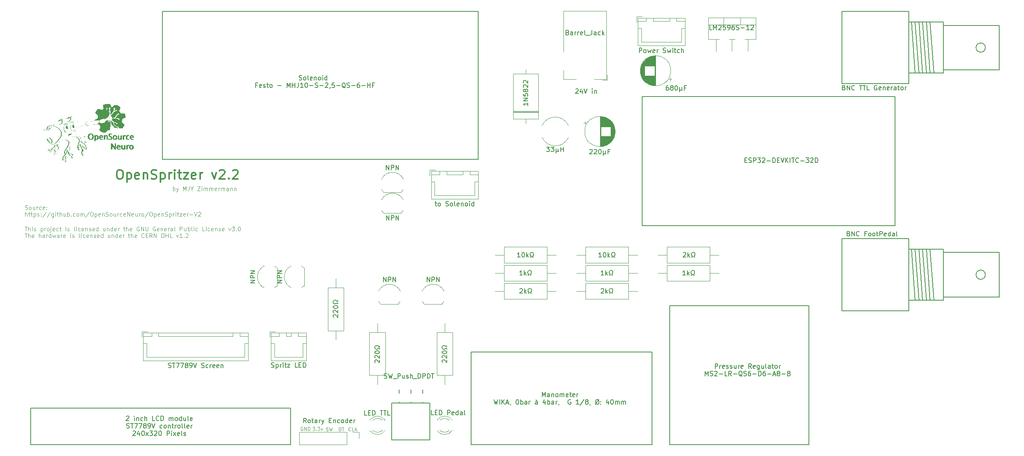
<source format=gbr>
%TF.GenerationSoftware,KiCad,Pcbnew,9.0.0*%
%TF.CreationDate,2025-07-16T00:17:05+02:00*%
%TF.ProjectId,OpenSpritzer2,4f70656e-5370-4726-9974-7a6572322e6b,rev?*%
%TF.SameCoordinates,Original*%
%TF.FileFunction,Legend,Top*%
%TF.FilePolarity,Positive*%
%FSLAX46Y46*%
G04 Gerber Fmt 4.6, Leading zero omitted, Abs format (unit mm)*
G04 Created by KiCad (PCBNEW 9.0.0) date 2025-07-16 00:17:05*
%MOMM*%
%LPD*%
G01*
G04 APERTURE LIST*
%ADD10C,0.200000*%
%ADD11C,0.100000*%
%ADD12C,0.150000*%
%ADD13C,0.300000*%
%ADD14C,0.120000*%
%ADD15C,0.000000*%
%ADD16C,0.127000*%
G04 APERTURE END LIST*
D10*
X16450000Y-98125000D02*
X72450000Y-98125000D01*
X72450000Y-105975000D01*
X16450000Y-105975000D01*
X16450000Y-98125000D01*
X111250000Y-85950000D02*
X150250000Y-85950000D01*
X150250000Y-105950000D01*
X111250000Y-105950000D01*
X111250000Y-85950000D01*
X154050000Y-75950000D02*
X184050000Y-75950000D01*
X184050000Y-105950000D01*
X154050000Y-105950000D01*
X154050000Y-75950000D01*
X44800000Y-12450000D02*
X112800000Y-12450000D01*
X112800000Y-44450000D01*
X44800000Y-44450000D01*
X44800000Y-12450000D01*
X133788095Y-29297457D02*
X133835714Y-29249838D01*
X133835714Y-29249838D02*
X133930952Y-29202219D01*
X133930952Y-29202219D02*
X134169047Y-29202219D01*
X134169047Y-29202219D02*
X134264285Y-29249838D01*
X134264285Y-29249838D02*
X134311904Y-29297457D01*
X134311904Y-29297457D02*
X134359523Y-29392695D01*
X134359523Y-29392695D02*
X134359523Y-29487933D01*
X134359523Y-29487933D02*
X134311904Y-29630790D01*
X134311904Y-29630790D02*
X133740476Y-30202219D01*
X133740476Y-30202219D02*
X134359523Y-30202219D01*
X135216666Y-29535552D02*
X135216666Y-30202219D01*
X134978571Y-29154600D02*
X134740476Y-29868885D01*
X134740476Y-29868885D02*
X135359523Y-29868885D01*
X135597619Y-29202219D02*
X135930952Y-30202219D01*
X135930952Y-30202219D02*
X136264285Y-29202219D01*
X137359524Y-30202219D02*
X137359524Y-29535552D01*
X137359524Y-29202219D02*
X137311905Y-29249838D01*
X137311905Y-29249838D02*
X137359524Y-29297457D01*
X137359524Y-29297457D02*
X137407143Y-29249838D01*
X137407143Y-29249838D02*
X137359524Y-29202219D01*
X137359524Y-29202219D02*
X137359524Y-29297457D01*
X137835714Y-29535552D02*
X137835714Y-30202219D01*
X137835714Y-29630790D02*
X137883333Y-29583171D01*
X137883333Y-29583171D02*
X137978571Y-29535552D01*
X137978571Y-29535552D02*
X138121428Y-29535552D01*
X138121428Y-29535552D02*
X138216666Y-29583171D01*
X138216666Y-29583171D02*
X138264285Y-29678409D01*
X138264285Y-29678409D02*
X138264285Y-30202219D01*
D11*
X47084210Y-51161157D02*
X47084210Y-50261157D01*
X47084210Y-50604014D02*
X47169925Y-50561157D01*
X47169925Y-50561157D02*
X47341353Y-50561157D01*
X47341353Y-50561157D02*
X47427067Y-50604014D01*
X47427067Y-50604014D02*
X47469925Y-50646871D01*
X47469925Y-50646871D02*
X47512782Y-50732585D01*
X47512782Y-50732585D02*
X47512782Y-50989728D01*
X47512782Y-50989728D02*
X47469925Y-51075442D01*
X47469925Y-51075442D02*
X47427067Y-51118300D01*
X47427067Y-51118300D02*
X47341353Y-51161157D01*
X47341353Y-51161157D02*
X47169925Y-51161157D01*
X47169925Y-51161157D02*
X47084210Y-51118300D01*
X47812782Y-50561157D02*
X48027068Y-51161157D01*
X48241353Y-50561157D02*
X48027068Y-51161157D01*
X48027068Y-51161157D02*
X47941353Y-51375442D01*
X47941353Y-51375442D02*
X47898496Y-51418300D01*
X47898496Y-51418300D02*
X47812782Y-51461157D01*
X49269924Y-51161157D02*
X49269924Y-50261157D01*
X49269924Y-50261157D02*
X49569924Y-50904014D01*
X49569924Y-50904014D02*
X49869924Y-50261157D01*
X49869924Y-50261157D02*
X49869924Y-51161157D01*
X50555638Y-50261157D02*
X50555638Y-50904014D01*
X50555638Y-50904014D02*
X50512781Y-51032585D01*
X50512781Y-51032585D02*
X50427067Y-51118300D01*
X50427067Y-51118300D02*
X50298495Y-51161157D01*
X50298495Y-51161157D02*
X50212781Y-51161157D01*
X51155638Y-50732585D02*
X51155638Y-51161157D01*
X50855638Y-50261157D02*
X51155638Y-50732585D01*
X51155638Y-50732585D02*
X51455638Y-50261157D01*
X52355638Y-50261157D02*
X52955638Y-50261157D01*
X52955638Y-50261157D02*
X52355638Y-51161157D01*
X52355638Y-51161157D02*
X52955638Y-51161157D01*
X53298495Y-51161157D02*
X53298495Y-50561157D01*
X53298495Y-50261157D02*
X53255638Y-50304014D01*
X53255638Y-50304014D02*
X53298495Y-50346871D01*
X53298495Y-50346871D02*
X53341352Y-50304014D01*
X53341352Y-50304014D02*
X53298495Y-50261157D01*
X53298495Y-50261157D02*
X53298495Y-50346871D01*
X53727066Y-51161157D02*
X53727066Y-50561157D01*
X53727066Y-50646871D02*
X53769923Y-50604014D01*
X53769923Y-50604014D02*
X53855638Y-50561157D01*
X53855638Y-50561157D02*
X53984209Y-50561157D01*
X53984209Y-50561157D02*
X54069923Y-50604014D01*
X54069923Y-50604014D02*
X54112781Y-50689728D01*
X54112781Y-50689728D02*
X54112781Y-51161157D01*
X54112781Y-50689728D02*
X54155638Y-50604014D01*
X54155638Y-50604014D02*
X54241352Y-50561157D01*
X54241352Y-50561157D02*
X54369923Y-50561157D01*
X54369923Y-50561157D02*
X54455638Y-50604014D01*
X54455638Y-50604014D02*
X54498495Y-50689728D01*
X54498495Y-50689728D02*
X54498495Y-51161157D01*
X54927066Y-51161157D02*
X54927066Y-50561157D01*
X54927066Y-50646871D02*
X54969923Y-50604014D01*
X54969923Y-50604014D02*
X55055638Y-50561157D01*
X55055638Y-50561157D02*
X55184209Y-50561157D01*
X55184209Y-50561157D02*
X55269923Y-50604014D01*
X55269923Y-50604014D02*
X55312781Y-50689728D01*
X55312781Y-50689728D02*
X55312781Y-51161157D01*
X55312781Y-50689728D02*
X55355638Y-50604014D01*
X55355638Y-50604014D02*
X55441352Y-50561157D01*
X55441352Y-50561157D02*
X55569923Y-50561157D01*
X55569923Y-50561157D02*
X55655638Y-50604014D01*
X55655638Y-50604014D02*
X55698495Y-50689728D01*
X55698495Y-50689728D02*
X55698495Y-51161157D01*
X56469923Y-51118300D02*
X56384209Y-51161157D01*
X56384209Y-51161157D02*
X56212781Y-51161157D01*
X56212781Y-51161157D02*
X56127066Y-51118300D01*
X56127066Y-51118300D02*
X56084209Y-51032585D01*
X56084209Y-51032585D02*
X56084209Y-50689728D01*
X56084209Y-50689728D02*
X56127066Y-50604014D01*
X56127066Y-50604014D02*
X56212781Y-50561157D01*
X56212781Y-50561157D02*
X56384209Y-50561157D01*
X56384209Y-50561157D02*
X56469923Y-50604014D01*
X56469923Y-50604014D02*
X56512781Y-50689728D01*
X56512781Y-50689728D02*
X56512781Y-50775442D01*
X56512781Y-50775442D02*
X56084209Y-50861157D01*
X56898495Y-51161157D02*
X56898495Y-50561157D01*
X56898495Y-50732585D02*
X56941352Y-50646871D01*
X56941352Y-50646871D02*
X56984210Y-50604014D01*
X56984210Y-50604014D02*
X57069924Y-50561157D01*
X57069924Y-50561157D02*
X57155638Y-50561157D01*
X57455638Y-51161157D02*
X57455638Y-50561157D01*
X57455638Y-50646871D02*
X57498495Y-50604014D01*
X57498495Y-50604014D02*
X57584210Y-50561157D01*
X57584210Y-50561157D02*
X57712781Y-50561157D01*
X57712781Y-50561157D02*
X57798495Y-50604014D01*
X57798495Y-50604014D02*
X57841353Y-50689728D01*
X57841353Y-50689728D02*
X57841353Y-51161157D01*
X57841353Y-50689728D02*
X57884210Y-50604014D01*
X57884210Y-50604014D02*
X57969924Y-50561157D01*
X57969924Y-50561157D02*
X58098495Y-50561157D01*
X58098495Y-50561157D02*
X58184210Y-50604014D01*
X58184210Y-50604014D02*
X58227067Y-50689728D01*
X58227067Y-50689728D02*
X58227067Y-51161157D01*
X59041353Y-51161157D02*
X59041353Y-50689728D01*
X59041353Y-50689728D02*
X58998495Y-50604014D01*
X58998495Y-50604014D02*
X58912781Y-50561157D01*
X58912781Y-50561157D02*
X58741353Y-50561157D01*
X58741353Y-50561157D02*
X58655638Y-50604014D01*
X59041353Y-51118300D02*
X58955638Y-51161157D01*
X58955638Y-51161157D02*
X58741353Y-51161157D01*
X58741353Y-51161157D02*
X58655638Y-51118300D01*
X58655638Y-51118300D02*
X58612781Y-51032585D01*
X58612781Y-51032585D02*
X58612781Y-50946871D01*
X58612781Y-50946871D02*
X58655638Y-50861157D01*
X58655638Y-50861157D02*
X58741353Y-50818300D01*
X58741353Y-50818300D02*
X58955638Y-50818300D01*
X58955638Y-50818300D02*
X59041353Y-50775442D01*
X59469924Y-50561157D02*
X59469924Y-51161157D01*
X59469924Y-50646871D02*
X59512781Y-50604014D01*
X59512781Y-50604014D02*
X59598496Y-50561157D01*
X59598496Y-50561157D02*
X59727067Y-50561157D01*
X59727067Y-50561157D02*
X59812781Y-50604014D01*
X59812781Y-50604014D02*
X59855639Y-50689728D01*
X59855639Y-50689728D02*
X59855639Y-51161157D01*
X60284210Y-50561157D02*
X60284210Y-51161157D01*
X60284210Y-50646871D02*
X60327067Y-50604014D01*
X60327067Y-50604014D02*
X60412782Y-50561157D01*
X60412782Y-50561157D02*
X60541353Y-50561157D01*
X60541353Y-50561157D02*
X60627067Y-50604014D01*
X60627067Y-50604014D02*
X60669925Y-50689728D01*
X60669925Y-50689728D02*
X60669925Y-51161157D01*
X15237217Y-55193825D02*
X15365789Y-55236682D01*
X15365789Y-55236682D02*
X15580074Y-55236682D01*
X15580074Y-55236682D02*
X15665789Y-55193825D01*
X15665789Y-55193825D02*
X15708646Y-55150967D01*
X15708646Y-55150967D02*
X15751503Y-55065253D01*
X15751503Y-55065253D02*
X15751503Y-54979539D01*
X15751503Y-54979539D02*
X15708646Y-54893825D01*
X15708646Y-54893825D02*
X15665789Y-54850967D01*
X15665789Y-54850967D02*
X15580074Y-54808110D01*
X15580074Y-54808110D02*
X15408646Y-54765253D01*
X15408646Y-54765253D02*
X15322931Y-54722396D01*
X15322931Y-54722396D02*
X15280074Y-54679539D01*
X15280074Y-54679539D02*
X15237217Y-54593825D01*
X15237217Y-54593825D02*
X15237217Y-54508110D01*
X15237217Y-54508110D02*
X15280074Y-54422396D01*
X15280074Y-54422396D02*
X15322931Y-54379539D01*
X15322931Y-54379539D02*
X15408646Y-54336682D01*
X15408646Y-54336682D02*
X15622931Y-54336682D01*
X15622931Y-54336682D02*
X15751503Y-54379539D01*
X16265789Y-55236682D02*
X16180074Y-55193825D01*
X16180074Y-55193825D02*
X16137217Y-55150967D01*
X16137217Y-55150967D02*
X16094360Y-55065253D01*
X16094360Y-55065253D02*
X16094360Y-54808110D01*
X16094360Y-54808110D02*
X16137217Y-54722396D01*
X16137217Y-54722396D02*
X16180074Y-54679539D01*
X16180074Y-54679539D02*
X16265789Y-54636682D01*
X16265789Y-54636682D02*
X16394360Y-54636682D01*
X16394360Y-54636682D02*
X16480074Y-54679539D01*
X16480074Y-54679539D02*
X16522932Y-54722396D01*
X16522932Y-54722396D02*
X16565789Y-54808110D01*
X16565789Y-54808110D02*
X16565789Y-55065253D01*
X16565789Y-55065253D02*
X16522932Y-55150967D01*
X16522932Y-55150967D02*
X16480074Y-55193825D01*
X16480074Y-55193825D02*
X16394360Y-55236682D01*
X16394360Y-55236682D02*
X16265789Y-55236682D01*
X17337218Y-54636682D02*
X17337218Y-55236682D01*
X16951503Y-54636682D02*
X16951503Y-55108110D01*
X16951503Y-55108110D02*
X16994360Y-55193825D01*
X16994360Y-55193825D02*
X17080075Y-55236682D01*
X17080075Y-55236682D02*
X17208646Y-55236682D01*
X17208646Y-55236682D02*
X17294360Y-55193825D01*
X17294360Y-55193825D02*
X17337218Y-55150967D01*
X17765789Y-55236682D02*
X17765789Y-54636682D01*
X17765789Y-54808110D02*
X17808646Y-54722396D01*
X17808646Y-54722396D02*
X17851504Y-54679539D01*
X17851504Y-54679539D02*
X17937218Y-54636682D01*
X17937218Y-54636682D02*
X18022932Y-54636682D01*
X18708647Y-55193825D02*
X18622932Y-55236682D01*
X18622932Y-55236682D02*
X18451504Y-55236682D01*
X18451504Y-55236682D02*
X18365789Y-55193825D01*
X18365789Y-55193825D02*
X18322932Y-55150967D01*
X18322932Y-55150967D02*
X18280075Y-55065253D01*
X18280075Y-55065253D02*
X18280075Y-54808110D01*
X18280075Y-54808110D02*
X18322932Y-54722396D01*
X18322932Y-54722396D02*
X18365789Y-54679539D01*
X18365789Y-54679539D02*
X18451504Y-54636682D01*
X18451504Y-54636682D02*
X18622932Y-54636682D01*
X18622932Y-54636682D02*
X18708647Y-54679539D01*
X19437218Y-55193825D02*
X19351504Y-55236682D01*
X19351504Y-55236682D02*
X19180076Y-55236682D01*
X19180076Y-55236682D02*
X19094361Y-55193825D01*
X19094361Y-55193825D02*
X19051504Y-55108110D01*
X19051504Y-55108110D02*
X19051504Y-54765253D01*
X19051504Y-54765253D02*
X19094361Y-54679539D01*
X19094361Y-54679539D02*
X19180076Y-54636682D01*
X19180076Y-54636682D02*
X19351504Y-54636682D01*
X19351504Y-54636682D02*
X19437218Y-54679539D01*
X19437218Y-54679539D02*
X19480076Y-54765253D01*
X19480076Y-54765253D02*
X19480076Y-54850967D01*
X19480076Y-54850967D02*
X19051504Y-54936682D01*
X19865790Y-55150967D02*
X19908647Y-55193825D01*
X19908647Y-55193825D02*
X19865790Y-55236682D01*
X19865790Y-55236682D02*
X19822933Y-55193825D01*
X19822933Y-55193825D02*
X19865790Y-55150967D01*
X19865790Y-55150967D02*
X19865790Y-55236682D01*
X19865790Y-54679539D02*
X19908647Y-54722396D01*
X19908647Y-54722396D02*
X19865790Y-54765253D01*
X19865790Y-54765253D02*
X19822933Y-54722396D01*
X19822933Y-54722396D02*
X19865790Y-54679539D01*
X19865790Y-54679539D02*
X19865790Y-54765253D01*
X15280074Y-56685632D02*
X15280074Y-55785632D01*
X15665789Y-56685632D02*
X15665789Y-56214203D01*
X15665789Y-56214203D02*
X15622931Y-56128489D01*
X15622931Y-56128489D02*
X15537217Y-56085632D01*
X15537217Y-56085632D02*
X15408646Y-56085632D01*
X15408646Y-56085632D02*
X15322931Y-56128489D01*
X15322931Y-56128489D02*
X15280074Y-56171346D01*
X15965789Y-56085632D02*
X16308646Y-56085632D01*
X16094360Y-55785632D02*
X16094360Y-56557060D01*
X16094360Y-56557060D02*
X16137217Y-56642775D01*
X16137217Y-56642775D02*
X16222932Y-56685632D01*
X16222932Y-56685632D02*
X16308646Y-56685632D01*
X16480075Y-56085632D02*
X16822932Y-56085632D01*
X16608646Y-55785632D02*
X16608646Y-56557060D01*
X16608646Y-56557060D02*
X16651503Y-56642775D01*
X16651503Y-56642775D02*
X16737218Y-56685632D01*
X16737218Y-56685632D02*
X16822932Y-56685632D01*
X17122932Y-56085632D02*
X17122932Y-56985632D01*
X17122932Y-56128489D02*
X17208647Y-56085632D01*
X17208647Y-56085632D02*
X17380075Y-56085632D01*
X17380075Y-56085632D02*
X17465789Y-56128489D01*
X17465789Y-56128489D02*
X17508647Y-56171346D01*
X17508647Y-56171346D02*
X17551504Y-56257060D01*
X17551504Y-56257060D02*
X17551504Y-56514203D01*
X17551504Y-56514203D02*
X17508647Y-56599917D01*
X17508647Y-56599917D02*
X17465789Y-56642775D01*
X17465789Y-56642775D02*
X17380075Y-56685632D01*
X17380075Y-56685632D02*
X17208647Y-56685632D01*
X17208647Y-56685632D02*
X17122932Y-56642775D01*
X17894361Y-56642775D02*
X17980075Y-56685632D01*
X17980075Y-56685632D02*
X18151504Y-56685632D01*
X18151504Y-56685632D02*
X18237218Y-56642775D01*
X18237218Y-56642775D02*
X18280075Y-56557060D01*
X18280075Y-56557060D02*
X18280075Y-56514203D01*
X18280075Y-56514203D02*
X18237218Y-56428489D01*
X18237218Y-56428489D02*
X18151504Y-56385632D01*
X18151504Y-56385632D02*
X18022933Y-56385632D01*
X18022933Y-56385632D02*
X17937218Y-56342775D01*
X17937218Y-56342775D02*
X17894361Y-56257060D01*
X17894361Y-56257060D02*
X17894361Y-56214203D01*
X17894361Y-56214203D02*
X17937218Y-56128489D01*
X17937218Y-56128489D02*
X18022933Y-56085632D01*
X18022933Y-56085632D02*
X18151504Y-56085632D01*
X18151504Y-56085632D02*
X18237218Y-56128489D01*
X18665789Y-56599917D02*
X18708646Y-56642775D01*
X18708646Y-56642775D02*
X18665789Y-56685632D01*
X18665789Y-56685632D02*
X18622932Y-56642775D01*
X18622932Y-56642775D02*
X18665789Y-56599917D01*
X18665789Y-56599917D02*
X18665789Y-56685632D01*
X18665789Y-56128489D02*
X18708646Y-56171346D01*
X18708646Y-56171346D02*
X18665789Y-56214203D01*
X18665789Y-56214203D02*
X18622932Y-56171346D01*
X18622932Y-56171346D02*
X18665789Y-56128489D01*
X18665789Y-56128489D02*
X18665789Y-56214203D01*
X19737217Y-55742775D02*
X18965789Y-56899917D01*
X20680074Y-55742775D02*
X19908646Y-56899917D01*
X21365789Y-56085632D02*
X21365789Y-56814203D01*
X21365789Y-56814203D02*
X21322931Y-56899917D01*
X21322931Y-56899917D02*
X21280074Y-56942775D01*
X21280074Y-56942775D02*
X21194360Y-56985632D01*
X21194360Y-56985632D02*
X21065789Y-56985632D01*
X21065789Y-56985632D02*
X20980074Y-56942775D01*
X21365789Y-56642775D02*
X21280074Y-56685632D01*
X21280074Y-56685632D02*
X21108646Y-56685632D01*
X21108646Y-56685632D02*
X21022931Y-56642775D01*
X21022931Y-56642775D02*
X20980074Y-56599917D01*
X20980074Y-56599917D02*
X20937217Y-56514203D01*
X20937217Y-56514203D02*
X20937217Y-56257060D01*
X20937217Y-56257060D02*
X20980074Y-56171346D01*
X20980074Y-56171346D02*
X21022931Y-56128489D01*
X21022931Y-56128489D02*
X21108646Y-56085632D01*
X21108646Y-56085632D02*
X21280074Y-56085632D01*
X21280074Y-56085632D02*
X21365789Y-56128489D01*
X21794360Y-56685632D02*
X21794360Y-56085632D01*
X21794360Y-55785632D02*
X21751503Y-55828489D01*
X21751503Y-55828489D02*
X21794360Y-55871346D01*
X21794360Y-55871346D02*
X21837217Y-55828489D01*
X21837217Y-55828489D02*
X21794360Y-55785632D01*
X21794360Y-55785632D02*
X21794360Y-55871346D01*
X22094360Y-56085632D02*
X22437217Y-56085632D01*
X22222931Y-55785632D02*
X22222931Y-56557060D01*
X22222931Y-56557060D02*
X22265788Y-56642775D01*
X22265788Y-56642775D02*
X22351503Y-56685632D01*
X22351503Y-56685632D02*
X22437217Y-56685632D01*
X22737217Y-56685632D02*
X22737217Y-55785632D01*
X23122932Y-56685632D02*
X23122932Y-56214203D01*
X23122932Y-56214203D02*
X23080074Y-56128489D01*
X23080074Y-56128489D02*
X22994360Y-56085632D01*
X22994360Y-56085632D02*
X22865789Y-56085632D01*
X22865789Y-56085632D02*
X22780074Y-56128489D01*
X22780074Y-56128489D02*
X22737217Y-56171346D01*
X23937218Y-56085632D02*
X23937218Y-56685632D01*
X23551503Y-56085632D02*
X23551503Y-56557060D01*
X23551503Y-56557060D02*
X23594360Y-56642775D01*
X23594360Y-56642775D02*
X23680075Y-56685632D01*
X23680075Y-56685632D02*
X23808646Y-56685632D01*
X23808646Y-56685632D02*
X23894360Y-56642775D01*
X23894360Y-56642775D02*
X23937218Y-56599917D01*
X24365789Y-56685632D02*
X24365789Y-55785632D01*
X24365789Y-56128489D02*
X24451504Y-56085632D01*
X24451504Y-56085632D02*
X24622932Y-56085632D01*
X24622932Y-56085632D02*
X24708646Y-56128489D01*
X24708646Y-56128489D02*
X24751504Y-56171346D01*
X24751504Y-56171346D02*
X24794361Y-56257060D01*
X24794361Y-56257060D02*
X24794361Y-56514203D01*
X24794361Y-56514203D02*
X24751504Y-56599917D01*
X24751504Y-56599917D02*
X24708646Y-56642775D01*
X24708646Y-56642775D02*
X24622932Y-56685632D01*
X24622932Y-56685632D02*
X24451504Y-56685632D01*
X24451504Y-56685632D02*
X24365789Y-56642775D01*
X25180075Y-56599917D02*
X25222932Y-56642775D01*
X25222932Y-56642775D02*
X25180075Y-56685632D01*
X25180075Y-56685632D02*
X25137218Y-56642775D01*
X25137218Y-56642775D02*
X25180075Y-56599917D01*
X25180075Y-56599917D02*
X25180075Y-56685632D01*
X25994361Y-56642775D02*
X25908646Y-56685632D01*
X25908646Y-56685632D02*
X25737218Y-56685632D01*
X25737218Y-56685632D02*
X25651503Y-56642775D01*
X25651503Y-56642775D02*
X25608646Y-56599917D01*
X25608646Y-56599917D02*
X25565789Y-56514203D01*
X25565789Y-56514203D02*
X25565789Y-56257060D01*
X25565789Y-56257060D02*
X25608646Y-56171346D01*
X25608646Y-56171346D02*
X25651503Y-56128489D01*
X25651503Y-56128489D02*
X25737218Y-56085632D01*
X25737218Y-56085632D02*
X25908646Y-56085632D01*
X25908646Y-56085632D02*
X25994361Y-56128489D01*
X26508647Y-56685632D02*
X26422932Y-56642775D01*
X26422932Y-56642775D02*
X26380075Y-56599917D01*
X26380075Y-56599917D02*
X26337218Y-56514203D01*
X26337218Y-56514203D02*
X26337218Y-56257060D01*
X26337218Y-56257060D02*
X26380075Y-56171346D01*
X26380075Y-56171346D02*
X26422932Y-56128489D01*
X26422932Y-56128489D02*
X26508647Y-56085632D01*
X26508647Y-56085632D02*
X26637218Y-56085632D01*
X26637218Y-56085632D02*
X26722932Y-56128489D01*
X26722932Y-56128489D02*
X26765790Y-56171346D01*
X26765790Y-56171346D02*
X26808647Y-56257060D01*
X26808647Y-56257060D02*
X26808647Y-56514203D01*
X26808647Y-56514203D02*
X26765790Y-56599917D01*
X26765790Y-56599917D02*
X26722932Y-56642775D01*
X26722932Y-56642775D02*
X26637218Y-56685632D01*
X26637218Y-56685632D02*
X26508647Y-56685632D01*
X27194361Y-56685632D02*
X27194361Y-56085632D01*
X27194361Y-56171346D02*
X27237218Y-56128489D01*
X27237218Y-56128489D02*
X27322933Y-56085632D01*
X27322933Y-56085632D02*
X27451504Y-56085632D01*
X27451504Y-56085632D02*
X27537218Y-56128489D01*
X27537218Y-56128489D02*
X27580076Y-56214203D01*
X27580076Y-56214203D02*
X27580076Y-56685632D01*
X27580076Y-56214203D02*
X27622933Y-56128489D01*
X27622933Y-56128489D02*
X27708647Y-56085632D01*
X27708647Y-56085632D02*
X27837218Y-56085632D01*
X27837218Y-56085632D02*
X27922933Y-56128489D01*
X27922933Y-56128489D02*
X27965790Y-56214203D01*
X27965790Y-56214203D02*
X27965790Y-56685632D01*
X29037218Y-55742775D02*
X28265790Y-56899917D01*
X29508647Y-55785632D02*
X29680075Y-55785632D01*
X29680075Y-55785632D02*
X29765790Y-55828489D01*
X29765790Y-55828489D02*
X29851504Y-55914203D01*
X29851504Y-55914203D02*
X29894361Y-56085632D01*
X29894361Y-56085632D02*
X29894361Y-56385632D01*
X29894361Y-56385632D02*
X29851504Y-56557060D01*
X29851504Y-56557060D02*
X29765790Y-56642775D01*
X29765790Y-56642775D02*
X29680075Y-56685632D01*
X29680075Y-56685632D02*
X29508647Y-56685632D01*
X29508647Y-56685632D02*
X29422933Y-56642775D01*
X29422933Y-56642775D02*
X29337218Y-56557060D01*
X29337218Y-56557060D02*
X29294361Y-56385632D01*
X29294361Y-56385632D02*
X29294361Y-56085632D01*
X29294361Y-56085632D02*
X29337218Y-55914203D01*
X29337218Y-55914203D02*
X29422933Y-55828489D01*
X29422933Y-55828489D02*
X29508647Y-55785632D01*
X30280075Y-56085632D02*
X30280075Y-56985632D01*
X30280075Y-56128489D02*
X30365790Y-56085632D01*
X30365790Y-56085632D02*
X30537218Y-56085632D01*
X30537218Y-56085632D02*
X30622932Y-56128489D01*
X30622932Y-56128489D02*
X30665790Y-56171346D01*
X30665790Y-56171346D02*
X30708647Y-56257060D01*
X30708647Y-56257060D02*
X30708647Y-56514203D01*
X30708647Y-56514203D02*
X30665790Y-56599917D01*
X30665790Y-56599917D02*
X30622932Y-56642775D01*
X30622932Y-56642775D02*
X30537218Y-56685632D01*
X30537218Y-56685632D02*
X30365790Y-56685632D01*
X30365790Y-56685632D02*
X30280075Y-56642775D01*
X31437218Y-56642775D02*
X31351504Y-56685632D01*
X31351504Y-56685632D02*
X31180076Y-56685632D01*
X31180076Y-56685632D02*
X31094361Y-56642775D01*
X31094361Y-56642775D02*
X31051504Y-56557060D01*
X31051504Y-56557060D02*
X31051504Y-56214203D01*
X31051504Y-56214203D02*
X31094361Y-56128489D01*
X31094361Y-56128489D02*
X31180076Y-56085632D01*
X31180076Y-56085632D02*
X31351504Y-56085632D01*
X31351504Y-56085632D02*
X31437218Y-56128489D01*
X31437218Y-56128489D02*
X31480076Y-56214203D01*
X31480076Y-56214203D02*
X31480076Y-56299917D01*
X31480076Y-56299917D02*
X31051504Y-56385632D01*
X31865790Y-56085632D02*
X31865790Y-56685632D01*
X31865790Y-56171346D02*
X31908647Y-56128489D01*
X31908647Y-56128489D02*
X31994362Y-56085632D01*
X31994362Y-56085632D02*
X32122933Y-56085632D01*
X32122933Y-56085632D02*
X32208647Y-56128489D01*
X32208647Y-56128489D02*
X32251505Y-56214203D01*
X32251505Y-56214203D02*
X32251505Y-56685632D01*
X32637219Y-56642775D02*
X32765791Y-56685632D01*
X32765791Y-56685632D02*
X32980076Y-56685632D01*
X32980076Y-56685632D02*
X33065791Y-56642775D01*
X33065791Y-56642775D02*
X33108648Y-56599917D01*
X33108648Y-56599917D02*
X33151505Y-56514203D01*
X33151505Y-56514203D02*
X33151505Y-56428489D01*
X33151505Y-56428489D02*
X33108648Y-56342775D01*
X33108648Y-56342775D02*
X33065791Y-56299917D01*
X33065791Y-56299917D02*
X32980076Y-56257060D01*
X32980076Y-56257060D02*
X32808648Y-56214203D01*
X32808648Y-56214203D02*
X32722933Y-56171346D01*
X32722933Y-56171346D02*
X32680076Y-56128489D01*
X32680076Y-56128489D02*
X32637219Y-56042775D01*
X32637219Y-56042775D02*
X32637219Y-55957060D01*
X32637219Y-55957060D02*
X32680076Y-55871346D01*
X32680076Y-55871346D02*
X32722933Y-55828489D01*
X32722933Y-55828489D02*
X32808648Y-55785632D01*
X32808648Y-55785632D02*
X33022933Y-55785632D01*
X33022933Y-55785632D02*
X33151505Y-55828489D01*
X33665791Y-56685632D02*
X33580076Y-56642775D01*
X33580076Y-56642775D02*
X33537219Y-56599917D01*
X33537219Y-56599917D02*
X33494362Y-56514203D01*
X33494362Y-56514203D02*
X33494362Y-56257060D01*
X33494362Y-56257060D02*
X33537219Y-56171346D01*
X33537219Y-56171346D02*
X33580076Y-56128489D01*
X33580076Y-56128489D02*
X33665791Y-56085632D01*
X33665791Y-56085632D02*
X33794362Y-56085632D01*
X33794362Y-56085632D02*
X33880076Y-56128489D01*
X33880076Y-56128489D02*
X33922934Y-56171346D01*
X33922934Y-56171346D02*
X33965791Y-56257060D01*
X33965791Y-56257060D02*
X33965791Y-56514203D01*
X33965791Y-56514203D02*
X33922934Y-56599917D01*
X33922934Y-56599917D02*
X33880076Y-56642775D01*
X33880076Y-56642775D02*
X33794362Y-56685632D01*
X33794362Y-56685632D02*
X33665791Y-56685632D01*
X34737220Y-56085632D02*
X34737220Y-56685632D01*
X34351505Y-56085632D02*
X34351505Y-56557060D01*
X34351505Y-56557060D02*
X34394362Y-56642775D01*
X34394362Y-56642775D02*
X34480077Y-56685632D01*
X34480077Y-56685632D02*
X34608648Y-56685632D01*
X34608648Y-56685632D02*
X34694362Y-56642775D01*
X34694362Y-56642775D02*
X34737220Y-56599917D01*
X35165791Y-56685632D02*
X35165791Y-56085632D01*
X35165791Y-56257060D02*
X35208648Y-56171346D01*
X35208648Y-56171346D02*
X35251506Y-56128489D01*
X35251506Y-56128489D02*
X35337220Y-56085632D01*
X35337220Y-56085632D02*
X35422934Y-56085632D01*
X36108649Y-56642775D02*
X36022934Y-56685632D01*
X36022934Y-56685632D02*
X35851506Y-56685632D01*
X35851506Y-56685632D02*
X35765791Y-56642775D01*
X35765791Y-56642775D02*
X35722934Y-56599917D01*
X35722934Y-56599917D02*
X35680077Y-56514203D01*
X35680077Y-56514203D02*
X35680077Y-56257060D01*
X35680077Y-56257060D02*
X35722934Y-56171346D01*
X35722934Y-56171346D02*
X35765791Y-56128489D01*
X35765791Y-56128489D02*
X35851506Y-56085632D01*
X35851506Y-56085632D02*
X36022934Y-56085632D01*
X36022934Y-56085632D02*
X36108649Y-56128489D01*
X36837220Y-56642775D02*
X36751506Y-56685632D01*
X36751506Y-56685632D02*
X36580078Y-56685632D01*
X36580078Y-56685632D02*
X36494363Y-56642775D01*
X36494363Y-56642775D02*
X36451506Y-56557060D01*
X36451506Y-56557060D02*
X36451506Y-56214203D01*
X36451506Y-56214203D02*
X36494363Y-56128489D01*
X36494363Y-56128489D02*
X36580078Y-56085632D01*
X36580078Y-56085632D02*
X36751506Y-56085632D01*
X36751506Y-56085632D02*
X36837220Y-56128489D01*
X36837220Y-56128489D02*
X36880078Y-56214203D01*
X36880078Y-56214203D02*
X36880078Y-56299917D01*
X36880078Y-56299917D02*
X36451506Y-56385632D01*
X37265792Y-56685632D02*
X37265792Y-55785632D01*
X37265792Y-55785632D02*
X37780078Y-56685632D01*
X37780078Y-56685632D02*
X37780078Y-55785632D01*
X38551506Y-56642775D02*
X38465792Y-56685632D01*
X38465792Y-56685632D02*
X38294364Y-56685632D01*
X38294364Y-56685632D02*
X38208649Y-56642775D01*
X38208649Y-56642775D02*
X38165792Y-56557060D01*
X38165792Y-56557060D02*
X38165792Y-56214203D01*
X38165792Y-56214203D02*
X38208649Y-56128489D01*
X38208649Y-56128489D02*
X38294364Y-56085632D01*
X38294364Y-56085632D02*
X38465792Y-56085632D01*
X38465792Y-56085632D02*
X38551506Y-56128489D01*
X38551506Y-56128489D02*
X38594364Y-56214203D01*
X38594364Y-56214203D02*
X38594364Y-56299917D01*
X38594364Y-56299917D02*
X38165792Y-56385632D01*
X39365793Y-56085632D02*
X39365793Y-56685632D01*
X38980078Y-56085632D02*
X38980078Y-56557060D01*
X38980078Y-56557060D02*
X39022935Y-56642775D01*
X39022935Y-56642775D02*
X39108650Y-56685632D01*
X39108650Y-56685632D02*
X39237221Y-56685632D01*
X39237221Y-56685632D02*
X39322935Y-56642775D01*
X39322935Y-56642775D02*
X39365793Y-56599917D01*
X39794364Y-56685632D02*
X39794364Y-56085632D01*
X39794364Y-56257060D02*
X39837221Y-56171346D01*
X39837221Y-56171346D02*
X39880079Y-56128489D01*
X39880079Y-56128489D02*
X39965793Y-56085632D01*
X39965793Y-56085632D02*
X40051507Y-56085632D01*
X40480079Y-56685632D02*
X40394364Y-56642775D01*
X40394364Y-56642775D02*
X40351507Y-56599917D01*
X40351507Y-56599917D02*
X40308650Y-56514203D01*
X40308650Y-56514203D02*
X40308650Y-56257060D01*
X40308650Y-56257060D02*
X40351507Y-56171346D01*
X40351507Y-56171346D02*
X40394364Y-56128489D01*
X40394364Y-56128489D02*
X40480079Y-56085632D01*
X40480079Y-56085632D02*
X40608650Y-56085632D01*
X40608650Y-56085632D02*
X40694364Y-56128489D01*
X40694364Y-56128489D02*
X40737222Y-56171346D01*
X40737222Y-56171346D02*
X40780079Y-56257060D01*
X40780079Y-56257060D02*
X40780079Y-56514203D01*
X40780079Y-56514203D02*
X40737222Y-56599917D01*
X40737222Y-56599917D02*
X40694364Y-56642775D01*
X40694364Y-56642775D02*
X40608650Y-56685632D01*
X40608650Y-56685632D02*
X40480079Y-56685632D01*
X41808650Y-55742775D02*
X41037222Y-56899917D01*
X42280079Y-55785632D02*
X42451507Y-55785632D01*
X42451507Y-55785632D02*
X42537222Y-55828489D01*
X42537222Y-55828489D02*
X42622936Y-55914203D01*
X42622936Y-55914203D02*
X42665793Y-56085632D01*
X42665793Y-56085632D02*
X42665793Y-56385632D01*
X42665793Y-56385632D02*
X42622936Y-56557060D01*
X42622936Y-56557060D02*
X42537222Y-56642775D01*
X42537222Y-56642775D02*
X42451507Y-56685632D01*
X42451507Y-56685632D02*
X42280079Y-56685632D01*
X42280079Y-56685632D02*
X42194365Y-56642775D01*
X42194365Y-56642775D02*
X42108650Y-56557060D01*
X42108650Y-56557060D02*
X42065793Y-56385632D01*
X42065793Y-56385632D02*
X42065793Y-56085632D01*
X42065793Y-56085632D02*
X42108650Y-55914203D01*
X42108650Y-55914203D02*
X42194365Y-55828489D01*
X42194365Y-55828489D02*
X42280079Y-55785632D01*
X43051507Y-56085632D02*
X43051507Y-56985632D01*
X43051507Y-56128489D02*
X43137222Y-56085632D01*
X43137222Y-56085632D02*
X43308650Y-56085632D01*
X43308650Y-56085632D02*
X43394364Y-56128489D01*
X43394364Y-56128489D02*
X43437222Y-56171346D01*
X43437222Y-56171346D02*
X43480079Y-56257060D01*
X43480079Y-56257060D02*
X43480079Y-56514203D01*
X43480079Y-56514203D02*
X43437222Y-56599917D01*
X43437222Y-56599917D02*
X43394364Y-56642775D01*
X43394364Y-56642775D02*
X43308650Y-56685632D01*
X43308650Y-56685632D02*
X43137222Y-56685632D01*
X43137222Y-56685632D02*
X43051507Y-56642775D01*
X44208650Y-56642775D02*
X44122936Y-56685632D01*
X44122936Y-56685632D02*
X43951508Y-56685632D01*
X43951508Y-56685632D02*
X43865793Y-56642775D01*
X43865793Y-56642775D02*
X43822936Y-56557060D01*
X43822936Y-56557060D02*
X43822936Y-56214203D01*
X43822936Y-56214203D02*
X43865793Y-56128489D01*
X43865793Y-56128489D02*
X43951508Y-56085632D01*
X43951508Y-56085632D02*
X44122936Y-56085632D01*
X44122936Y-56085632D02*
X44208650Y-56128489D01*
X44208650Y-56128489D02*
X44251508Y-56214203D01*
X44251508Y-56214203D02*
X44251508Y-56299917D01*
X44251508Y-56299917D02*
X43822936Y-56385632D01*
X44637222Y-56085632D02*
X44637222Y-56685632D01*
X44637222Y-56171346D02*
X44680079Y-56128489D01*
X44680079Y-56128489D02*
X44765794Y-56085632D01*
X44765794Y-56085632D02*
X44894365Y-56085632D01*
X44894365Y-56085632D02*
X44980079Y-56128489D01*
X44980079Y-56128489D02*
X45022937Y-56214203D01*
X45022937Y-56214203D02*
X45022937Y-56685632D01*
X45408651Y-56642775D02*
X45537223Y-56685632D01*
X45537223Y-56685632D02*
X45751508Y-56685632D01*
X45751508Y-56685632D02*
X45837223Y-56642775D01*
X45837223Y-56642775D02*
X45880080Y-56599917D01*
X45880080Y-56599917D02*
X45922937Y-56514203D01*
X45922937Y-56514203D02*
X45922937Y-56428489D01*
X45922937Y-56428489D02*
X45880080Y-56342775D01*
X45880080Y-56342775D02*
X45837223Y-56299917D01*
X45837223Y-56299917D02*
X45751508Y-56257060D01*
X45751508Y-56257060D02*
X45580080Y-56214203D01*
X45580080Y-56214203D02*
X45494365Y-56171346D01*
X45494365Y-56171346D02*
X45451508Y-56128489D01*
X45451508Y-56128489D02*
X45408651Y-56042775D01*
X45408651Y-56042775D02*
X45408651Y-55957060D01*
X45408651Y-55957060D02*
X45451508Y-55871346D01*
X45451508Y-55871346D02*
X45494365Y-55828489D01*
X45494365Y-55828489D02*
X45580080Y-55785632D01*
X45580080Y-55785632D02*
X45794365Y-55785632D01*
X45794365Y-55785632D02*
X45922937Y-55828489D01*
X46308651Y-56085632D02*
X46308651Y-56985632D01*
X46308651Y-56128489D02*
X46394366Y-56085632D01*
X46394366Y-56085632D02*
X46565794Y-56085632D01*
X46565794Y-56085632D02*
X46651508Y-56128489D01*
X46651508Y-56128489D02*
X46694366Y-56171346D01*
X46694366Y-56171346D02*
X46737223Y-56257060D01*
X46737223Y-56257060D02*
X46737223Y-56514203D01*
X46737223Y-56514203D02*
X46694366Y-56599917D01*
X46694366Y-56599917D02*
X46651508Y-56642775D01*
X46651508Y-56642775D02*
X46565794Y-56685632D01*
X46565794Y-56685632D02*
X46394366Y-56685632D01*
X46394366Y-56685632D02*
X46308651Y-56642775D01*
X47122937Y-56685632D02*
X47122937Y-56085632D01*
X47122937Y-56257060D02*
X47165794Y-56171346D01*
X47165794Y-56171346D02*
X47208652Y-56128489D01*
X47208652Y-56128489D02*
X47294366Y-56085632D01*
X47294366Y-56085632D02*
X47380080Y-56085632D01*
X47680080Y-56685632D02*
X47680080Y-56085632D01*
X47680080Y-55785632D02*
X47637223Y-55828489D01*
X47637223Y-55828489D02*
X47680080Y-55871346D01*
X47680080Y-55871346D02*
X47722937Y-55828489D01*
X47722937Y-55828489D02*
X47680080Y-55785632D01*
X47680080Y-55785632D02*
X47680080Y-55871346D01*
X47980080Y-56085632D02*
X48322937Y-56085632D01*
X48108651Y-55785632D02*
X48108651Y-56557060D01*
X48108651Y-56557060D02*
X48151508Y-56642775D01*
X48151508Y-56642775D02*
X48237223Y-56685632D01*
X48237223Y-56685632D02*
X48322937Y-56685632D01*
X48537223Y-56085632D02*
X49008652Y-56085632D01*
X49008652Y-56085632D02*
X48537223Y-56685632D01*
X48537223Y-56685632D02*
X49008652Y-56685632D01*
X49694365Y-56642775D02*
X49608651Y-56685632D01*
X49608651Y-56685632D02*
X49437223Y-56685632D01*
X49437223Y-56685632D02*
X49351508Y-56642775D01*
X49351508Y-56642775D02*
X49308651Y-56557060D01*
X49308651Y-56557060D02*
X49308651Y-56214203D01*
X49308651Y-56214203D02*
X49351508Y-56128489D01*
X49351508Y-56128489D02*
X49437223Y-56085632D01*
X49437223Y-56085632D02*
X49608651Y-56085632D01*
X49608651Y-56085632D02*
X49694365Y-56128489D01*
X49694365Y-56128489D02*
X49737223Y-56214203D01*
X49737223Y-56214203D02*
X49737223Y-56299917D01*
X49737223Y-56299917D02*
X49308651Y-56385632D01*
X50122937Y-56685632D02*
X50122937Y-56085632D01*
X50122937Y-56257060D02*
X50165794Y-56171346D01*
X50165794Y-56171346D02*
X50208652Y-56128489D01*
X50208652Y-56128489D02*
X50294366Y-56085632D01*
X50294366Y-56085632D02*
X50380080Y-56085632D01*
X50680080Y-56342775D02*
X51365795Y-56342775D01*
X51665795Y-55785632D02*
X51965795Y-56685632D01*
X51965795Y-56685632D02*
X52265795Y-55785632D01*
X52522938Y-55871346D02*
X52565795Y-55828489D01*
X52565795Y-55828489D02*
X52651510Y-55785632D01*
X52651510Y-55785632D02*
X52865795Y-55785632D01*
X52865795Y-55785632D02*
X52951510Y-55828489D01*
X52951510Y-55828489D02*
X52994367Y-55871346D01*
X52994367Y-55871346D02*
X53037224Y-55957060D01*
X53037224Y-55957060D02*
X53037224Y-56042775D01*
X53037224Y-56042775D02*
X52994367Y-56171346D01*
X52994367Y-56171346D02*
X52480081Y-56685632D01*
X52480081Y-56685632D02*
X53037224Y-56685632D01*
D12*
X126590476Y-95649847D02*
X126590476Y-94649847D01*
X126590476Y-94649847D02*
X126923809Y-95364132D01*
X126923809Y-95364132D02*
X127257142Y-94649847D01*
X127257142Y-94649847D02*
X127257142Y-95649847D01*
X128161904Y-95649847D02*
X128161904Y-95126037D01*
X128161904Y-95126037D02*
X128114285Y-95030799D01*
X128114285Y-95030799D02*
X128019047Y-94983180D01*
X128019047Y-94983180D02*
X127828571Y-94983180D01*
X127828571Y-94983180D02*
X127733333Y-95030799D01*
X128161904Y-95602228D02*
X128066666Y-95649847D01*
X128066666Y-95649847D02*
X127828571Y-95649847D01*
X127828571Y-95649847D02*
X127733333Y-95602228D01*
X127733333Y-95602228D02*
X127685714Y-95506989D01*
X127685714Y-95506989D02*
X127685714Y-95411751D01*
X127685714Y-95411751D02*
X127733333Y-95316513D01*
X127733333Y-95316513D02*
X127828571Y-95268894D01*
X127828571Y-95268894D02*
X128066666Y-95268894D01*
X128066666Y-95268894D02*
X128161904Y-95221275D01*
X128638095Y-94983180D02*
X128638095Y-95649847D01*
X128638095Y-95078418D02*
X128685714Y-95030799D01*
X128685714Y-95030799D02*
X128780952Y-94983180D01*
X128780952Y-94983180D02*
X128923809Y-94983180D01*
X128923809Y-94983180D02*
X129019047Y-95030799D01*
X129019047Y-95030799D02*
X129066666Y-95126037D01*
X129066666Y-95126037D02*
X129066666Y-95649847D01*
X129685714Y-95649847D02*
X129590476Y-95602228D01*
X129590476Y-95602228D02*
X129542857Y-95554608D01*
X129542857Y-95554608D02*
X129495238Y-95459370D01*
X129495238Y-95459370D02*
X129495238Y-95173656D01*
X129495238Y-95173656D02*
X129542857Y-95078418D01*
X129542857Y-95078418D02*
X129590476Y-95030799D01*
X129590476Y-95030799D02*
X129685714Y-94983180D01*
X129685714Y-94983180D02*
X129828571Y-94983180D01*
X129828571Y-94983180D02*
X129923809Y-95030799D01*
X129923809Y-95030799D02*
X129971428Y-95078418D01*
X129971428Y-95078418D02*
X130019047Y-95173656D01*
X130019047Y-95173656D02*
X130019047Y-95459370D01*
X130019047Y-95459370D02*
X129971428Y-95554608D01*
X129971428Y-95554608D02*
X129923809Y-95602228D01*
X129923809Y-95602228D02*
X129828571Y-95649847D01*
X129828571Y-95649847D02*
X129685714Y-95649847D01*
X130447619Y-95649847D02*
X130447619Y-94983180D01*
X130447619Y-95078418D02*
X130495238Y-95030799D01*
X130495238Y-95030799D02*
X130590476Y-94983180D01*
X130590476Y-94983180D02*
X130733333Y-94983180D01*
X130733333Y-94983180D02*
X130828571Y-95030799D01*
X130828571Y-95030799D02*
X130876190Y-95126037D01*
X130876190Y-95126037D02*
X130876190Y-95649847D01*
X130876190Y-95126037D02*
X130923809Y-95030799D01*
X130923809Y-95030799D02*
X131019047Y-94983180D01*
X131019047Y-94983180D02*
X131161904Y-94983180D01*
X131161904Y-94983180D02*
X131257143Y-95030799D01*
X131257143Y-95030799D02*
X131304762Y-95126037D01*
X131304762Y-95126037D02*
X131304762Y-95649847D01*
X132161904Y-95602228D02*
X132066666Y-95649847D01*
X132066666Y-95649847D02*
X131876190Y-95649847D01*
X131876190Y-95649847D02*
X131780952Y-95602228D01*
X131780952Y-95602228D02*
X131733333Y-95506989D01*
X131733333Y-95506989D02*
X131733333Y-95126037D01*
X131733333Y-95126037D02*
X131780952Y-95030799D01*
X131780952Y-95030799D02*
X131876190Y-94983180D01*
X131876190Y-94983180D02*
X132066666Y-94983180D01*
X132066666Y-94983180D02*
X132161904Y-95030799D01*
X132161904Y-95030799D02*
X132209523Y-95126037D01*
X132209523Y-95126037D02*
X132209523Y-95221275D01*
X132209523Y-95221275D02*
X131733333Y-95316513D01*
X132495238Y-94983180D02*
X132876190Y-94983180D01*
X132638095Y-94649847D02*
X132638095Y-95506989D01*
X132638095Y-95506989D02*
X132685714Y-95602228D01*
X132685714Y-95602228D02*
X132780952Y-95649847D01*
X132780952Y-95649847D02*
X132876190Y-95649847D01*
X133590476Y-95602228D02*
X133495238Y-95649847D01*
X133495238Y-95649847D02*
X133304762Y-95649847D01*
X133304762Y-95649847D02*
X133209524Y-95602228D01*
X133209524Y-95602228D02*
X133161905Y-95506989D01*
X133161905Y-95506989D02*
X133161905Y-95126037D01*
X133161905Y-95126037D02*
X133209524Y-95030799D01*
X133209524Y-95030799D02*
X133304762Y-94983180D01*
X133304762Y-94983180D02*
X133495238Y-94983180D01*
X133495238Y-94983180D02*
X133590476Y-95030799D01*
X133590476Y-95030799D02*
X133638095Y-95126037D01*
X133638095Y-95126037D02*
X133638095Y-95221275D01*
X133638095Y-95221275D02*
X133161905Y-95316513D01*
X134066667Y-95649847D02*
X134066667Y-94983180D01*
X134066667Y-95173656D02*
X134114286Y-95078418D01*
X134114286Y-95078418D02*
X134161905Y-95030799D01*
X134161905Y-95030799D02*
X134257143Y-94983180D01*
X134257143Y-94983180D02*
X134352381Y-94983180D01*
X116185714Y-96259791D02*
X116423809Y-97259791D01*
X116423809Y-97259791D02*
X116614285Y-96545505D01*
X116614285Y-96545505D02*
X116804761Y-97259791D01*
X116804761Y-97259791D02*
X117042857Y-96259791D01*
X117423809Y-97259791D02*
X117423809Y-96259791D01*
X117899999Y-97259791D02*
X117899999Y-96259791D01*
X118471427Y-97259791D02*
X118042856Y-96688362D01*
X118471427Y-96259791D02*
X117899999Y-96831219D01*
X118852380Y-96974076D02*
X119328570Y-96974076D01*
X118757142Y-97259791D02*
X119090475Y-96259791D01*
X119090475Y-96259791D02*
X119423808Y-97259791D01*
X119804761Y-97212172D02*
X119804761Y-97259791D01*
X119804761Y-97259791D02*
X119757142Y-97355029D01*
X119757142Y-97355029D02*
X119709523Y-97402648D01*
X121185713Y-96259791D02*
X121280951Y-96259791D01*
X121280951Y-96259791D02*
X121376189Y-96307410D01*
X121376189Y-96307410D02*
X121423808Y-96355029D01*
X121423808Y-96355029D02*
X121471427Y-96450267D01*
X121471427Y-96450267D02*
X121519046Y-96640743D01*
X121519046Y-96640743D02*
X121519046Y-96878838D01*
X121519046Y-96878838D02*
X121471427Y-97069314D01*
X121471427Y-97069314D02*
X121423808Y-97164552D01*
X121423808Y-97164552D02*
X121376189Y-97212172D01*
X121376189Y-97212172D02*
X121280951Y-97259791D01*
X121280951Y-97259791D02*
X121185713Y-97259791D01*
X121185713Y-97259791D02*
X121090475Y-97212172D01*
X121090475Y-97212172D02*
X121042856Y-97164552D01*
X121042856Y-97164552D02*
X120995237Y-97069314D01*
X120995237Y-97069314D02*
X120947618Y-96878838D01*
X120947618Y-96878838D02*
X120947618Y-96640743D01*
X120947618Y-96640743D02*
X120995237Y-96450267D01*
X120995237Y-96450267D02*
X121042856Y-96355029D01*
X121042856Y-96355029D02*
X121090475Y-96307410D01*
X121090475Y-96307410D02*
X121185713Y-96259791D01*
X121947618Y-97259791D02*
X121947618Y-96259791D01*
X121947618Y-96640743D02*
X122042856Y-96593124D01*
X122042856Y-96593124D02*
X122233332Y-96593124D01*
X122233332Y-96593124D02*
X122328570Y-96640743D01*
X122328570Y-96640743D02*
X122376189Y-96688362D01*
X122376189Y-96688362D02*
X122423808Y-96783600D01*
X122423808Y-96783600D02*
X122423808Y-97069314D01*
X122423808Y-97069314D02*
X122376189Y-97164552D01*
X122376189Y-97164552D02*
X122328570Y-97212172D01*
X122328570Y-97212172D02*
X122233332Y-97259791D01*
X122233332Y-97259791D02*
X122042856Y-97259791D01*
X122042856Y-97259791D02*
X121947618Y-97212172D01*
X123280951Y-97259791D02*
X123280951Y-96735981D01*
X123280951Y-96735981D02*
X123233332Y-96640743D01*
X123233332Y-96640743D02*
X123138094Y-96593124D01*
X123138094Y-96593124D02*
X122947618Y-96593124D01*
X122947618Y-96593124D02*
X122852380Y-96640743D01*
X123280951Y-97212172D02*
X123185713Y-97259791D01*
X123185713Y-97259791D02*
X122947618Y-97259791D01*
X122947618Y-97259791D02*
X122852380Y-97212172D01*
X122852380Y-97212172D02*
X122804761Y-97116933D01*
X122804761Y-97116933D02*
X122804761Y-97021695D01*
X122804761Y-97021695D02*
X122852380Y-96926457D01*
X122852380Y-96926457D02*
X122947618Y-96878838D01*
X122947618Y-96878838D02*
X123185713Y-96878838D01*
X123185713Y-96878838D02*
X123280951Y-96831219D01*
X123757142Y-97259791D02*
X123757142Y-96593124D01*
X123757142Y-96783600D02*
X123804761Y-96688362D01*
X123804761Y-96688362D02*
X123852380Y-96640743D01*
X123852380Y-96640743D02*
X123947618Y-96593124D01*
X123947618Y-96593124D02*
X124042856Y-96593124D01*
X125566666Y-97259791D02*
X125566666Y-96735981D01*
X125566666Y-96735981D02*
X125519047Y-96640743D01*
X125519047Y-96640743D02*
X125423809Y-96593124D01*
X125423809Y-96593124D02*
X125233333Y-96593124D01*
X125233333Y-96593124D02*
X125138095Y-96640743D01*
X125566666Y-97212172D02*
X125471428Y-97259791D01*
X125471428Y-97259791D02*
X125233333Y-97259791D01*
X125233333Y-97259791D02*
X125138095Y-97212172D01*
X125138095Y-97212172D02*
X125090476Y-97116933D01*
X125090476Y-97116933D02*
X125090476Y-97021695D01*
X125090476Y-97021695D02*
X125138095Y-96926457D01*
X125138095Y-96926457D02*
X125233333Y-96878838D01*
X125233333Y-96878838D02*
X125471428Y-96878838D01*
X125471428Y-96878838D02*
X125566666Y-96831219D01*
X125233333Y-96212172D02*
X125376190Y-96355029D01*
X127233333Y-96593124D02*
X127233333Y-97259791D01*
X126995238Y-96212172D02*
X126757143Y-96926457D01*
X126757143Y-96926457D02*
X127376190Y-96926457D01*
X127757143Y-97259791D02*
X127757143Y-96259791D01*
X127757143Y-96640743D02*
X127852381Y-96593124D01*
X127852381Y-96593124D02*
X128042857Y-96593124D01*
X128042857Y-96593124D02*
X128138095Y-96640743D01*
X128138095Y-96640743D02*
X128185714Y-96688362D01*
X128185714Y-96688362D02*
X128233333Y-96783600D01*
X128233333Y-96783600D02*
X128233333Y-97069314D01*
X128233333Y-97069314D02*
X128185714Y-97164552D01*
X128185714Y-97164552D02*
X128138095Y-97212172D01*
X128138095Y-97212172D02*
X128042857Y-97259791D01*
X128042857Y-97259791D02*
X127852381Y-97259791D01*
X127852381Y-97259791D02*
X127757143Y-97212172D01*
X129090476Y-97259791D02*
X129090476Y-96735981D01*
X129090476Y-96735981D02*
X129042857Y-96640743D01*
X129042857Y-96640743D02*
X128947619Y-96593124D01*
X128947619Y-96593124D02*
X128757143Y-96593124D01*
X128757143Y-96593124D02*
X128661905Y-96640743D01*
X129090476Y-97212172D02*
X128995238Y-97259791D01*
X128995238Y-97259791D02*
X128757143Y-97259791D01*
X128757143Y-97259791D02*
X128661905Y-97212172D01*
X128661905Y-97212172D02*
X128614286Y-97116933D01*
X128614286Y-97116933D02*
X128614286Y-97021695D01*
X128614286Y-97021695D02*
X128661905Y-96926457D01*
X128661905Y-96926457D02*
X128757143Y-96878838D01*
X128757143Y-96878838D02*
X128995238Y-96878838D01*
X128995238Y-96878838D02*
X129090476Y-96831219D01*
X129566667Y-97259791D02*
X129566667Y-96593124D01*
X129566667Y-96783600D02*
X129614286Y-96688362D01*
X129614286Y-96688362D02*
X129661905Y-96640743D01*
X129661905Y-96640743D02*
X129757143Y-96593124D01*
X129757143Y-96593124D02*
X129852381Y-96593124D01*
X130233334Y-97212172D02*
X130233334Y-97259791D01*
X130233334Y-97259791D02*
X130185715Y-97355029D01*
X130185715Y-97355029D02*
X130138096Y-97402648D01*
X132709524Y-96307410D02*
X132614286Y-96259791D01*
X132614286Y-96259791D02*
X132471429Y-96259791D01*
X132471429Y-96259791D02*
X132328572Y-96307410D01*
X132328572Y-96307410D02*
X132233334Y-96402648D01*
X132233334Y-96402648D02*
X132185715Y-96497886D01*
X132185715Y-96497886D02*
X132138096Y-96688362D01*
X132138096Y-96688362D02*
X132138096Y-96831219D01*
X132138096Y-96831219D02*
X132185715Y-97021695D01*
X132185715Y-97021695D02*
X132233334Y-97116933D01*
X132233334Y-97116933D02*
X132328572Y-97212172D01*
X132328572Y-97212172D02*
X132471429Y-97259791D01*
X132471429Y-97259791D02*
X132566667Y-97259791D01*
X132566667Y-97259791D02*
X132709524Y-97212172D01*
X132709524Y-97212172D02*
X132757143Y-97164552D01*
X132757143Y-97164552D02*
X132757143Y-96831219D01*
X132757143Y-96831219D02*
X132566667Y-96831219D01*
X134471429Y-97259791D02*
X133900001Y-97259791D01*
X134185715Y-97259791D02*
X134185715Y-96259791D01*
X134185715Y-96259791D02*
X134090477Y-96402648D01*
X134090477Y-96402648D02*
X133995239Y-96497886D01*
X133995239Y-96497886D02*
X133900001Y-96545505D01*
X135614286Y-96212172D02*
X134757144Y-97497886D01*
X136090477Y-96688362D02*
X135995239Y-96640743D01*
X135995239Y-96640743D02*
X135947620Y-96593124D01*
X135947620Y-96593124D02*
X135900001Y-96497886D01*
X135900001Y-96497886D02*
X135900001Y-96450267D01*
X135900001Y-96450267D02*
X135947620Y-96355029D01*
X135947620Y-96355029D02*
X135995239Y-96307410D01*
X135995239Y-96307410D02*
X136090477Y-96259791D01*
X136090477Y-96259791D02*
X136280953Y-96259791D01*
X136280953Y-96259791D02*
X136376191Y-96307410D01*
X136376191Y-96307410D02*
X136423810Y-96355029D01*
X136423810Y-96355029D02*
X136471429Y-96450267D01*
X136471429Y-96450267D02*
X136471429Y-96497886D01*
X136471429Y-96497886D02*
X136423810Y-96593124D01*
X136423810Y-96593124D02*
X136376191Y-96640743D01*
X136376191Y-96640743D02*
X136280953Y-96688362D01*
X136280953Y-96688362D02*
X136090477Y-96688362D01*
X136090477Y-96688362D02*
X135995239Y-96735981D01*
X135995239Y-96735981D02*
X135947620Y-96783600D01*
X135947620Y-96783600D02*
X135900001Y-96878838D01*
X135900001Y-96878838D02*
X135900001Y-97069314D01*
X135900001Y-97069314D02*
X135947620Y-97164552D01*
X135947620Y-97164552D02*
X135995239Y-97212172D01*
X135995239Y-97212172D02*
X136090477Y-97259791D01*
X136090477Y-97259791D02*
X136280953Y-97259791D01*
X136280953Y-97259791D02*
X136376191Y-97212172D01*
X136376191Y-97212172D02*
X136423810Y-97164552D01*
X136423810Y-97164552D02*
X136471429Y-97069314D01*
X136471429Y-97069314D02*
X136471429Y-96878838D01*
X136471429Y-96878838D02*
X136423810Y-96783600D01*
X136423810Y-96783600D02*
X136376191Y-96735981D01*
X136376191Y-96735981D02*
X136280953Y-96688362D01*
X136947620Y-97212172D02*
X136947620Y-97259791D01*
X136947620Y-97259791D02*
X136900001Y-97355029D01*
X136900001Y-97355029D02*
X136852382Y-97402648D01*
X138804762Y-96259791D02*
X138042858Y-97259791D01*
X138328572Y-97259791D02*
X138233334Y-97212172D01*
X138233334Y-97212172D02*
X138138096Y-97116933D01*
X138138096Y-97116933D02*
X138090477Y-96926457D01*
X138090477Y-96926457D02*
X138090477Y-96593124D01*
X138090477Y-96593124D02*
X138138096Y-96402648D01*
X138138096Y-96402648D02*
X138233334Y-96307410D01*
X138233334Y-96307410D02*
X138328572Y-96259791D01*
X138328572Y-96259791D02*
X138519048Y-96259791D01*
X138519048Y-96259791D02*
X138614286Y-96307410D01*
X138614286Y-96307410D02*
X138709524Y-96402648D01*
X138709524Y-96402648D02*
X138757143Y-96593124D01*
X138757143Y-96593124D02*
X138757143Y-96926457D01*
X138757143Y-96926457D02*
X138709524Y-97116933D01*
X138709524Y-97116933D02*
X138614286Y-97212172D01*
X138614286Y-97212172D02*
X138519048Y-97259791D01*
X138519048Y-97259791D02*
X138328572Y-97259791D01*
X139185715Y-97164552D02*
X139233334Y-97212172D01*
X139233334Y-97212172D02*
X139185715Y-97259791D01*
X139185715Y-97259791D02*
X139138096Y-97212172D01*
X139138096Y-97212172D02*
X139185715Y-97164552D01*
X139185715Y-97164552D02*
X139185715Y-97259791D01*
X139185715Y-96640743D02*
X139233334Y-96688362D01*
X139233334Y-96688362D02*
X139185715Y-96735981D01*
X139185715Y-96735981D02*
X139138096Y-96688362D01*
X139138096Y-96688362D02*
X139185715Y-96640743D01*
X139185715Y-96640743D02*
X139185715Y-96735981D01*
X140852381Y-96593124D02*
X140852381Y-97259791D01*
X140614286Y-96212172D02*
X140376191Y-96926457D01*
X140376191Y-96926457D02*
X140995238Y-96926457D01*
X141566667Y-96259791D02*
X141661905Y-96259791D01*
X141661905Y-96259791D02*
X141757143Y-96307410D01*
X141757143Y-96307410D02*
X141804762Y-96355029D01*
X141804762Y-96355029D02*
X141852381Y-96450267D01*
X141852381Y-96450267D02*
X141900000Y-96640743D01*
X141900000Y-96640743D02*
X141900000Y-96878838D01*
X141900000Y-96878838D02*
X141852381Y-97069314D01*
X141852381Y-97069314D02*
X141804762Y-97164552D01*
X141804762Y-97164552D02*
X141757143Y-97212172D01*
X141757143Y-97212172D02*
X141661905Y-97259791D01*
X141661905Y-97259791D02*
X141566667Y-97259791D01*
X141566667Y-97259791D02*
X141471429Y-97212172D01*
X141471429Y-97212172D02*
X141423810Y-97164552D01*
X141423810Y-97164552D02*
X141376191Y-97069314D01*
X141376191Y-97069314D02*
X141328572Y-96878838D01*
X141328572Y-96878838D02*
X141328572Y-96640743D01*
X141328572Y-96640743D02*
X141376191Y-96450267D01*
X141376191Y-96450267D02*
X141423810Y-96355029D01*
X141423810Y-96355029D02*
X141471429Y-96307410D01*
X141471429Y-96307410D02*
X141566667Y-96259791D01*
X142328572Y-97259791D02*
X142328572Y-96593124D01*
X142328572Y-96688362D02*
X142376191Y-96640743D01*
X142376191Y-96640743D02*
X142471429Y-96593124D01*
X142471429Y-96593124D02*
X142614286Y-96593124D01*
X142614286Y-96593124D02*
X142709524Y-96640743D01*
X142709524Y-96640743D02*
X142757143Y-96735981D01*
X142757143Y-96735981D02*
X142757143Y-97259791D01*
X142757143Y-96735981D02*
X142804762Y-96640743D01*
X142804762Y-96640743D02*
X142900000Y-96593124D01*
X142900000Y-96593124D02*
X143042857Y-96593124D01*
X143042857Y-96593124D02*
X143138096Y-96640743D01*
X143138096Y-96640743D02*
X143185715Y-96735981D01*
X143185715Y-96735981D02*
X143185715Y-97259791D01*
X143661905Y-97259791D02*
X143661905Y-96593124D01*
X143661905Y-96688362D02*
X143709524Y-96640743D01*
X143709524Y-96640743D02*
X143804762Y-96593124D01*
X143804762Y-96593124D02*
X143947619Y-96593124D01*
X143947619Y-96593124D02*
X144042857Y-96640743D01*
X144042857Y-96640743D02*
X144090476Y-96735981D01*
X144090476Y-96735981D02*
X144090476Y-97259791D01*
X144090476Y-96735981D02*
X144138095Y-96640743D01*
X144138095Y-96640743D02*
X144233333Y-96593124D01*
X144233333Y-96593124D02*
X144376190Y-96593124D01*
X144376190Y-96593124D02*
X144471429Y-96640743D01*
X144471429Y-96640743D02*
X144519048Y-96735981D01*
X144519048Y-96735981D02*
X144519048Y-97259791D01*
D11*
X75028571Y-102177478D02*
X74957143Y-102141764D01*
X74957143Y-102141764D02*
X74850000Y-102141764D01*
X74850000Y-102141764D02*
X74742857Y-102177478D01*
X74742857Y-102177478D02*
X74671428Y-102248907D01*
X74671428Y-102248907D02*
X74635714Y-102320335D01*
X74635714Y-102320335D02*
X74600000Y-102463192D01*
X74600000Y-102463192D02*
X74600000Y-102570335D01*
X74600000Y-102570335D02*
X74635714Y-102713192D01*
X74635714Y-102713192D02*
X74671428Y-102784621D01*
X74671428Y-102784621D02*
X74742857Y-102856050D01*
X74742857Y-102856050D02*
X74850000Y-102891764D01*
X74850000Y-102891764D02*
X74921428Y-102891764D01*
X74921428Y-102891764D02*
X75028571Y-102856050D01*
X75028571Y-102856050D02*
X75064285Y-102820335D01*
X75064285Y-102820335D02*
X75064285Y-102570335D01*
X75064285Y-102570335D02*
X74921428Y-102570335D01*
X75385714Y-102891764D02*
X75385714Y-102141764D01*
X75385714Y-102141764D02*
X75814285Y-102891764D01*
X75814285Y-102891764D02*
X75814285Y-102141764D01*
X76171428Y-102891764D02*
X76171428Y-102141764D01*
X76171428Y-102141764D02*
X76349999Y-102141764D01*
X76349999Y-102141764D02*
X76457142Y-102177478D01*
X76457142Y-102177478D02*
X76528571Y-102248907D01*
X76528571Y-102248907D02*
X76564285Y-102320335D01*
X76564285Y-102320335D02*
X76599999Y-102463192D01*
X76599999Y-102463192D02*
X76599999Y-102570335D01*
X76599999Y-102570335D02*
X76564285Y-102713192D01*
X76564285Y-102713192D02*
X76528571Y-102784621D01*
X76528571Y-102784621D02*
X76457142Y-102856050D01*
X76457142Y-102856050D02*
X76349999Y-102891764D01*
X76349999Y-102891764D02*
X76171428Y-102891764D01*
X80057143Y-102956050D02*
X80164286Y-102991764D01*
X80164286Y-102991764D02*
X80342857Y-102991764D01*
X80342857Y-102991764D02*
X80414286Y-102956050D01*
X80414286Y-102956050D02*
X80450000Y-102920335D01*
X80450000Y-102920335D02*
X80485714Y-102848907D01*
X80485714Y-102848907D02*
X80485714Y-102777478D01*
X80485714Y-102777478D02*
X80450000Y-102706050D01*
X80450000Y-102706050D02*
X80414286Y-102670335D01*
X80414286Y-102670335D02*
X80342857Y-102634621D01*
X80342857Y-102634621D02*
X80200000Y-102598907D01*
X80200000Y-102598907D02*
X80128571Y-102563192D01*
X80128571Y-102563192D02*
X80092857Y-102527478D01*
X80092857Y-102527478D02*
X80057143Y-102456050D01*
X80057143Y-102456050D02*
X80057143Y-102384621D01*
X80057143Y-102384621D02*
X80092857Y-102313192D01*
X80092857Y-102313192D02*
X80128571Y-102277478D01*
X80128571Y-102277478D02*
X80200000Y-102241764D01*
X80200000Y-102241764D02*
X80378571Y-102241764D01*
X80378571Y-102241764D02*
X80485714Y-102277478D01*
X80735714Y-102241764D02*
X80914286Y-102991764D01*
X80914286Y-102991764D02*
X81057143Y-102456050D01*
X81057143Y-102456050D02*
X81200000Y-102991764D01*
X81200000Y-102991764D02*
X81378572Y-102241764D01*
X82817857Y-102991764D02*
X82817857Y-102241764D01*
X82817857Y-102241764D02*
X82996428Y-102241764D01*
X82996428Y-102241764D02*
X83103571Y-102277478D01*
X83103571Y-102277478D02*
X83175000Y-102348907D01*
X83175000Y-102348907D02*
X83210714Y-102420335D01*
X83210714Y-102420335D02*
X83246428Y-102563192D01*
X83246428Y-102563192D02*
X83246428Y-102670335D01*
X83246428Y-102670335D02*
X83210714Y-102813192D01*
X83210714Y-102813192D02*
X83175000Y-102884621D01*
X83175000Y-102884621D02*
X83103571Y-102956050D01*
X83103571Y-102956050D02*
X82996428Y-102991764D01*
X82996428Y-102991764D02*
X82817857Y-102991764D01*
X83460714Y-102241764D02*
X83889286Y-102241764D01*
X83675000Y-102991764D02*
X83675000Y-102241764D01*
D12*
X37030952Y-99890113D02*
X37078571Y-99842494D01*
X37078571Y-99842494D02*
X37173809Y-99794875D01*
X37173809Y-99794875D02*
X37411904Y-99794875D01*
X37411904Y-99794875D02*
X37507142Y-99842494D01*
X37507142Y-99842494D02*
X37554761Y-99890113D01*
X37554761Y-99890113D02*
X37602380Y-99985351D01*
X37602380Y-99985351D02*
X37602380Y-100080589D01*
X37602380Y-100080589D02*
X37554761Y-100223446D01*
X37554761Y-100223446D02*
X36983333Y-100794875D01*
X36983333Y-100794875D02*
X37602380Y-100794875D01*
X38792857Y-100794875D02*
X38792857Y-100128208D01*
X38792857Y-99794875D02*
X38745238Y-99842494D01*
X38745238Y-99842494D02*
X38792857Y-99890113D01*
X38792857Y-99890113D02*
X38840476Y-99842494D01*
X38840476Y-99842494D02*
X38792857Y-99794875D01*
X38792857Y-99794875D02*
X38792857Y-99890113D01*
X39269047Y-100128208D02*
X39269047Y-100794875D01*
X39269047Y-100223446D02*
X39316666Y-100175827D01*
X39316666Y-100175827D02*
X39411904Y-100128208D01*
X39411904Y-100128208D02*
X39554761Y-100128208D01*
X39554761Y-100128208D02*
X39649999Y-100175827D01*
X39649999Y-100175827D02*
X39697618Y-100271065D01*
X39697618Y-100271065D02*
X39697618Y-100794875D01*
X40602380Y-100747256D02*
X40507142Y-100794875D01*
X40507142Y-100794875D02*
X40316666Y-100794875D01*
X40316666Y-100794875D02*
X40221428Y-100747256D01*
X40221428Y-100747256D02*
X40173809Y-100699636D01*
X40173809Y-100699636D02*
X40126190Y-100604398D01*
X40126190Y-100604398D02*
X40126190Y-100318684D01*
X40126190Y-100318684D02*
X40173809Y-100223446D01*
X40173809Y-100223446D02*
X40221428Y-100175827D01*
X40221428Y-100175827D02*
X40316666Y-100128208D01*
X40316666Y-100128208D02*
X40507142Y-100128208D01*
X40507142Y-100128208D02*
X40602380Y-100175827D01*
X41030952Y-100794875D02*
X41030952Y-99794875D01*
X41459523Y-100794875D02*
X41459523Y-100271065D01*
X41459523Y-100271065D02*
X41411904Y-100175827D01*
X41411904Y-100175827D02*
X41316666Y-100128208D01*
X41316666Y-100128208D02*
X41173809Y-100128208D01*
X41173809Y-100128208D02*
X41078571Y-100175827D01*
X41078571Y-100175827D02*
X41030952Y-100223446D01*
X43173809Y-100794875D02*
X42697619Y-100794875D01*
X42697619Y-100794875D02*
X42697619Y-99794875D01*
X44078571Y-100699636D02*
X44030952Y-100747256D01*
X44030952Y-100747256D02*
X43888095Y-100794875D01*
X43888095Y-100794875D02*
X43792857Y-100794875D01*
X43792857Y-100794875D02*
X43650000Y-100747256D01*
X43650000Y-100747256D02*
X43554762Y-100652017D01*
X43554762Y-100652017D02*
X43507143Y-100556779D01*
X43507143Y-100556779D02*
X43459524Y-100366303D01*
X43459524Y-100366303D02*
X43459524Y-100223446D01*
X43459524Y-100223446D02*
X43507143Y-100032970D01*
X43507143Y-100032970D02*
X43554762Y-99937732D01*
X43554762Y-99937732D02*
X43650000Y-99842494D01*
X43650000Y-99842494D02*
X43792857Y-99794875D01*
X43792857Y-99794875D02*
X43888095Y-99794875D01*
X43888095Y-99794875D02*
X44030952Y-99842494D01*
X44030952Y-99842494D02*
X44078571Y-99890113D01*
X44507143Y-100794875D02*
X44507143Y-99794875D01*
X44507143Y-99794875D02*
X44745238Y-99794875D01*
X44745238Y-99794875D02*
X44888095Y-99842494D01*
X44888095Y-99842494D02*
X44983333Y-99937732D01*
X44983333Y-99937732D02*
X45030952Y-100032970D01*
X45030952Y-100032970D02*
X45078571Y-100223446D01*
X45078571Y-100223446D02*
X45078571Y-100366303D01*
X45078571Y-100366303D02*
X45030952Y-100556779D01*
X45030952Y-100556779D02*
X44983333Y-100652017D01*
X44983333Y-100652017D02*
X44888095Y-100747256D01*
X44888095Y-100747256D02*
X44745238Y-100794875D01*
X44745238Y-100794875D02*
X44507143Y-100794875D01*
X46269048Y-100794875D02*
X46269048Y-100128208D01*
X46269048Y-100223446D02*
X46316667Y-100175827D01*
X46316667Y-100175827D02*
X46411905Y-100128208D01*
X46411905Y-100128208D02*
X46554762Y-100128208D01*
X46554762Y-100128208D02*
X46650000Y-100175827D01*
X46650000Y-100175827D02*
X46697619Y-100271065D01*
X46697619Y-100271065D02*
X46697619Y-100794875D01*
X46697619Y-100271065D02*
X46745238Y-100175827D01*
X46745238Y-100175827D02*
X46840476Y-100128208D01*
X46840476Y-100128208D02*
X46983333Y-100128208D01*
X46983333Y-100128208D02*
X47078572Y-100175827D01*
X47078572Y-100175827D02*
X47126191Y-100271065D01*
X47126191Y-100271065D02*
X47126191Y-100794875D01*
X47745238Y-100794875D02*
X47650000Y-100747256D01*
X47650000Y-100747256D02*
X47602381Y-100699636D01*
X47602381Y-100699636D02*
X47554762Y-100604398D01*
X47554762Y-100604398D02*
X47554762Y-100318684D01*
X47554762Y-100318684D02*
X47602381Y-100223446D01*
X47602381Y-100223446D02*
X47650000Y-100175827D01*
X47650000Y-100175827D02*
X47745238Y-100128208D01*
X47745238Y-100128208D02*
X47888095Y-100128208D01*
X47888095Y-100128208D02*
X47983333Y-100175827D01*
X47983333Y-100175827D02*
X48030952Y-100223446D01*
X48030952Y-100223446D02*
X48078571Y-100318684D01*
X48078571Y-100318684D02*
X48078571Y-100604398D01*
X48078571Y-100604398D02*
X48030952Y-100699636D01*
X48030952Y-100699636D02*
X47983333Y-100747256D01*
X47983333Y-100747256D02*
X47888095Y-100794875D01*
X47888095Y-100794875D02*
X47745238Y-100794875D01*
X48935714Y-100794875D02*
X48935714Y-99794875D01*
X48935714Y-100747256D02*
X48840476Y-100794875D01*
X48840476Y-100794875D02*
X48650000Y-100794875D01*
X48650000Y-100794875D02*
X48554762Y-100747256D01*
X48554762Y-100747256D02*
X48507143Y-100699636D01*
X48507143Y-100699636D02*
X48459524Y-100604398D01*
X48459524Y-100604398D02*
X48459524Y-100318684D01*
X48459524Y-100318684D02*
X48507143Y-100223446D01*
X48507143Y-100223446D02*
X48554762Y-100175827D01*
X48554762Y-100175827D02*
X48650000Y-100128208D01*
X48650000Y-100128208D02*
X48840476Y-100128208D01*
X48840476Y-100128208D02*
X48935714Y-100175827D01*
X49840476Y-100128208D02*
X49840476Y-100794875D01*
X49411905Y-100128208D02*
X49411905Y-100652017D01*
X49411905Y-100652017D02*
X49459524Y-100747256D01*
X49459524Y-100747256D02*
X49554762Y-100794875D01*
X49554762Y-100794875D02*
X49697619Y-100794875D01*
X49697619Y-100794875D02*
X49792857Y-100747256D01*
X49792857Y-100747256D02*
X49840476Y-100699636D01*
X50459524Y-100794875D02*
X50364286Y-100747256D01*
X50364286Y-100747256D02*
X50316667Y-100652017D01*
X50316667Y-100652017D02*
X50316667Y-99794875D01*
X51221429Y-100747256D02*
X51126191Y-100794875D01*
X51126191Y-100794875D02*
X50935715Y-100794875D01*
X50935715Y-100794875D02*
X50840477Y-100747256D01*
X50840477Y-100747256D02*
X50792858Y-100652017D01*
X50792858Y-100652017D02*
X50792858Y-100271065D01*
X50792858Y-100271065D02*
X50840477Y-100175827D01*
X50840477Y-100175827D02*
X50935715Y-100128208D01*
X50935715Y-100128208D02*
X51126191Y-100128208D01*
X51126191Y-100128208D02*
X51221429Y-100175827D01*
X51221429Y-100175827D02*
X51269048Y-100271065D01*
X51269048Y-100271065D02*
X51269048Y-100366303D01*
X51269048Y-100366303D02*
X50792858Y-100461541D01*
X37126189Y-102357200D02*
X37269046Y-102404819D01*
X37269046Y-102404819D02*
X37507141Y-102404819D01*
X37507141Y-102404819D02*
X37602379Y-102357200D01*
X37602379Y-102357200D02*
X37649998Y-102309580D01*
X37649998Y-102309580D02*
X37697617Y-102214342D01*
X37697617Y-102214342D02*
X37697617Y-102119104D01*
X37697617Y-102119104D02*
X37649998Y-102023866D01*
X37649998Y-102023866D02*
X37602379Y-101976247D01*
X37602379Y-101976247D02*
X37507141Y-101928628D01*
X37507141Y-101928628D02*
X37316665Y-101881009D01*
X37316665Y-101881009D02*
X37221427Y-101833390D01*
X37221427Y-101833390D02*
X37173808Y-101785771D01*
X37173808Y-101785771D02*
X37126189Y-101690533D01*
X37126189Y-101690533D02*
X37126189Y-101595295D01*
X37126189Y-101595295D02*
X37173808Y-101500057D01*
X37173808Y-101500057D02*
X37221427Y-101452438D01*
X37221427Y-101452438D02*
X37316665Y-101404819D01*
X37316665Y-101404819D02*
X37554760Y-101404819D01*
X37554760Y-101404819D02*
X37697617Y-101452438D01*
X37983332Y-101404819D02*
X38554760Y-101404819D01*
X38269046Y-102404819D02*
X38269046Y-101404819D01*
X38792856Y-101404819D02*
X39459522Y-101404819D01*
X39459522Y-101404819D02*
X39030951Y-102404819D01*
X39745237Y-101404819D02*
X40411903Y-101404819D01*
X40411903Y-101404819D02*
X39983332Y-102404819D01*
X40935713Y-101833390D02*
X40840475Y-101785771D01*
X40840475Y-101785771D02*
X40792856Y-101738152D01*
X40792856Y-101738152D02*
X40745237Y-101642914D01*
X40745237Y-101642914D02*
X40745237Y-101595295D01*
X40745237Y-101595295D02*
X40792856Y-101500057D01*
X40792856Y-101500057D02*
X40840475Y-101452438D01*
X40840475Y-101452438D02*
X40935713Y-101404819D01*
X40935713Y-101404819D02*
X41126189Y-101404819D01*
X41126189Y-101404819D02*
X41221427Y-101452438D01*
X41221427Y-101452438D02*
X41269046Y-101500057D01*
X41269046Y-101500057D02*
X41316665Y-101595295D01*
X41316665Y-101595295D02*
X41316665Y-101642914D01*
X41316665Y-101642914D02*
X41269046Y-101738152D01*
X41269046Y-101738152D02*
X41221427Y-101785771D01*
X41221427Y-101785771D02*
X41126189Y-101833390D01*
X41126189Y-101833390D02*
X40935713Y-101833390D01*
X40935713Y-101833390D02*
X40840475Y-101881009D01*
X40840475Y-101881009D02*
X40792856Y-101928628D01*
X40792856Y-101928628D02*
X40745237Y-102023866D01*
X40745237Y-102023866D02*
X40745237Y-102214342D01*
X40745237Y-102214342D02*
X40792856Y-102309580D01*
X40792856Y-102309580D02*
X40840475Y-102357200D01*
X40840475Y-102357200D02*
X40935713Y-102404819D01*
X40935713Y-102404819D02*
X41126189Y-102404819D01*
X41126189Y-102404819D02*
X41221427Y-102357200D01*
X41221427Y-102357200D02*
X41269046Y-102309580D01*
X41269046Y-102309580D02*
X41316665Y-102214342D01*
X41316665Y-102214342D02*
X41316665Y-102023866D01*
X41316665Y-102023866D02*
X41269046Y-101928628D01*
X41269046Y-101928628D02*
X41221427Y-101881009D01*
X41221427Y-101881009D02*
X41126189Y-101833390D01*
X41792856Y-102404819D02*
X41983332Y-102404819D01*
X41983332Y-102404819D02*
X42078570Y-102357200D01*
X42078570Y-102357200D02*
X42126189Y-102309580D01*
X42126189Y-102309580D02*
X42221427Y-102166723D01*
X42221427Y-102166723D02*
X42269046Y-101976247D01*
X42269046Y-101976247D02*
X42269046Y-101595295D01*
X42269046Y-101595295D02*
X42221427Y-101500057D01*
X42221427Y-101500057D02*
X42173808Y-101452438D01*
X42173808Y-101452438D02*
X42078570Y-101404819D01*
X42078570Y-101404819D02*
X41888094Y-101404819D01*
X41888094Y-101404819D02*
X41792856Y-101452438D01*
X41792856Y-101452438D02*
X41745237Y-101500057D01*
X41745237Y-101500057D02*
X41697618Y-101595295D01*
X41697618Y-101595295D02*
X41697618Y-101833390D01*
X41697618Y-101833390D02*
X41745237Y-101928628D01*
X41745237Y-101928628D02*
X41792856Y-101976247D01*
X41792856Y-101976247D02*
X41888094Y-102023866D01*
X41888094Y-102023866D02*
X42078570Y-102023866D01*
X42078570Y-102023866D02*
X42173808Y-101976247D01*
X42173808Y-101976247D02*
X42221427Y-101928628D01*
X42221427Y-101928628D02*
X42269046Y-101833390D01*
X42554761Y-101404819D02*
X42888094Y-102404819D01*
X42888094Y-102404819D02*
X43221427Y-101404819D01*
X44745237Y-102357200D02*
X44649999Y-102404819D01*
X44649999Y-102404819D02*
X44459523Y-102404819D01*
X44459523Y-102404819D02*
X44364285Y-102357200D01*
X44364285Y-102357200D02*
X44316666Y-102309580D01*
X44316666Y-102309580D02*
X44269047Y-102214342D01*
X44269047Y-102214342D02*
X44269047Y-101928628D01*
X44269047Y-101928628D02*
X44316666Y-101833390D01*
X44316666Y-101833390D02*
X44364285Y-101785771D01*
X44364285Y-101785771D02*
X44459523Y-101738152D01*
X44459523Y-101738152D02*
X44649999Y-101738152D01*
X44649999Y-101738152D02*
X44745237Y-101785771D01*
X45316666Y-102404819D02*
X45221428Y-102357200D01*
X45221428Y-102357200D02*
X45173809Y-102309580D01*
X45173809Y-102309580D02*
X45126190Y-102214342D01*
X45126190Y-102214342D02*
X45126190Y-101928628D01*
X45126190Y-101928628D02*
X45173809Y-101833390D01*
X45173809Y-101833390D02*
X45221428Y-101785771D01*
X45221428Y-101785771D02*
X45316666Y-101738152D01*
X45316666Y-101738152D02*
X45459523Y-101738152D01*
X45459523Y-101738152D02*
X45554761Y-101785771D01*
X45554761Y-101785771D02*
X45602380Y-101833390D01*
X45602380Y-101833390D02*
X45649999Y-101928628D01*
X45649999Y-101928628D02*
X45649999Y-102214342D01*
X45649999Y-102214342D02*
X45602380Y-102309580D01*
X45602380Y-102309580D02*
X45554761Y-102357200D01*
X45554761Y-102357200D02*
X45459523Y-102404819D01*
X45459523Y-102404819D02*
X45316666Y-102404819D01*
X46078571Y-101738152D02*
X46078571Y-102404819D01*
X46078571Y-101833390D02*
X46126190Y-101785771D01*
X46126190Y-101785771D02*
X46221428Y-101738152D01*
X46221428Y-101738152D02*
X46364285Y-101738152D01*
X46364285Y-101738152D02*
X46459523Y-101785771D01*
X46459523Y-101785771D02*
X46507142Y-101881009D01*
X46507142Y-101881009D02*
X46507142Y-102404819D01*
X46840476Y-101738152D02*
X47221428Y-101738152D01*
X46983333Y-101404819D02*
X46983333Y-102261961D01*
X46983333Y-102261961D02*
X47030952Y-102357200D01*
X47030952Y-102357200D02*
X47126190Y-102404819D01*
X47126190Y-102404819D02*
X47221428Y-102404819D01*
X47554762Y-102404819D02*
X47554762Y-101738152D01*
X47554762Y-101928628D02*
X47602381Y-101833390D01*
X47602381Y-101833390D02*
X47650000Y-101785771D01*
X47650000Y-101785771D02*
X47745238Y-101738152D01*
X47745238Y-101738152D02*
X47840476Y-101738152D01*
X48316667Y-102404819D02*
X48221429Y-102357200D01*
X48221429Y-102357200D02*
X48173810Y-102309580D01*
X48173810Y-102309580D02*
X48126191Y-102214342D01*
X48126191Y-102214342D02*
X48126191Y-101928628D01*
X48126191Y-101928628D02*
X48173810Y-101833390D01*
X48173810Y-101833390D02*
X48221429Y-101785771D01*
X48221429Y-101785771D02*
X48316667Y-101738152D01*
X48316667Y-101738152D02*
X48459524Y-101738152D01*
X48459524Y-101738152D02*
X48554762Y-101785771D01*
X48554762Y-101785771D02*
X48602381Y-101833390D01*
X48602381Y-101833390D02*
X48650000Y-101928628D01*
X48650000Y-101928628D02*
X48650000Y-102214342D01*
X48650000Y-102214342D02*
X48602381Y-102309580D01*
X48602381Y-102309580D02*
X48554762Y-102357200D01*
X48554762Y-102357200D02*
X48459524Y-102404819D01*
X48459524Y-102404819D02*
X48316667Y-102404819D01*
X49221429Y-102404819D02*
X49126191Y-102357200D01*
X49126191Y-102357200D02*
X49078572Y-102261961D01*
X49078572Y-102261961D02*
X49078572Y-101404819D01*
X49745239Y-102404819D02*
X49650001Y-102357200D01*
X49650001Y-102357200D02*
X49602382Y-102261961D01*
X49602382Y-102261961D02*
X49602382Y-101404819D01*
X50507144Y-102357200D02*
X50411906Y-102404819D01*
X50411906Y-102404819D02*
X50221430Y-102404819D01*
X50221430Y-102404819D02*
X50126192Y-102357200D01*
X50126192Y-102357200D02*
X50078573Y-102261961D01*
X50078573Y-102261961D02*
X50078573Y-101881009D01*
X50078573Y-101881009D02*
X50126192Y-101785771D01*
X50126192Y-101785771D02*
X50221430Y-101738152D01*
X50221430Y-101738152D02*
X50411906Y-101738152D01*
X50411906Y-101738152D02*
X50507144Y-101785771D01*
X50507144Y-101785771D02*
X50554763Y-101881009D01*
X50554763Y-101881009D02*
X50554763Y-101976247D01*
X50554763Y-101976247D02*
X50078573Y-102071485D01*
X50983335Y-102404819D02*
X50983335Y-101738152D01*
X50983335Y-101928628D02*
X51030954Y-101833390D01*
X51030954Y-101833390D02*
X51078573Y-101785771D01*
X51078573Y-101785771D02*
X51173811Y-101738152D01*
X51173811Y-101738152D02*
X51269049Y-101738152D01*
X38459523Y-103110001D02*
X38507142Y-103062382D01*
X38507142Y-103062382D02*
X38602380Y-103014763D01*
X38602380Y-103014763D02*
X38840475Y-103014763D01*
X38840475Y-103014763D02*
X38935713Y-103062382D01*
X38935713Y-103062382D02*
X38983332Y-103110001D01*
X38983332Y-103110001D02*
X39030951Y-103205239D01*
X39030951Y-103205239D02*
X39030951Y-103300477D01*
X39030951Y-103300477D02*
X38983332Y-103443334D01*
X38983332Y-103443334D02*
X38411904Y-104014763D01*
X38411904Y-104014763D02*
X39030951Y-104014763D01*
X39888094Y-103348096D02*
X39888094Y-104014763D01*
X39649999Y-102967144D02*
X39411904Y-103681429D01*
X39411904Y-103681429D02*
X40030951Y-103681429D01*
X40602380Y-103014763D02*
X40697618Y-103014763D01*
X40697618Y-103014763D02*
X40792856Y-103062382D01*
X40792856Y-103062382D02*
X40840475Y-103110001D01*
X40840475Y-103110001D02*
X40888094Y-103205239D01*
X40888094Y-103205239D02*
X40935713Y-103395715D01*
X40935713Y-103395715D02*
X40935713Y-103633810D01*
X40935713Y-103633810D02*
X40888094Y-103824286D01*
X40888094Y-103824286D02*
X40840475Y-103919524D01*
X40840475Y-103919524D02*
X40792856Y-103967144D01*
X40792856Y-103967144D02*
X40697618Y-104014763D01*
X40697618Y-104014763D02*
X40602380Y-104014763D01*
X40602380Y-104014763D02*
X40507142Y-103967144D01*
X40507142Y-103967144D02*
X40459523Y-103919524D01*
X40459523Y-103919524D02*
X40411904Y-103824286D01*
X40411904Y-103824286D02*
X40364285Y-103633810D01*
X40364285Y-103633810D02*
X40364285Y-103395715D01*
X40364285Y-103395715D02*
X40411904Y-103205239D01*
X40411904Y-103205239D02*
X40459523Y-103110001D01*
X40459523Y-103110001D02*
X40507142Y-103062382D01*
X40507142Y-103062382D02*
X40602380Y-103014763D01*
X41269047Y-104014763D02*
X41792856Y-103348096D01*
X41269047Y-103348096D02*
X41792856Y-104014763D01*
X42078571Y-103014763D02*
X42697618Y-103014763D01*
X42697618Y-103014763D02*
X42364285Y-103395715D01*
X42364285Y-103395715D02*
X42507142Y-103395715D01*
X42507142Y-103395715D02*
X42602380Y-103443334D01*
X42602380Y-103443334D02*
X42649999Y-103490953D01*
X42649999Y-103490953D02*
X42697618Y-103586191D01*
X42697618Y-103586191D02*
X42697618Y-103824286D01*
X42697618Y-103824286D02*
X42649999Y-103919524D01*
X42649999Y-103919524D02*
X42602380Y-103967144D01*
X42602380Y-103967144D02*
X42507142Y-104014763D01*
X42507142Y-104014763D02*
X42221428Y-104014763D01*
X42221428Y-104014763D02*
X42126190Y-103967144D01*
X42126190Y-103967144D02*
X42078571Y-103919524D01*
X43078571Y-103110001D02*
X43126190Y-103062382D01*
X43126190Y-103062382D02*
X43221428Y-103014763D01*
X43221428Y-103014763D02*
X43459523Y-103014763D01*
X43459523Y-103014763D02*
X43554761Y-103062382D01*
X43554761Y-103062382D02*
X43602380Y-103110001D01*
X43602380Y-103110001D02*
X43649999Y-103205239D01*
X43649999Y-103205239D02*
X43649999Y-103300477D01*
X43649999Y-103300477D02*
X43602380Y-103443334D01*
X43602380Y-103443334D02*
X43030952Y-104014763D01*
X43030952Y-104014763D02*
X43649999Y-104014763D01*
X44269047Y-103014763D02*
X44364285Y-103014763D01*
X44364285Y-103014763D02*
X44459523Y-103062382D01*
X44459523Y-103062382D02*
X44507142Y-103110001D01*
X44507142Y-103110001D02*
X44554761Y-103205239D01*
X44554761Y-103205239D02*
X44602380Y-103395715D01*
X44602380Y-103395715D02*
X44602380Y-103633810D01*
X44602380Y-103633810D02*
X44554761Y-103824286D01*
X44554761Y-103824286D02*
X44507142Y-103919524D01*
X44507142Y-103919524D02*
X44459523Y-103967144D01*
X44459523Y-103967144D02*
X44364285Y-104014763D01*
X44364285Y-104014763D02*
X44269047Y-104014763D01*
X44269047Y-104014763D02*
X44173809Y-103967144D01*
X44173809Y-103967144D02*
X44126190Y-103919524D01*
X44126190Y-103919524D02*
X44078571Y-103824286D01*
X44078571Y-103824286D02*
X44030952Y-103633810D01*
X44030952Y-103633810D02*
X44030952Y-103395715D01*
X44030952Y-103395715D02*
X44078571Y-103205239D01*
X44078571Y-103205239D02*
X44126190Y-103110001D01*
X44126190Y-103110001D02*
X44173809Y-103062382D01*
X44173809Y-103062382D02*
X44269047Y-103014763D01*
X45792857Y-104014763D02*
X45792857Y-103014763D01*
X45792857Y-103014763D02*
X46173809Y-103014763D01*
X46173809Y-103014763D02*
X46269047Y-103062382D01*
X46269047Y-103062382D02*
X46316666Y-103110001D01*
X46316666Y-103110001D02*
X46364285Y-103205239D01*
X46364285Y-103205239D02*
X46364285Y-103348096D01*
X46364285Y-103348096D02*
X46316666Y-103443334D01*
X46316666Y-103443334D02*
X46269047Y-103490953D01*
X46269047Y-103490953D02*
X46173809Y-103538572D01*
X46173809Y-103538572D02*
X45792857Y-103538572D01*
X46792857Y-104014763D02*
X46792857Y-103348096D01*
X46792857Y-103014763D02*
X46745238Y-103062382D01*
X46745238Y-103062382D02*
X46792857Y-103110001D01*
X46792857Y-103110001D02*
X46840476Y-103062382D01*
X46840476Y-103062382D02*
X46792857Y-103014763D01*
X46792857Y-103014763D02*
X46792857Y-103110001D01*
X47173809Y-104014763D02*
X47697618Y-103348096D01*
X47173809Y-103348096D02*
X47697618Y-104014763D01*
X48459523Y-103967144D02*
X48364285Y-104014763D01*
X48364285Y-104014763D02*
X48173809Y-104014763D01*
X48173809Y-104014763D02*
X48078571Y-103967144D01*
X48078571Y-103967144D02*
X48030952Y-103871905D01*
X48030952Y-103871905D02*
X48030952Y-103490953D01*
X48030952Y-103490953D02*
X48078571Y-103395715D01*
X48078571Y-103395715D02*
X48173809Y-103348096D01*
X48173809Y-103348096D02*
X48364285Y-103348096D01*
X48364285Y-103348096D02*
X48459523Y-103395715D01*
X48459523Y-103395715D02*
X48507142Y-103490953D01*
X48507142Y-103490953D02*
X48507142Y-103586191D01*
X48507142Y-103586191D02*
X48030952Y-103681429D01*
X49078571Y-104014763D02*
X48983333Y-103967144D01*
X48983333Y-103967144D02*
X48935714Y-103871905D01*
X48935714Y-103871905D02*
X48935714Y-103014763D01*
X49411905Y-103967144D02*
X49507143Y-104014763D01*
X49507143Y-104014763D02*
X49697619Y-104014763D01*
X49697619Y-104014763D02*
X49792857Y-103967144D01*
X49792857Y-103967144D02*
X49840476Y-103871905D01*
X49840476Y-103871905D02*
X49840476Y-103824286D01*
X49840476Y-103824286D02*
X49792857Y-103729048D01*
X49792857Y-103729048D02*
X49697619Y-103681429D01*
X49697619Y-103681429D02*
X49554762Y-103681429D01*
X49554762Y-103681429D02*
X49459524Y-103633810D01*
X49459524Y-103633810D02*
X49411905Y-103538572D01*
X49411905Y-103538572D02*
X49411905Y-103490953D01*
X49411905Y-103490953D02*
X49459524Y-103395715D01*
X49459524Y-103395715D02*
X49554762Y-103348096D01*
X49554762Y-103348096D02*
X49697619Y-103348096D01*
X49697619Y-103348096D02*
X49792857Y-103395715D01*
D13*
X35478570Y-46659638D02*
X35859523Y-46659638D01*
X35859523Y-46659638D02*
X36049999Y-46754876D01*
X36049999Y-46754876D02*
X36240475Y-46945352D01*
X36240475Y-46945352D02*
X36335713Y-47326304D01*
X36335713Y-47326304D02*
X36335713Y-47992971D01*
X36335713Y-47992971D02*
X36240475Y-48373923D01*
X36240475Y-48373923D02*
X36049999Y-48564400D01*
X36049999Y-48564400D02*
X35859523Y-48659638D01*
X35859523Y-48659638D02*
X35478570Y-48659638D01*
X35478570Y-48659638D02*
X35288094Y-48564400D01*
X35288094Y-48564400D02*
X35097618Y-48373923D01*
X35097618Y-48373923D02*
X35002380Y-47992971D01*
X35002380Y-47992971D02*
X35002380Y-47326304D01*
X35002380Y-47326304D02*
X35097618Y-46945352D01*
X35097618Y-46945352D02*
X35288094Y-46754876D01*
X35288094Y-46754876D02*
X35478570Y-46659638D01*
X37192856Y-47326304D02*
X37192856Y-49326304D01*
X37192856Y-47421542D02*
X37383332Y-47326304D01*
X37383332Y-47326304D02*
X37764285Y-47326304D01*
X37764285Y-47326304D02*
X37954761Y-47421542D01*
X37954761Y-47421542D02*
X38049999Y-47516780D01*
X38049999Y-47516780D02*
X38145237Y-47707257D01*
X38145237Y-47707257D02*
X38145237Y-48278685D01*
X38145237Y-48278685D02*
X38049999Y-48469161D01*
X38049999Y-48469161D02*
X37954761Y-48564400D01*
X37954761Y-48564400D02*
X37764285Y-48659638D01*
X37764285Y-48659638D02*
X37383332Y-48659638D01*
X37383332Y-48659638D02*
X37192856Y-48564400D01*
X39764285Y-48564400D02*
X39573809Y-48659638D01*
X39573809Y-48659638D02*
X39192856Y-48659638D01*
X39192856Y-48659638D02*
X39002380Y-48564400D01*
X39002380Y-48564400D02*
X38907142Y-48373923D01*
X38907142Y-48373923D02*
X38907142Y-47612019D01*
X38907142Y-47612019D02*
X39002380Y-47421542D01*
X39002380Y-47421542D02*
X39192856Y-47326304D01*
X39192856Y-47326304D02*
X39573809Y-47326304D01*
X39573809Y-47326304D02*
X39764285Y-47421542D01*
X39764285Y-47421542D02*
X39859523Y-47612019D01*
X39859523Y-47612019D02*
X39859523Y-47802495D01*
X39859523Y-47802495D02*
X38907142Y-47992971D01*
X40716666Y-47326304D02*
X40716666Y-48659638D01*
X40716666Y-47516780D02*
X40811904Y-47421542D01*
X40811904Y-47421542D02*
X41002380Y-47326304D01*
X41002380Y-47326304D02*
X41288095Y-47326304D01*
X41288095Y-47326304D02*
X41478571Y-47421542D01*
X41478571Y-47421542D02*
X41573809Y-47612019D01*
X41573809Y-47612019D02*
X41573809Y-48659638D01*
X42430952Y-48564400D02*
X42716666Y-48659638D01*
X42716666Y-48659638D02*
X43192857Y-48659638D01*
X43192857Y-48659638D02*
X43383333Y-48564400D01*
X43383333Y-48564400D02*
X43478571Y-48469161D01*
X43478571Y-48469161D02*
X43573809Y-48278685D01*
X43573809Y-48278685D02*
X43573809Y-48088209D01*
X43573809Y-48088209D02*
X43478571Y-47897733D01*
X43478571Y-47897733D02*
X43383333Y-47802495D01*
X43383333Y-47802495D02*
X43192857Y-47707257D01*
X43192857Y-47707257D02*
X42811904Y-47612019D01*
X42811904Y-47612019D02*
X42621428Y-47516780D01*
X42621428Y-47516780D02*
X42526190Y-47421542D01*
X42526190Y-47421542D02*
X42430952Y-47231066D01*
X42430952Y-47231066D02*
X42430952Y-47040590D01*
X42430952Y-47040590D02*
X42526190Y-46850114D01*
X42526190Y-46850114D02*
X42621428Y-46754876D01*
X42621428Y-46754876D02*
X42811904Y-46659638D01*
X42811904Y-46659638D02*
X43288095Y-46659638D01*
X43288095Y-46659638D02*
X43573809Y-46754876D01*
X44430952Y-47326304D02*
X44430952Y-49326304D01*
X44430952Y-47421542D02*
X44621428Y-47326304D01*
X44621428Y-47326304D02*
X45002381Y-47326304D01*
X45002381Y-47326304D02*
X45192857Y-47421542D01*
X45192857Y-47421542D02*
X45288095Y-47516780D01*
X45288095Y-47516780D02*
X45383333Y-47707257D01*
X45383333Y-47707257D02*
X45383333Y-48278685D01*
X45383333Y-48278685D02*
X45288095Y-48469161D01*
X45288095Y-48469161D02*
X45192857Y-48564400D01*
X45192857Y-48564400D02*
X45002381Y-48659638D01*
X45002381Y-48659638D02*
X44621428Y-48659638D01*
X44621428Y-48659638D02*
X44430952Y-48564400D01*
X46240476Y-48659638D02*
X46240476Y-47326304D01*
X46240476Y-47707257D02*
X46335714Y-47516780D01*
X46335714Y-47516780D02*
X46430952Y-47421542D01*
X46430952Y-47421542D02*
X46621428Y-47326304D01*
X46621428Y-47326304D02*
X46811905Y-47326304D01*
X47478571Y-48659638D02*
X47478571Y-47326304D01*
X47478571Y-46659638D02*
X47383333Y-46754876D01*
X47383333Y-46754876D02*
X47478571Y-46850114D01*
X47478571Y-46850114D02*
X47573809Y-46754876D01*
X47573809Y-46754876D02*
X47478571Y-46659638D01*
X47478571Y-46659638D02*
X47478571Y-46850114D01*
X48145238Y-47326304D02*
X48907142Y-47326304D01*
X48430952Y-46659638D02*
X48430952Y-48373923D01*
X48430952Y-48373923D02*
X48526190Y-48564400D01*
X48526190Y-48564400D02*
X48716666Y-48659638D01*
X48716666Y-48659638D02*
X48907142Y-48659638D01*
X49383333Y-47326304D02*
X50430952Y-47326304D01*
X50430952Y-47326304D02*
X49383333Y-48659638D01*
X49383333Y-48659638D02*
X50430952Y-48659638D01*
X51954762Y-48564400D02*
X51764286Y-48659638D01*
X51764286Y-48659638D02*
X51383333Y-48659638D01*
X51383333Y-48659638D02*
X51192857Y-48564400D01*
X51192857Y-48564400D02*
X51097619Y-48373923D01*
X51097619Y-48373923D02*
X51097619Y-47612019D01*
X51097619Y-47612019D02*
X51192857Y-47421542D01*
X51192857Y-47421542D02*
X51383333Y-47326304D01*
X51383333Y-47326304D02*
X51764286Y-47326304D01*
X51764286Y-47326304D02*
X51954762Y-47421542D01*
X51954762Y-47421542D02*
X52050000Y-47612019D01*
X52050000Y-47612019D02*
X52050000Y-47802495D01*
X52050000Y-47802495D02*
X51097619Y-47992971D01*
X52907143Y-48659638D02*
X52907143Y-47326304D01*
X52907143Y-47707257D02*
X53002381Y-47516780D01*
X53002381Y-47516780D02*
X53097619Y-47421542D01*
X53097619Y-47421542D02*
X53288095Y-47326304D01*
X53288095Y-47326304D02*
X53478572Y-47326304D01*
X55478572Y-47326304D02*
X55954762Y-48659638D01*
X55954762Y-48659638D02*
X56430953Y-47326304D01*
X57097620Y-46850114D02*
X57192858Y-46754876D01*
X57192858Y-46754876D02*
X57383334Y-46659638D01*
X57383334Y-46659638D02*
X57859525Y-46659638D01*
X57859525Y-46659638D02*
X58050001Y-46754876D01*
X58050001Y-46754876D02*
X58145239Y-46850114D01*
X58145239Y-46850114D02*
X58240477Y-47040590D01*
X58240477Y-47040590D02*
X58240477Y-47231066D01*
X58240477Y-47231066D02*
X58145239Y-47516780D01*
X58145239Y-47516780D02*
X57002382Y-48659638D01*
X57002382Y-48659638D02*
X58240477Y-48659638D01*
X59097620Y-48469161D02*
X59192858Y-48564400D01*
X59192858Y-48564400D02*
X59097620Y-48659638D01*
X59097620Y-48659638D02*
X59002382Y-48564400D01*
X59002382Y-48564400D02*
X59097620Y-48469161D01*
X59097620Y-48469161D02*
X59097620Y-48659638D01*
X59954763Y-46850114D02*
X60050001Y-46754876D01*
X60050001Y-46754876D02*
X60240477Y-46659638D01*
X60240477Y-46659638D02*
X60716668Y-46659638D01*
X60716668Y-46659638D02*
X60907144Y-46754876D01*
X60907144Y-46754876D02*
X61002382Y-46850114D01*
X61002382Y-46850114D02*
X61097620Y-47040590D01*
X61097620Y-47040590D02*
X61097620Y-47231066D01*
X61097620Y-47231066D02*
X61002382Y-47516780D01*
X61002382Y-47516780D02*
X59859525Y-48659638D01*
X59859525Y-48659638D02*
X61097620Y-48659638D01*
D12*
X163823808Y-89499847D02*
X163823808Y-88499847D01*
X163823808Y-88499847D02*
X164204760Y-88499847D01*
X164204760Y-88499847D02*
X164299998Y-88547466D01*
X164299998Y-88547466D02*
X164347617Y-88595085D01*
X164347617Y-88595085D02*
X164395236Y-88690323D01*
X164395236Y-88690323D02*
X164395236Y-88833180D01*
X164395236Y-88833180D02*
X164347617Y-88928418D01*
X164347617Y-88928418D02*
X164299998Y-88976037D01*
X164299998Y-88976037D02*
X164204760Y-89023656D01*
X164204760Y-89023656D02*
X163823808Y-89023656D01*
X164823808Y-89499847D02*
X164823808Y-88833180D01*
X164823808Y-89023656D02*
X164871427Y-88928418D01*
X164871427Y-88928418D02*
X164919046Y-88880799D01*
X164919046Y-88880799D02*
X165014284Y-88833180D01*
X165014284Y-88833180D02*
X165109522Y-88833180D01*
X165823808Y-89452228D02*
X165728570Y-89499847D01*
X165728570Y-89499847D02*
X165538094Y-89499847D01*
X165538094Y-89499847D02*
X165442856Y-89452228D01*
X165442856Y-89452228D02*
X165395237Y-89356989D01*
X165395237Y-89356989D02*
X165395237Y-88976037D01*
X165395237Y-88976037D02*
X165442856Y-88880799D01*
X165442856Y-88880799D02*
X165538094Y-88833180D01*
X165538094Y-88833180D02*
X165728570Y-88833180D01*
X165728570Y-88833180D02*
X165823808Y-88880799D01*
X165823808Y-88880799D02*
X165871427Y-88976037D01*
X165871427Y-88976037D02*
X165871427Y-89071275D01*
X165871427Y-89071275D02*
X165395237Y-89166513D01*
X166252380Y-89452228D02*
X166347618Y-89499847D01*
X166347618Y-89499847D02*
X166538094Y-89499847D01*
X166538094Y-89499847D02*
X166633332Y-89452228D01*
X166633332Y-89452228D02*
X166680951Y-89356989D01*
X166680951Y-89356989D02*
X166680951Y-89309370D01*
X166680951Y-89309370D02*
X166633332Y-89214132D01*
X166633332Y-89214132D02*
X166538094Y-89166513D01*
X166538094Y-89166513D02*
X166395237Y-89166513D01*
X166395237Y-89166513D02*
X166299999Y-89118894D01*
X166299999Y-89118894D02*
X166252380Y-89023656D01*
X166252380Y-89023656D02*
X166252380Y-88976037D01*
X166252380Y-88976037D02*
X166299999Y-88880799D01*
X166299999Y-88880799D02*
X166395237Y-88833180D01*
X166395237Y-88833180D02*
X166538094Y-88833180D01*
X166538094Y-88833180D02*
X166633332Y-88880799D01*
X167061904Y-89452228D02*
X167157142Y-89499847D01*
X167157142Y-89499847D02*
X167347618Y-89499847D01*
X167347618Y-89499847D02*
X167442856Y-89452228D01*
X167442856Y-89452228D02*
X167490475Y-89356989D01*
X167490475Y-89356989D02*
X167490475Y-89309370D01*
X167490475Y-89309370D02*
X167442856Y-89214132D01*
X167442856Y-89214132D02*
X167347618Y-89166513D01*
X167347618Y-89166513D02*
X167204761Y-89166513D01*
X167204761Y-89166513D02*
X167109523Y-89118894D01*
X167109523Y-89118894D02*
X167061904Y-89023656D01*
X167061904Y-89023656D02*
X167061904Y-88976037D01*
X167061904Y-88976037D02*
X167109523Y-88880799D01*
X167109523Y-88880799D02*
X167204761Y-88833180D01*
X167204761Y-88833180D02*
X167347618Y-88833180D01*
X167347618Y-88833180D02*
X167442856Y-88880799D01*
X168347618Y-88833180D02*
X168347618Y-89499847D01*
X167919047Y-88833180D02*
X167919047Y-89356989D01*
X167919047Y-89356989D02*
X167966666Y-89452228D01*
X167966666Y-89452228D02*
X168061904Y-89499847D01*
X168061904Y-89499847D02*
X168204761Y-89499847D01*
X168204761Y-89499847D02*
X168299999Y-89452228D01*
X168299999Y-89452228D02*
X168347618Y-89404608D01*
X168823809Y-89499847D02*
X168823809Y-88833180D01*
X168823809Y-89023656D02*
X168871428Y-88928418D01*
X168871428Y-88928418D02*
X168919047Y-88880799D01*
X168919047Y-88880799D02*
X169014285Y-88833180D01*
X169014285Y-88833180D02*
X169109523Y-88833180D01*
X169823809Y-89452228D02*
X169728571Y-89499847D01*
X169728571Y-89499847D02*
X169538095Y-89499847D01*
X169538095Y-89499847D02*
X169442857Y-89452228D01*
X169442857Y-89452228D02*
X169395238Y-89356989D01*
X169395238Y-89356989D02*
X169395238Y-88976037D01*
X169395238Y-88976037D02*
X169442857Y-88880799D01*
X169442857Y-88880799D02*
X169538095Y-88833180D01*
X169538095Y-88833180D02*
X169728571Y-88833180D01*
X169728571Y-88833180D02*
X169823809Y-88880799D01*
X169823809Y-88880799D02*
X169871428Y-88976037D01*
X169871428Y-88976037D02*
X169871428Y-89071275D01*
X169871428Y-89071275D02*
X169395238Y-89166513D01*
X171633333Y-89499847D02*
X171300000Y-89023656D01*
X171061905Y-89499847D02*
X171061905Y-88499847D01*
X171061905Y-88499847D02*
X171442857Y-88499847D01*
X171442857Y-88499847D02*
X171538095Y-88547466D01*
X171538095Y-88547466D02*
X171585714Y-88595085D01*
X171585714Y-88595085D02*
X171633333Y-88690323D01*
X171633333Y-88690323D02*
X171633333Y-88833180D01*
X171633333Y-88833180D02*
X171585714Y-88928418D01*
X171585714Y-88928418D02*
X171538095Y-88976037D01*
X171538095Y-88976037D02*
X171442857Y-89023656D01*
X171442857Y-89023656D02*
X171061905Y-89023656D01*
X172442857Y-89452228D02*
X172347619Y-89499847D01*
X172347619Y-89499847D02*
X172157143Y-89499847D01*
X172157143Y-89499847D02*
X172061905Y-89452228D01*
X172061905Y-89452228D02*
X172014286Y-89356989D01*
X172014286Y-89356989D02*
X172014286Y-88976037D01*
X172014286Y-88976037D02*
X172061905Y-88880799D01*
X172061905Y-88880799D02*
X172157143Y-88833180D01*
X172157143Y-88833180D02*
X172347619Y-88833180D01*
X172347619Y-88833180D02*
X172442857Y-88880799D01*
X172442857Y-88880799D02*
X172490476Y-88976037D01*
X172490476Y-88976037D02*
X172490476Y-89071275D01*
X172490476Y-89071275D02*
X172014286Y-89166513D01*
X173347619Y-88833180D02*
X173347619Y-89642704D01*
X173347619Y-89642704D02*
X173300000Y-89737942D01*
X173300000Y-89737942D02*
X173252381Y-89785561D01*
X173252381Y-89785561D02*
X173157143Y-89833180D01*
X173157143Y-89833180D02*
X173014286Y-89833180D01*
X173014286Y-89833180D02*
X172919048Y-89785561D01*
X173347619Y-89452228D02*
X173252381Y-89499847D01*
X173252381Y-89499847D02*
X173061905Y-89499847D01*
X173061905Y-89499847D02*
X172966667Y-89452228D01*
X172966667Y-89452228D02*
X172919048Y-89404608D01*
X172919048Y-89404608D02*
X172871429Y-89309370D01*
X172871429Y-89309370D02*
X172871429Y-89023656D01*
X172871429Y-89023656D02*
X172919048Y-88928418D01*
X172919048Y-88928418D02*
X172966667Y-88880799D01*
X172966667Y-88880799D02*
X173061905Y-88833180D01*
X173061905Y-88833180D02*
X173252381Y-88833180D01*
X173252381Y-88833180D02*
X173347619Y-88880799D01*
X174252381Y-88833180D02*
X174252381Y-89499847D01*
X173823810Y-88833180D02*
X173823810Y-89356989D01*
X173823810Y-89356989D02*
X173871429Y-89452228D01*
X173871429Y-89452228D02*
X173966667Y-89499847D01*
X173966667Y-89499847D02*
X174109524Y-89499847D01*
X174109524Y-89499847D02*
X174204762Y-89452228D01*
X174204762Y-89452228D02*
X174252381Y-89404608D01*
X174871429Y-89499847D02*
X174776191Y-89452228D01*
X174776191Y-89452228D02*
X174728572Y-89356989D01*
X174728572Y-89356989D02*
X174728572Y-88499847D01*
X175680953Y-89499847D02*
X175680953Y-88976037D01*
X175680953Y-88976037D02*
X175633334Y-88880799D01*
X175633334Y-88880799D02*
X175538096Y-88833180D01*
X175538096Y-88833180D02*
X175347620Y-88833180D01*
X175347620Y-88833180D02*
X175252382Y-88880799D01*
X175680953Y-89452228D02*
X175585715Y-89499847D01*
X175585715Y-89499847D02*
X175347620Y-89499847D01*
X175347620Y-89499847D02*
X175252382Y-89452228D01*
X175252382Y-89452228D02*
X175204763Y-89356989D01*
X175204763Y-89356989D02*
X175204763Y-89261751D01*
X175204763Y-89261751D02*
X175252382Y-89166513D01*
X175252382Y-89166513D02*
X175347620Y-89118894D01*
X175347620Y-89118894D02*
X175585715Y-89118894D01*
X175585715Y-89118894D02*
X175680953Y-89071275D01*
X176014287Y-88833180D02*
X176395239Y-88833180D01*
X176157144Y-88499847D02*
X176157144Y-89356989D01*
X176157144Y-89356989D02*
X176204763Y-89452228D01*
X176204763Y-89452228D02*
X176300001Y-89499847D01*
X176300001Y-89499847D02*
X176395239Y-89499847D01*
X176871430Y-89499847D02*
X176776192Y-89452228D01*
X176776192Y-89452228D02*
X176728573Y-89404608D01*
X176728573Y-89404608D02*
X176680954Y-89309370D01*
X176680954Y-89309370D02*
X176680954Y-89023656D01*
X176680954Y-89023656D02*
X176728573Y-88928418D01*
X176728573Y-88928418D02*
X176776192Y-88880799D01*
X176776192Y-88880799D02*
X176871430Y-88833180D01*
X176871430Y-88833180D02*
X177014287Y-88833180D01*
X177014287Y-88833180D02*
X177109525Y-88880799D01*
X177109525Y-88880799D02*
X177157144Y-88928418D01*
X177157144Y-88928418D02*
X177204763Y-89023656D01*
X177204763Y-89023656D02*
X177204763Y-89309370D01*
X177204763Y-89309370D02*
X177157144Y-89404608D01*
X177157144Y-89404608D02*
X177109525Y-89452228D01*
X177109525Y-89452228D02*
X177014287Y-89499847D01*
X177014287Y-89499847D02*
X176871430Y-89499847D01*
X177633335Y-89499847D02*
X177633335Y-88833180D01*
X177633335Y-89023656D02*
X177680954Y-88928418D01*
X177680954Y-88928418D02*
X177728573Y-88880799D01*
X177728573Y-88880799D02*
X177823811Y-88833180D01*
X177823811Y-88833180D02*
X177919049Y-88833180D01*
X161657143Y-91109791D02*
X161657143Y-90109791D01*
X161657143Y-90109791D02*
X161990476Y-90824076D01*
X161990476Y-90824076D02*
X162323809Y-90109791D01*
X162323809Y-90109791D02*
X162323809Y-91109791D01*
X162752381Y-91062172D02*
X162895238Y-91109791D01*
X162895238Y-91109791D02*
X163133333Y-91109791D01*
X163133333Y-91109791D02*
X163228571Y-91062172D01*
X163228571Y-91062172D02*
X163276190Y-91014552D01*
X163276190Y-91014552D02*
X163323809Y-90919314D01*
X163323809Y-90919314D02*
X163323809Y-90824076D01*
X163323809Y-90824076D02*
X163276190Y-90728838D01*
X163276190Y-90728838D02*
X163228571Y-90681219D01*
X163228571Y-90681219D02*
X163133333Y-90633600D01*
X163133333Y-90633600D02*
X162942857Y-90585981D01*
X162942857Y-90585981D02*
X162847619Y-90538362D01*
X162847619Y-90538362D02*
X162800000Y-90490743D01*
X162800000Y-90490743D02*
X162752381Y-90395505D01*
X162752381Y-90395505D02*
X162752381Y-90300267D01*
X162752381Y-90300267D02*
X162800000Y-90205029D01*
X162800000Y-90205029D02*
X162847619Y-90157410D01*
X162847619Y-90157410D02*
X162942857Y-90109791D01*
X162942857Y-90109791D02*
X163180952Y-90109791D01*
X163180952Y-90109791D02*
X163323809Y-90157410D01*
X163704762Y-90205029D02*
X163752381Y-90157410D01*
X163752381Y-90157410D02*
X163847619Y-90109791D01*
X163847619Y-90109791D02*
X164085714Y-90109791D01*
X164085714Y-90109791D02*
X164180952Y-90157410D01*
X164180952Y-90157410D02*
X164228571Y-90205029D01*
X164228571Y-90205029D02*
X164276190Y-90300267D01*
X164276190Y-90300267D02*
X164276190Y-90395505D01*
X164276190Y-90395505D02*
X164228571Y-90538362D01*
X164228571Y-90538362D02*
X163657143Y-91109791D01*
X163657143Y-91109791D02*
X164276190Y-91109791D01*
X164704762Y-90728838D02*
X165466667Y-90728838D01*
X166419047Y-91109791D02*
X165942857Y-91109791D01*
X165942857Y-91109791D02*
X165942857Y-90109791D01*
X167323809Y-91109791D02*
X166990476Y-90633600D01*
X166752381Y-91109791D02*
X166752381Y-90109791D01*
X166752381Y-90109791D02*
X167133333Y-90109791D01*
X167133333Y-90109791D02*
X167228571Y-90157410D01*
X167228571Y-90157410D02*
X167276190Y-90205029D01*
X167276190Y-90205029D02*
X167323809Y-90300267D01*
X167323809Y-90300267D02*
X167323809Y-90443124D01*
X167323809Y-90443124D02*
X167276190Y-90538362D01*
X167276190Y-90538362D02*
X167228571Y-90585981D01*
X167228571Y-90585981D02*
X167133333Y-90633600D01*
X167133333Y-90633600D02*
X166752381Y-90633600D01*
X167752381Y-90728838D02*
X168514286Y-90728838D01*
X169657142Y-91205029D02*
X169561904Y-91157410D01*
X169561904Y-91157410D02*
X169466666Y-91062172D01*
X169466666Y-91062172D02*
X169323809Y-90919314D01*
X169323809Y-90919314D02*
X169228571Y-90871695D01*
X169228571Y-90871695D02*
X169133333Y-90871695D01*
X169180952Y-91109791D02*
X169085714Y-91062172D01*
X169085714Y-91062172D02*
X168990476Y-90966933D01*
X168990476Y-90966933D02*
X168942857Y-90776457D01*
X168942857Y-90776457D02*
X168942857Y-90443124D01*
X168942857Y-90443124D02*
X168990476Y-90252648D01*
X168990476Y-90252648D02*
X169085714Y-90157410D01*
X169085714Y-90157410D02*
X169180952Y-90109791D01*
X169180952Y-90109791D02*
X169371428Y-90109791D01*
X169371428Y-90109791D02*
X169466666Y-90157410D01*
X169466666Y-90157410D02*
X169561904Y-90252648D01*
X169561904Y-90252648D02*
X169609523Y-90443124D01*
X169609523Y-90443124D02*
X169609523Y-90776457D01*
X169609523Y-90776457D02*
X169561904Y-90966933D01*
X169561904Y-90966933D02*
X169466666Y-91062172D01*
X169466666Y-91062172D02*
X169371428Y-91109791D01*
X169371428Y-91109791D02*
X169180952Y-91109791D01*
X169990476Y-91062172D02*
X170133333Y-91109791D01*
X170133333Y-91109791D02*
X170371428Y-91109791D01*
X170371428Y-91109791D02*
X170466666Y-91062172D01*
X170466666Y-91062172D02*
X170514285Y-91014552D01*
X170514285Y-91014552D02*
X170561904Y-90919314D01*
X170561904Y-90919314D02*
X170561904Y-90824076D01*
X170561904Y-90824076D02*
X170514285Y-90728838D01*
X170514285Y-90728838D02*
X170466666Y-90681219D01*
X170466666Y-90681219D02*
X170371428Y-90633600D01*
X170371428Y-90633600D02*
X170180952Y-90585981D01*
X170180952Y-90585981D02*
X170085714Y-90538362D01*
X170085714Y-90538362D02*
X170038095Y-90490743D01*
X170038095Y-90490743D02*
X169990476Y-90395505D01*
X169990476Y-90395505D02*
X169990476Y-90300267D01*
X169990476Y-90300267D02*
X170038095Y-90205029D01*
X170038095Y-90205029D02*
X170085714Y-90157410D01*
X170085714Y-90157410D02*
X170180952Y-90109791D01*
X170180952Y-90109791D02*
X170419047Y-90109791D01*
X170419047Y-90109791D02*
X170561904Y-90157410D01*
X171419047Y-90109791D02*
X171228571Y-90109791D01*
X171228571Y-90109791D02*
X171133333Y-90157410D01*
X171133333Y-90157410D02*
X171085714Y-90205029D01*
X171085714Y-90205029D02*
X170990476Y-90347886D01*
X170990476Y-90347886D02*
X170942857Y-90538362D01*
X170942857Y-90538362D02*
X170942857Y-90919314D01*
X170942857Y-90919314D02*
X170990476Y-91014552D01*
X170990476Y-91014552D02*
X171038095Y-91062172D01*
X171038095Y-91062172D02*
X171133333Y-91109791D01*
X171133333Y-91109791D02*
X171323809Y-91109791D01*
X171323809Y-91109791D02*
X171419047Y-91062172D01*
X171419047Y-91062172D02*
X171466666Y-91014552D01*
X171466666Y-91014552D02*
X171514285Y-90919314D01*
X171514285Y-90919314D02*
X171514285Y-90681219D01*
X171514285Y-90681219D02*
X171466666Y-90585981D01*
X171466666Y-90585981D02*
X171419047Y-90538362D01*
X171419047Y-90538362D02*
X171323809Y-90490743D01*
X171323809Y-90490743D02*
X171133333Y-90490743D01*
X171133333Y-90490743D02*
X171038095Y-90538362D01*
X171038095Y-90538362D02*
X170990476Y-90585981D01*
X170990476Y-90585981D02*
X170942857Y-90681219D01*
X171942857Y-90728838D02*
X172704762Y-90728838D01*
X173180952Y-91109791D02*
X173180952Y-90109791D01*
X173180952Y-90109791D02*
X173419047Y-90109791D01*
X173419047Y-90109791D02*
X173561904Y-90157410D01*
X173561904Y-90157410D02*
X173657142Y-90252648D01*
X173657142Y-90252648D02*
X173704761Y-90347886D01*
X173704761Y-90347886D02*
X173752380Y-90538362D01*
X173752380Y-90538362D02*
X173752380Y-90681219D01*
X173752380Y-90681219D02*
X173704761Y-90871695D01*
X173704761Y-90871695D02*
X173657142Y-90966933D01*
X173657142Y-90966933D02*
X173561904Y-91062172D01*
X173561904Y-91062172D02*
X173419047Y-91109791D01*
X173419047Y-91109791D02*
X173180952Y-91109791D01*
X174609523Y-90109791D02*
X174419047Y-90109791D01*
X174419047Y-90109791D02*
X174323809Y-90157410D01*
X174323809Y-90157410D02*
X174276190Y-90205029D01*
X174276190Y-90205029D02*
X174180952Y-90347886D01*
X174180952Y-90347886D02*
X174133333Y-90538362D01*
X174133333Y-90538362D02*
X174133333Y-90919314D01*
X174133333Y-90919314D02*
X174180952Y-91014552D01*
X174180952Y-91014552D02*
X174228571Y-91062172D01*
X174228571Y-91062172D02*
X174323809Y-91109791D01*
X174323809Y-91109791D02*
X174514285Y-91109791D01*
X174514285Y-91109791D02*
X174609523Y-91062172D01*
X174609523Y-91062172D02*
X174657142Y-91014552D01*
X174657142Y-91014552D02*
X174704761Y-90919314D01*
X174704761Y-90919314D02*
X174704761Y-90681219D01*
X174704761Y-90681219D02*
X174657142Y-90585981D01*
X174657142Y-90585981D02*
X174609523Y-90538362D01*
X174609523Y-90538362D02*
X174514285Y-90490743D01*
X174514285Y-90490743D02*
X174323809Y-90490743D01*
X174323809Y-90490743D02*
X174228571Y-90538362D01*
X174228571Y-90538362D02*
X174180952Y-90585981D01*
X174180952Y-90585981D02*
X174133333Y-90681219D01*
X175133333Y-90728838D02*
X175895238Y-90728838D01*
X176323809Y-90824076D02*
X176799999Y-90824076D01*
X176228571Y-91109791D02*
X176561904Y-90109791D01*
X176561904Y-90109791D02*
X176895237Y-91109791D01*
X177371428Y-90538362D02*
X177276190Y-90490743D01*
X177276190Y-90490743D02*
X177228571Y-90443124D01*
X177228571Y-90443124D02*
X177180952Y-90347886D01*
X177180952Y-90347886D02*
X177180952Y-90300267D01*
X177180952Y-90300267D02*
X177228571Y-90205029D01*
X177228571Y-90205029D02*
X177276190Y-90157410D01*
X177276190Y-90157410D02*
X177371428Y-90109791D01*
X177371428Y-90109791D02*
X177561904Y-90109791D01*
X177561904Y-90109791D02*
X177657142Y-90157410D01*
X177657142Y-90157410D02*
X177704761Y-90205029D01*
X177704761Y-90205029D02*
X177752380Y-90300267D01*
X177752380Y-90300267D02*
X177752380Y-90347886D01*
X177752380Y-90347886D02*
X177704761Y-90443124D01*
X177704761Y-90443124D02*
X177657142Y-90490743D01*
X177657142Y-90490743D02*
X177561904Y-90538362D01*
X177561904Y-90538362D02*
X177371428Y-90538362D01*
X177371428Y-90538362D02*
X177276190Y-90585981D01*
X177276190Y-90585981D02*
X177228571Y-90633600D01*
X177228571Y-90633600D02*
X177180952Y-90728838D01*
X177180952Y-90728838D02*
X177180952Y-90919314D01*
X177180952Y-90919314D02*
X177228571Y-91014552D01*
X177228571Y-91014552D02*
X177276190Y-91062172D01*
X177276190Y-91062172D02*
X177371428Y-91109791D01*
X177371428Y-91109791D02*
X177561904Y-91109791D01*
X177561904Y-91109791D02*
X177657142Y-91062172D01*
X177657142Y-91062172D02*
X177704761Y-91014552D01*
X177704761Y-91014552D02*
X177752380Y-90919314D01*
X177752380Y-90919314D02*
X177752380Y-90728838D01*
X177752380Y-90728838D02*
X177704761Y-90633600D01*
X177704761Y-90633600D02*
X177657142Y-90585981D01*
X177657142Y-90585981D02*
X177561904Y-90538362D01*
X178180952Y-90728838D02*
X178942857Y-90728838D01*
X179752380Y-90585981D02*
X179895237Y-90633600D01*
X179895237Y-90633600D02*
X179942856Y-90681219D01*
X179942856Y-90681219D02*
X179990475Y-90776457D01*
X179990475Y-90776457D02*
X179990475Y-90919314D01*
X179990475Y-90919314D02*
X179942856Y-91014552D01*
X179942856Y-91014552D02*
X179895237Y-91062172D01*
X179895237Y-91062172D02*
X179799999Y-91109791D01*
X179799999Y-91109791D02*
X179419047Y-91109791D01*
X179419047Y-91109791D02*
X179419047Y-90109791D01*
X179419047Y-90109791D02*
X179752380Y-90109791D01*
X179752380Y-90109791D02*
X179847618Y-90157410D01*
X179847618Y-90157410D02*
X179895237Y-90205029D01*
X179895237Y-90205029D02*
X179942856Y-90300267D01*
X179942856Y-90300267D02*
X179942856Y-90395505D01*
X179942856Y-90395505D02*
X179895237Y-90490743D01*
X179895237Y-90490743D02*
X179847618Y-90538362D01*
X179847618Y-90538362D02*
X179752380Y-90585981D01*
X179752380Y-90585981D02*
X179419047Y-90585981D01*
D11*
X85353571Y-102920335D02*
X85317857Y-102956050D01*
X85317857Y-102956050D02*
X85210714Y-102991764D01*
X85210714Y-102991764D02*
X85139286Y-102991764D01*
X85139286Y-102991764D02*
X85032143Y-102956050D01*
X85032143Y-102956050D02*
X84960714Y-102884621D01*
X84960714Y-102884621D02*
X84925000Y-102813192D01*
X84925000Y-102813192D02*
X84889286Y-102670335D01*
X84889286Y-102670335D02*
X84889286Y-102563192D01*
X84889286Y-102563192D02*
X84925000Y-102420335D01*
X84925000Y-102420335D02*
X84960714Y-102348907D01*
X84960714Y-102348907D02*
X85032143Y-102277478D01*
X85032143Y-102277478D02*
X85139286Y-102241764D01*
X85139286Y-102241764D02*
X85210714Y-102241764D01*
X85210714Y-102241764D02*
X85317857Y-102277478D01*
X85317857Y-102277478D02*
X85353571Y-102313192D01*
X86032143Y-102991764D02*
X85675000Y-102991764D01*
X85675000Y-102991764D02*
X85675000Y-102241764D01*
X86282143Y-102991764D02*
X86282143Y-102241764D01*
X86710714Y-102991764D02*
X86389286Y-102563192D01*
X86710714Y-102241764D02*
X86282143Y-102670335D01*
X15151503Y-58936682D02*
X15665789Y-58936682D01*
X15408646Y-59836682D02*
X15408646Y-58936682D01*
X15965788Y-59836682D02*
X15965788Y-58936682D01*
X16351503Y-59836682D02*
X16351503Y-59365253D01*
X16351503Y-59365253D02*
X16308645Y-59279539D01*
X16308645Y-59279539D02*
X16222931Y-59236682D01*
X16222931Y-59236682D02*
X16094360Y-59236682D01*
X16094360Y-59236682D02*
X16008645Y-59279539D01*
X16008645Y-59279539D02*
X15965788Y-59322396D01*
X16780074Y-59836682D02*
X16780074Y-59236682D01*
X16780074Y-58936682D02*
X16737217Y-58979539D01*
X16737217Y-58979539D02*
X16780074Y-59022396D01*
X16780074Y-59022396D02*
X16822931Y-58979539D01*
X16822931Y-58979539D02*
X16780074Y-58936682D01*
X16780074Y-58936682D02*
X16780074Y-59022396D01*
X17165788Y-59793825D02*
X17251502Y-59836682D01*
X17251502Y-59836682D02*
X17422931Y-59836682D01*
X17422931Y-59836682D02*
X17508645Y-59793825D01*
X17508645Y-59793825D02*
X17551502Y-59708110D01*
X17551502Y-59708110D02*
X17551502Y-59665253D01*
X17551502Y-59665253D02*
X17508645Y-59579539D01*
X17508645Y-59579539D02*
X17422931Y-59536682D01*
X17422931Y-59536682D02*
X17294360Y-59536682D01*
X17294360Y-59536682D02*
X17208645Y-59493825D01*
X17208645Y-59493825D02*
X17165788Y-59408110D01*
X17165788Y-59408110D02*
X17165788Y-59365253D01*
X17165788Y-59365253D02*
X17208645Y-59279539D01*
X17208645Y-59279539D02*
X17294360Y-59236682D01*
X17294360Y-59236682D02*
X17422931Y-59236682D01*
X17422931Y-59236682D02*
X17508645Y-59279539D01*
X18622930Y-59236682D02*
X18622930Y-60136682D01*
X18622930Y-59279539D02*
X18708645Y-59236682D01*
X18708645Y-59236682D02*
X18880073Y-59236682D01*
X18880073Y-59236682D02*
X18965787Y-59279539D01*
X18965787Y-59279539D02*
X19008645Y-59322396D01*
X19008645Y-59322396D02*
X19051502Y-59408110D01*
X19051502Y-59408110D02*
X19051502Y-59665253D01*
X19051502Y-59665253D02*
X19008645Y-59750967D01*
X19008645Y-59750967D02*
X18965787Y-59793825D01*
X18965787Y-59793825D02*
X18880073Y-59836682D01*
X18880073Y-59836682D02*
X18708645Y-59836682D01*
X18708645Y-59836682D02*
X18622930Y-59793825D01*
X19437216Y-59836682D02*
X19437216Y-59236682D01*
X19437216Y-59408110D02*
X19480073Y-59322396D01*
X19480073Y-59322396D02*
X19522931Y-59279539D01*
X19522931Y-59279539D02*
X19608645Y-59236682D01*
X19608645Y-59236682D02*
X19694359Y-59236682D01*
X20122931Y-59836682D02*
X20037216Y-59793825D01*
X20037216Y-59793825D02*
X19994359Y-59750967D01*
X19994359Y-59750967D02*
X19951502Y-59665253D01*
X19951502Y-59665253D02*
X19951502Y-59408110D01*
X19951502Y-59408110D02*
X19994359Y-59322396D01*
X19994359Y-59322396D02*
X20037216Y-59279539D01*
X20037216Y-59279539D02*
X20122931Y-59236682D01*
X20122931Y-59236682D02*
X20251502Y-59236682D01*
X20251502Y-59236682D02*
X20337216Y-59279539D01*
X20337216Y-59279539D02*
X20380074Y-59322396D01*
X20380074Y-59322396D02*
X20422931Y-59408110D01*
X20422931Y-59408110D02*
X20422931Y-59665253D01*
X20422931Y-59665253D02*
X20380074Y-59750967D01*
X20380074Y-59750967D02*
X20337216Y-59793825D01*
X20337216Y-59793825D02*
X20251502Y-59836682D01*
X20251502Y-59836682D02*
X20122931Y-59836682D01*
X20808645Y-59236682D02*
X20808645Y-60008110D01*
X20808645Y-60008110D02*
X20765788Y-60093825D01*
X20765788Y-60093825D02*
X20680074Y-60136682D01*
X20680074Y-60136682D02*
X20637217Y-60136682D01*
X20808645Y-58936682D02*
X20765788Y-58979539D01*
X20765788Y-58979539D02*
X20808645Y-59022396D01*
X20808645Y-59022396D02*
X20851502Y-58979539D01*
X20851502Y-58979539D02*
X20808645Y-58936682D01*
X20808645Y-58936682D02*
X20808645Y-59022396D01*
X21580073Y-59793825D02*
X21494359Y-59836682D01*
X21494359Y-59836682D02*
X21322931Y-59836682D01*
X21322931Y-59836682D02*
X21237216Y-59793825D01*
X21237216Y-59793825D02*
X21194359Y-59708110D01*
X21194359Y-59708110D02*
X21194359Y-59365253D01*
X21194359Y-59365253D02*
X21237216Y-59279539D01*
X21237216Y-59279539D02*
X21322931Y-59236682D01*
X21322931Y-59236682D02*
X21494359Y-59236682D01*
X21494359Y-59236682D02*
X21580073Y-59279539D01*
X21580073Y-59279539D02*
X21622931Y-59365253D01*
X21622931Y-59365253D02*
X21622931Y-59450967D01*
X21622931Y-59450967D02*
X21194359Y-59536682D01*
X22394360Y-59793825D02*
X22308645Y-59836682D01*
X22308645Y-59836682D02*
X22137217Y-59836682D01*
X22137217Y-59836682D02*
X22051502Y-59793825D01*
X22051502Y-59793825D02*
X22008645Y-59750967D01*
X22008645Y-59750967D02*
X21965788Y-59665253D01*
X21965788Y-59665253D02*
X21965788Y-59408110D01*
X21965788Y-59408110D02*
X22008645Y-59322396D01*
X22008645Y-59322396D02*
X22051502Y-59279539D01*
X22051502Y-59279539D02*
X22137217Y-59236682D01*
X22137217Y-59236682D02*
X22308645Y-59236682D01*
X22308645Y-59236682D02*
X22394360Y-59279539D01*
X22651503Y-59236682D02*
X22994360Y-59236682D01*
X22780074Y-58936682D02*
X22780074Y-59708110D01*
X22780074Y-59708110D02*
X22822931Y-59793825D01*
X22822931Y-59793825D02*
X22908646Y-59836682D01*
X22908646Y-59836682D02*
X22994360Y-59836682D01*
X23980074Y-59836682D02*
X23980074Y-59236682D01*
X23980074Y-58936682D02*
X23937217Y-58979539D01*
X23937217Y-58979539D02*
X23980074Y-59022396D01*
X23980074Y-59022396D02*
X24022931Y-58979539D01*
X24022931Y-58979539D02*
X23980074Y-58936682D01*
X23980074Y-58936682D02*
X23980074Y-59022396D01*
X24365788Y-59793825D02*
X24451502Y-59836682D01*
X24451502Y-59836682D02*
X24622931Y-59836682D01*
X24622931Y-59836682D02*
X24708645Y-59793825D01*
X24708645Y-59793825D02*
X24751502Y-59708110D01*
X24751502Y-59708110D02*
X24751502Y-59665253D01*
X24751502Y-59665253D02*
X24708645Y-59579539D01*
X24708645Y-59579539D02*
X24622931Y-59536682D01*
X24622931Y-59536682D02*
X24494360Y-59536682D01*
X24494360Y-59536682D02*
X24408645Y-59493825D01*
X24408645Y-59493825D02*
X24365788Y-59408110D01*
X24365788Y-59408110D02*
X24365788Y-59365253D01*
X24365788Y-59365253D02*
X24408645Y-59279539D01*
X24408645Y-59279539D02*
X24494360Y-59236682D01*
X24494360Y-59236682D02*
X24622931Y-59236682D01*
X24622931Y-59236682D02*
X24708645Y-59279539D01*
X25951502Y-59836682D02*
X25865787Y-59793825D01*
X25865787Y-59793825D02*
X25822930Y-59708110D01*
X25822930Y-59708110D02*
X25822930Y-58936682D01*
X26294359Y-59836682D02*
X26294359Y-59236682D01*
X26294359Y-58936682D02*
X26251502Y-58979539D01*
X26251502Y-58979539D02*
X26294359Y-59022396D01*
X26294359Y-59022396D02*
X26337216Y-58979539D01*
X26337216Y-58979539D02*
X26294359Y-58936682D01*
X26294359Y-58936682D02*
X26294359Y-59022396D01*
X27108645Y-59793825D02*
X27022930Y-59836682D01*
X27022930Y-59836682D02*
X26851502Y-59836682D01*
X26851502Y-59836682D02*
X26765787Y-59793825D01*
X26765787Y-59793825D02*
X26722930Y-59750967D01*
X26722930Y-59750967D02*
X26680073Y-59665253D01*
X26680073Y-59665253D02*
X26680073Y-59408110D01*
X26680073Y-59408110D02*
X26722930Y-59322396D01*
X26722930Y-59322396D02*
X26765787Y-59279539D01*
X26765787Y-59279539D02*
X26851502Y-59236682D01*
X26851502Y-59236682D02*
X27022930Y-59236682D01*
X27022930Y-59236682D02*
X27108645Y-59279539D01*
X27837216Y-59793825D02*
X27751502Y-59836682D01*
X27751502Y-59836682D02*
X27580074Y-59836682D01*
X27580074Y-59836682D02*
X27494359Y-59793825D01*
X27494359Y-59793825D02*
X27451502Y-59708110D01*
X27451502Y-59708110D02*
X27451502Y-59365253D01*
X27451502Y-59365253D02*
X27494359Y-59279539D01*
X27494359Y-59279539D02*
X27580074Y-59236682D01*
X27580074Y-59236682D02*
X27751502Y-59236682D01*
X27751502Y-59236682D02*
X27837216Y-59279539D01*
X27837216Y-59279539D02*
X27880074Y-59365253D01*
X27880074Y-59365253D02*
X27880074Y-59450967D01*
X27880074Y-59450967D02*
X27451502Y-59536682D01*
X28265788Y-59236682D02*
X28265788Y-59836682D01*
X28265788Y-59322396D02*
X28308645Y-59279539D01*
X28308645Y-59279539D02*
X28394360Y-59236682D01*
X28394360Y-59236682D02*
X28522931Y-59236682D01*
X28522931Y-59236682D02*
X28608645Y-59279539D01*
X28608645Y-59279539D02*
X28651503Y-59365253D01*
X28651503Y-59365253D02*
X28651503Y-59836682D01*
X29037217Y-59793825D02*
X29122931Y-59836682D01*
X29122931Y-59836682D02*
X29294360Y-59836682D01*
X29294360Y-59836682D02*
X29380074Y-59793825D01*
X29380074Y-59793825D02*
X29422931Y-59708110D01*
X29422931Y-59708110D02*
X29422931Y-59665253D01*
X29422931Y-59665253D02*
X29380074Y-59579539D01*
X29380074Y-59579539D02*
X29294360Y-59536682D01*
X29294360Y-59536682D02*
X29165789Y-59536682D01*
X29165789Y-59536682D02*
X29080074Y-59493825D01*
X29080074Y-59493825D02*
X29037217Y-59408110D01*
X29037217Y-59408110D02*
X29037217Y-59365253D01*
X29037217Y-59365253D02*
X29080074Y-59279539D01*
X29080074Y-59279539D02*
X29165789Y-59236682D01*
X29165789Y-59236682D02*
X29294360Y-59236682D01*
X29294360Y-59236682D02*
X29380074Y-59279539D01*
X30151502Y-59793825D02*
X30065788Y-59836682D01*
X30065788Y-59836682D02*
X29894360Y-59836682D01*
X29894360Y-59836682D02*
X29808645Y-59793825D01*
X29808645Y-59793825D02*
X29765788Y-59708110D01*
X29765788Y-59708110D02*
X29765788Y-59365253D01*
X29765788Y-59365253D02*
X29808645Y-59279539D01*
X29808645Y-59279539D02*
X29894360Y-59236682D01*
X29894360Y-59236682D02*
X30065788Y-59236682D01*
X30065788Y-59236682D02*
X30151502Y-59279539D01*
X30151502Y-59279539D02*
X30194360Y-59365253D01*
X30194360Y-59365253D02*
X30194360Y-59450967D01*
X30194360Y-59450967D02*
X29765788Y-59536682D01*
X30965789Y-59836682D02*
X30965789Y-58936682D01*
X30965789Y-59793825D02*
X30880074Y-59836682D01*
X30880074Y-59836682D02*
X30708646Y-59836682D01*
X30708646Y-59836682D02*
X30622931Y-59793825D01*
X30622931Y-59793825D02*
X30580074Y-59750967D01*
X30580074Y-59750967D02*
X30537217Y-59665253D01*
X30537217Y-59665253D02*
X30537217Y-59408110D01*
X30537217Y-59408110D02*
X30580074Y-59322396D01*
X30580074Y-59322396D02*
X30622931Y-59279539D01*
X30622931Y-59279539D02*
X30708646Y-59236682D01*
X30708646Y-59236682D02*
X30880074Y-59236682D01*
X30880074Y-59236682D02*
X30965789Y-59279539D01*
X32465789Y-59236682D02*
X32465789Y-59836682D01*
X32080074Y-59236682D02*
X32080074Y-59708110D01*
X32080074Y-59708110D02*
X32122931Y-59793825D01*
X32122931Y-59793825D02*
X32208646Y-59836682D01*
X32208646Y-59836682D02*
X32337217Y-59836682D01*
X32337217Y-59836682D02*
X32422931Y-59793825D01*
X32422931Y-59793825D02*
X32465789Y-59750967D01*
X32894360Y-59236682D02*
X32894360Y-59836682D01*
X32894360Y-59322396D02*
X32937217Y-59279539D01*
X32937217Y-59279539D02*
X33022932Y-59236682D01*
X33022932Y-59236682D02*
X33151503Y-59236682D01*
X33151503Y-59236682D02*
X33237217Y-59279539D01*
X33237217Y-59279539D02*
X33280075Y-59365253D01*
X33280075Y-59365253D02*
X33280075Y-59836682D01*
X34094361Y-59836682D02*
X34094361Y-58936682D01*
X34094361Y-59793825D02*
X34008646Y-59836682D01*
X34008646Y-59836682D02*
X33837218Y-59836682D01*
X33837218Y-59836682D02*
X33751503Y-59793825D01*
X33751503Y-59793825D02*
X33708646Y-59750967D01*
X33708646Y-59750967D02*
X33665789Y-59665253D01*
X33665789Y-59665253D02*
X33665789Y-59408110D01*
X33665789Y-59408110D02*
X33708646Y-59322396D01*
X33708646Y-59322396D02*
X33751503Y-59279539D01*
X33751503Y-59279539D02*
X33837218Y-59236682D01*
X33837218Y-59236682D02*
X34008646Y-59236682D01*
X34008646Y-59236682D02*
X34094361Y-59279539D01*
X34865789Y-59793825D02*
X34780075Y-59836682D01*
X34780075Y-59836682D02*
X34608647Y-59836682D01*
X34608647Y-59836682D02*
X34522932Y-59793825D01*
X34522932Y-59793825D02*
X34480075Y-59708110D01*
X34480075Y-59708110D02*
X34480075Y-59365253D01*
X34480075Y-59365253D02*
X34522932Y-59279539D01*
X34522932Y-59279539D02*
X34608647Y-59236682D01*
X34608647Y-59236682D02*
X34780075Y-59236682D01*
X34780075Y-59236682D02*
X34865789Y-59279539D01*
X34865789Y-59279539D02*
X34908647Y-59365253D01*
X34908647Y-59365253D02*
X34908647Y-59450967D01*
X34908647Y-59450967D02*
X34480075Y-59536682D01*
X35294361Y-59836682D02*
X35294361Y-59236682D01*
X35294361Y-59408110D02*
X35337218Y-59322396D01*
X35337218Y-59322396D02*
X35380076Y-59279539D01*
X35380076Y-59279539D02*
X35465790Y-59236682D01*
X35465790Y-59236682D02*
X35551504Y-59236682D01*
X36408647Y-59236682D02*
X36751504Y-59236682D01*
X36537218Y-58936682D02*
X36537218Y-59708110D01*
X36537218Y-59708110D02*
X36580075Y-59793825D01*
X36580075Y-59793825D02*
X36665790Y-59836682D01*
X36665790Y-59836682D02*
X36751504Y-59836682D01*
X37051504Y-59836682D02*
X37051504Y-58936682D01*
X37437219Y-59836682D02*
X37437219Y-59365253D01*
X37437219Y-59365253D02*
X37394361Y-59279539D01*
X37394361Y-59279539D02*
X37308647Y-59236682D01*
X37308647Y-59236682D02*
X37180076Y-59236682D01*
X37180076Y-59236682D02*
X37094361Y-59279539D01*
X37094361Y-59279539D02*
X37051504Y-59322396D01*
X38208647Y-59793825D02*
X38122933Y-59836682D01*
X38122933Y-59836682D02*
X37951505Y-59836682D01*
X37951505Y-59836682D02*
X37865790Y-59793825D01*
X37865790Y-59793825D02*
X37822933Y-59708110D01*
X37822933Y-59708110D02*
X37822933Y-59365253D01*
X37822933Y-59365253D02*
X37865790Y-59279539D01*
X37865790Y-59279539D02*
X37951505Y-59236682D01*
X37951505Y-59236682D02*
X38122933Y-59236682D01*
X38122933Y-59236682D02*
X38208647Y-59279539D01*
X38208647Y-59279539D02*
X38251505Y-59365253D01*
X38251505Y-59365253D02*
X38251505Y-59450967D01*
X38251505Y-59450967D02*
X37822933Y-59536682D01*
X39794362Y-58979539D02*
X39708648Y-58936682D01*
X39708648Y-58936682D02*
X39580076Y-58936682D01*
X39580076Y-58936682D02*
X39451505Y-58979539D01*
X39451505Y-58979539D02*
X39365790Y-59065253D01*
X39365790Y-59065253D02*
X39322933Y-59150967D01*
X39322933Y-59150967D02*
X39280076Y-59322396D01*
X39280076Y-59322396D02*
X39280076Y-59450967D01*
X39280076Y-59450967D02*
X39322933Y-59622396D01*
X39322933Y-59622396D02*
X39365790Y-59708110D01*
X39365790Y-59708110D02*
X39451505Y-59793825D01*
X39451505Y-59793825D02*
X39580076Y-59836682D01*
X39580076Y-59836682D02*
X39665790Y-59836682D01*
X39665790Y-59836682D02*
X39794362Y-59793825D01*
X39794362Y-59793825D02*
X39837219Y-59750967D01*
X39837219Y-59750967D02*
X39837219Y-59450967D01*
X39837219Y-59450967D02*
X39665790Y-59450967D01*
X40222933Y-59836682D02*
X40222933Y-58936682D01*
X40222933Y-58936682D02*
X40737219Y-59836682D01*
X40737219Y-59836682D02*
X40737219Y-58936682D01*
X41165790Y-58936682D02*
X41165790Y-59665253D01*
X41165790Y-59665253D02*
X41208647Y-59750967D01*
X41208647Y-59750967D02*
X41251505Y-59793825D01*
X41251505Y-59793825D02*
X41337219Y-59836682D01*
X41337219Y-59836682D02*
X41508647Y-59836682D01*
X41508647Y-59836682D02*
X41594362Y-59793825D01*
X41594362Y-59793825D02*
X41637219Y-59750967D01*
X41637219Y-59750967D02*
X41680076Y-59665253D01*
X41680076Y-59665253D02*
X41680076Y-58936682D01*
X43265790Y-58979539D02*
X43180076Y-58936682D01*
X43180076Y-58936682D02*
X43051504Y-58936682D01*
X43051504Y-58936682D02*
X42922933Y-58979539D01*
X42922933Y-58979539D02*
X42837218Y-59065253D01*
X42837218Y-59065253D02*
X42794361Y-59150967D01*
X42794361Y-59150967D02*
X42751504Y-59322396D01*
X42751504Y-59322396D02*
X42751504Y-59450967D01*
X42751504Y-59450967D02*
X42794361Y-59622396D01*
X42794361Y-59622396D02*
X42837218Y-59708110D01*
X42837218Y-59708110D02*
X42922933Y-59793825D01*
X42922933Y-59793825D02*
X43051504Y-59836682D01*
X43051504Y-59836682D02*
X43137218Y-59836682D01*
X43137218Y-59836682D02*
X43265790Y-59793825D01*
X43265790Y-59793825D02*
X43308647Y-59750967D01*
X43308647Y-59750967D02*
X43308647Y-59450967D01*
X43308647Y-59450967D02*
X43137218Y-59450967D01*
X44037218Y-59793825D02*
X43951504Y-59836682D01*
X43951504Y-59836682D02*
X43780076Y-59836682D01*
X43780076Y-59836682D02*
X43694361Y-59793825D01*
X43694361Y-59793825D02*
X43651504Y-59708110D01*
X43651504Y-59708110D02*
X43651504Y-59365253D01*
X43651504Y-59365253D02*
X43694361Y-59279539D01*
X43694361Y-59279539D02*
X43780076Y-59236682D01*
X43780076Y-59236682D02*
X43951504Y-59236682D01*
X43951504Y-59236682D02*
X44037218Y-59279539D01*
X44037218Y-59279539D02*
X44080076Y-59365253D01*
X44080076Y-59365253D02*
X44080076Y-59450967D01*
X44080076Y-59450967D02*
X43651504Y-59536682D01*
X44465790Y-59236682D02*
X44465790Y-59836682D01*
X44465790Y-59322396D02*
X44508647Y-59279539D01*
X44508647Y-59279539D02*
X44594362Y-59236682D01*
X44594362Y-59236682D02*
X44722933Y-59236682D01*
X44722933Y-59236682D02*
X44808647Y-59279539D01*
X44808647Y-59279539D02*
X44851505Y-59365253D01*
X44851505Y-59365253D02*
X44851505Y-59836682D01*
X45622933Y-59793825D02*
X45537219Y-59836682D01*
X45537219Y-59836682D02*
X45365791Y-59836682D01*
X45365791Y-59836682D02*
X45280076Y-59793825D01*
X45280076Y-59793825D02*
X45237219Y-59708110D01*
X45237219Y-59708110D02*
X45237219Y-59365253D01*
X45237219Y-59365253D02*
X45280076Y-59279539D01*
X45280076Y-59279539D02*
X45365791Y-59236682D01*
X45365791Y-59236682D02*
X45537219Y-59236682D01*
X45537219Y-59236682D02*
X45622933Y-59279539D01*
X45622933Y-59279539D02*
X45665791Y-59365253D01*
X45665791Y-59365253D02*
X45665791Y-59450967D01*
X45665791Y-59450967D02*
X45237219Y-59536682D01*
X46051505Y-59836682D02*
X46051505Y-59236682D01*
X46051505Y-59408110D02*
X46094362Y-59322396D01*
X46094362Y-59322396D02*
X46137220Y-59279539D01*
X46137220Y-59279539D02*
X46222934Y-59236682D01*
X46222934Y-59236682D02*
X46308648Y-59236682D01*
X46994363Y-59836682D02*
X46994363Y-59365253D01*
X46994363Y-59365253D02*
X46951505Y-59279539D01*
X46951505Y-59279539D02*
X46865791Y-59236682D01*
X46865791Y-59236682D02*
X46694363Y-59236682D01*
X46694363Y-59236682D02*
X46608648Y-59279539D01*
X46994363Y-59793825D02*
X46908648Y-59836682D01*
X46908648Y-59836682D02*
X46694363Y-59836682D01*
X46694363Y-59836682D02*
X46608648Y-59793825D01*
X46608648Y-59793825D02*
X46565791Y-59708110D01*
X46565791Y-59708110D02*
X46565791Y-59622396D01*
X46565791Y-59622396D02*
X46608648Y-59536682D01*
X46608648Y-59536682D02*
X46694363Y-59493825D01*
X46694363Y-59493825D02*
X46908648Y-59493825D01*
X46908648Y-59493825D02*
X46994363Y-59450967D01*
X47551506Y-59836682D02*
X47465791Y-59793825D01*
X47465791Y-59793825D02*
X47422934Y-59708110D01*
X47422934Y-59708110D02*
X47422934Y-58936682D01*
X48580077Y-59836682D02*
X48580077Y-58936682D01*
X48580077Y-58936682D02*
X48922934Y-58936682D01*
X48922934Y-58936682D02*
X49008649Y-58979539D01*
X49008649Y-58979539D02*
X49051506Y-59022396D01*
X49051506Y-59022396D02*
X49094363Y-59108110D01*
X49094363Y-59108110D02*
X49094363Y-59236682D01*
X49094363Y-59236682D02*
X49051506Y-59322396D01*
X49051506Y-59322396D02*
X49008649Y-59365253D01*
X49008649Y-59365253D02*
X48922934Y-59408110D01*
X48922934Y-59408110D02*
X48580077Y-59408110D01*
X49865792Y-59236682D02*
X49865792Y-59836682D01*
X49480077Y-59236682D02*
X49480077Y-59708110D01*
X49480077Y-59708110D02*
X49522934Y-59793825D01*
X49522934Y-59793825D02*
X49608649Y-59836682D01*
X49608649Y-59836682D02*
X49737220Y-59836682D01*
X49737220Y-59836682D02*
X49822934Y-59793825D01*
X49822934Y-59793825D02*
X49865792Y-59750967D01*
X50294363Y-59836682D02*
X50294363Y-58936682D01*
X50294363Y-59279539D02*
X50380078Y-59236682D01*
X50380078Y-59236682D02*
X50551506Y-59236682D01*
X50551506Y-59236682D02*
X50637220Y-59279539D01*
X50637220Y-59279539D02*
X50680078Y-59322396D01*
X50680078Y-59322396D02*
X50722935Y-59408110D01*
X50722935Y-59408110D02*
X50722935Y-59665253D01*
X50722935Y-59665253D02*
X50680078Y-59750967D01*
X50680078Y-59750967D02*
X50637220Y-59793825D01*
X50637220Y-59793825D02*
X50551506Y-59836682D01*
X50551506Y-59836682D02*
X50380078Y-59836682D01*
X50380078Y-59836682D02*
X50294363Y-59793825D01*
X51237221Y-59836682D02*
X51151506Y-59793825D01*
X51151506Y-59793825D02*
X51108649Y-59708110D01*
X51108649Y-59708110D02*
X51108649Y-58936682D01*
X51580078Y-59836682D02*
X51580078Y-59236682D01*
X51580078Y-58936682D02*
X51537221Y-58979539D01*
X51537221Y-58979539D02*
X51580078Y-59022396D01*
X51580078Y-59022396D02*
X51622935Y-58979539D01*
X51622935Y-58979539D02*
X51580078Y-58936682D01*
X51580078Y-58936682D02*
X51580078Y-59022396D01*
X52394364Y-59793825D02*
X52308649Y-59836682D01*
X52308649Y-59836682D02*
X52137221Y-59836682D01*
X52137221Y-59836682D02*
X52051506Y-59793825D01*
X52051506Y-59793825D02*
X52008649Y-59750967D01*
X52008649Y-59750967D02*
X51965792Y-59665253D01*
X51965792Y-59665253D02*
X51965792Y-59408110D01*
X51965792Y-59408110D02*
X52008649Y-59322396D01*
X52008649Y-59322396D02*
X52051506Y-59279539D01*
X52051506Y-59279539D02*
X52137221Y-59236682D01*
X52137221Y-59236682D02*
X52308649Y-59236682D01*
X52308649Y-59236682D02*
X52394364Y-59279539D01*
X53894364Y-59836682D02*
X53465792Y-59836682D01*
X53465792Y-59836682D02*
X53465792Y-58936682D01*
X54194363Y-59836682D02*
X54194363Y-59236682D01*
X54194363Y-58936682D02*
X54151506Y-58979539D01*
X54151506Y-58979539D02*
X54194363Y-59022396D01*
X54194363Y-59022396D02*
X54237220Y-58979539D01*
X54237220Y-58979539D02*
X54194363Y-58936682D01*
X54194363Y-58936682D02*
X54194363Y-59022396D01*
X55008649Y-59793825D02*
X54922934Y-59836682D01*
X54922934Y-59836682D02*
X54751506Y-59836682D01*
X54751506Y-59836682D02*
X54665791Y-59793825D01*
X54665791Y-59793825D02*
X54622934Y-59750967D01*
X54622934Y-59750967D02*
X54580077Y-59665253D01*
X54580077Y-59665253D02*
X54580077Y-59408110D01*
X54580077Y-59408110D02*
X54622934Y-59322396D01*
X54622934Y-59322396D02*
X54665791Y-59279539D01*
X54665791Y-59279539D02*
X54751506Y-59236682D01*
X54751506Y-59236682D02*
X54922934Y-59236682D01*
X54922934Y-59236682D02*
X55008649Y-59279539D01*
X55737220Y-59793825D02*
X55651506Y-59836682D01*
X55651506Y-59836682D02*
X55480078Y-59836682D01*
X55480078Y-59836682D02*
X55394363Y-59793825D01*
X55394363Y-59793825D02*
X55351506Y-59708110D01*
X55351506Y-59708110D02*
X55351506Y-59365253D01*
X55351506Y-59365253D02*
X55394363Y-59279539D01*
X55394363Y-59279539D02*
X55480078Y-59236682D01*
X55480078Y-59236682D02*
X55651506Y-59236682D01*
X55651506Y-59236682D02*
X55737220Y-59279539D01*
X55737220Y-59279539D02*
X55780078Y-59365253D01*
X55780078Y-59365253D02*
X55780078Y-59450967D01*
X55780078Y-59450967D02*
X55351506Y-59536682D01*
X56165792Y-59236682D02*
X56165792Y-59836682D01*
X56165792Y-59322396D02*
X56208649Y-59279539D01*
X56208649Y-59279539D02*
X56294364Y-59236682D01*
X56294364Y-59236682D02*
X56422935Y-59236682D01*
X56422935Y-59236682D02*
X56508649Y-59279539D01*
X56508649Y-59279539D02*
X56551507Y-59365253D01*
X56551507Y-59365253D02*
X56551507Y-59836682D01*
X56937221Y-59793825D02*
X57022935Y-59836682D01*
X57022935Y-59836682D02*
X57194364Y-59836682D01*
X57194364Y-59836682D02*
X57280078Y-59793825D01*
X57280078Y-59793825D02*
X57322935Y-59708110D01*
X57322935Y-59708110D02*
X57322935Y-59665253D01*
X57322935Y-59665253D02*
X57280078Y-59579539D01*
X57280078Y-59579539D02*
X57194364Y-59536682D01*
X57194364Y-59536682D02*
X57065793Y-59536682D01*
X57065793Y-59536682D02*
X56980078Y-59493825D01*
X56980078Y-59493825D02*
X56937221Y-59408110D01*
X56937221Y-59408110D02*
X56937221Y-59365253D01*
X56937221Y-59365253D02*
X56980078Y-59279539D01*
X56980078Y-59279539D02*
X57065793Y-59236682D01*
X57065793Y-59236682D02*
X57194364Y-59236682D01*
X57194364Y-59236682D02*
X57280078Y-59279539D01*
X58051506Y-59793825D02*
X57965792Y-59836682D01*
X57965792Y-59836682D02*
X57794364Y-59836682D01*
X57794364Y-59836682D02*
X57708649Y-59793825D01*
X57708649Y-59793825D02*
X57665792Y-59708110D01*
X57665792Y-59708110D02*
X57665792Y-59365253D01*
X57665792Y-59365253D02*
X57708649Y-59279539D01*
X57708649Y-59279539D02*
X57794364Y-59236682D01*
X57794364Y-59236682D02*
X57965792Y-59236682D01*
X57965792Y-59236682D02*
X58051506Y-59279539D01*
X58051506Y-59279539D02*
X58094364Y-59365253D01*
X58094364Y-59365253D02*
X58094364Y-59450967D01*
X58094364Y-59450967D02*
X57665792Y-59536682D01*
X59080078Y-59236682D02*
X59294364Y-59836682D01*
X59294364Y-59836682D02*
X59508649Y-59236682D01*
X59765792Y-58936682D02*
X60322935Y-58936682D01*
X60322935Y-58936682D02*
X60022935Y-59279539D01*
X60022935Y-59279539D02*
X60151506Y-59279539D01*
X60151506Y-59279539D02*
X60237221Y-59322396D01*
X60237221Y-59322396D02*
X60280078Y-59365253D01*
X60280078Y-59365253D02*
X60322935Y-59450967D01*
X60322935Y-59450967D02*
X60322935Y-59665253D01*
X60322935Y-59665253D02*
X60280078Y-59750967D01*
X60280078Y-59750967D02*
X60237221Y-59793825D01*
X60237221Y-59793825D02*
X60151506Y-59836682D01*
X60151506Y-59836682D02*
X59894363Y-59836682D01*
X59894363Y-59836682D02*
X59808649Y-59793825D01*
X59808649Y-59793825D02*
X59765792Y-59750967D01*
X60708649Y-59750967D02*
X60751506Y-59793825D01*
X60751506Y-59793825D02*
X60708649Y-59836682D01*
X60708649Y-59836682D02*
X60665792Y-59793825D01*
X60665792Y-59793825D02*
X60708649Y-59750967D01*
X60708649Y-59750967D02*
X60708649Y-59836682D01*
X61308649Y-58936682D02*
X61394363Y-58936682D01*
X61394363Y-58936682D02*
X61480077Y-58979539D01*
X61480077Y-58979539D02*
X61522935Y-59022396D01*
X61522935Y-59022396D02*
X61565792Y-59108110D01*
X61565792Y-59108110D02*
X61608649Y-59279539D01*
X61608649Y-59279539D02*
X61608649Y-59493825D01*
X61608649Y-59493825D02*
X61565792Y-59665253D01*
X61565792Y-59665253D02*
X61522935Y-59750967D01*
X61522935Y-59750967D02*
X61480077Y-59793825D01*
X61480077Y-59793825D02*
X61394363Y-59836682D01*
X61394363Y-59836682D02*
X61308649Y-59836682D01*
X61308649Y-59836682D02*
X61222935Y-59793825D01*
X61222935Y-59793825D02*
X61180077Y-59750967D01*
X61180077Y-59750967D02*
X61137220Y-59665253D01*
X61137220Y-59665253D02*
X61094363Y-59493825D01*
X61094363Y-59493825D02*
X61094363Y-59279539D01*
X61094363Y-59279539D02*
X61137220Y-59108110D01*
X61137220Y-59108110D02*
X61180077Y-59022396D01*
X61180077Y-59022396D02*
X61222935Y-58979539D01*
X61222935Y-58979539D02*
X61308649Y-58936682D01*
X15151503Y-60385632D02*
X15665789Y-60385632D01*
X15408646Y-61285632D02*
X15408646Y-60385632D01*
X15965788Y-61285632D02*
X15965788Y-60385632D01*
X16351503Y-61285632D02*
X16351503Y-60814203D01*
X16351503Y-60814203D02*
X16308645Y-60728489D01*
X16308645Y-60728489D02*
X16222931Y-60685632D01*
X16222931Y-60685632D02*
X16094360Y-60685632D01*
X16094360Y-60685632D02*
X16008645Y-60728489D01*
X16008645Y-60728489D02*
X15965788Y-60771346D01*
X17122931Y-61242775D02*
X17037217Y-61285632D01*
X17037217Y-61285632D02*
X16865789Y-61285632D01*
X16865789Y-61285632D02*
X16780074Y-61242775D01*
X16780074Y-61242775D02*
X16737217Y-61157060D01*
X16737217Y-61157060D02*
X16737217Y-60814203D01*
X16737217Y-60814203D02*
X16780074Y-60728489D01*
X16780074Y-60728489D02*
X16865789Y-60685632D01*
X16865789Y-60685632D02*
X17037217Y-60685632D01*
X17037217Y-60685632D02*
X17122931Y-60728489D01*
X17122931Y-60728489D02*
X17165789Y-60814203D01*
X17165789Y-60814203D02*
X17165789Y-60899917D01*
X17165789Y-60899917D02*
X16737217Y-60985632D01*
X18237217Y-61285632D02*
X18237217Y-60385632D01*
X18622932Y-61285632D02*
X18622932Y-60814203D01*
X18622932Y-60814203D02*
X18580074Y-60728489D01*
X18580074Y-60728489D02*
X18494360Y-60685632D01*
X18494360Y-60685632D02*
X18365789Y-60685632D01*
X18365789Y-60685632D02*
X18280074Y-60728489D01*
X18280074Y-60728489D02*
X18237217Y-60771346D01*
X19437218Y-61285632D02*
X19437218Y-60814203D01*
X19437218Y-60814203D02*
X19394360Y-60728489D01*
X19394360Y-60728489D02*
X19308646Y-60685632D01*
X19308646Y-60685632D02*
X19137218Y-60685632D01*
X19137218Y-60685632D02*
X19051503Y-60728489D01*
X19437218Y-61242775D02*
X19351503Y-61285632D01*
X19351503Y-61285632D02*
X19137218Y-61285632D01*
X19137218Y-61285632D02*
X19051503Y-61242775D01*
X19051503Y-61242775D02*
X19008646Y-61157060D01*
X19008646Y-61157060D02*
X19008646Y-61071346D01*
X19008646Y-61071346D02*
X19051503Y-60985632D01*
X19051503Y-60985632D02*
X19137218Y-60942775D01*
X19137218Y-60942775D02*
X19351503Y-60942775D01*
X19351503Y-60942775D02*
X19437218Y-60899917D01*
X19865789Y-61285632D02*
X19865789Y-60685632D01*
X19865789Y-60857060D02*
X19908646Y-60771346D01*
X19908646Y-60771346D02*
X19951504Y-60728489D01*
X19951504Y-60728489D02*
X20037218Y-60685632D01*
X20037218Y-60685632D02*
X20122932Y-60685632D01*
X20808647Y-61285632D02*
X20808647Y-60385632D01*
X20808647Y-61242775D02*
X20722932Y-61285632D01*
X20722932Y-61285632D02*
X20551504Y-61285632D01*
X20551504Y-61285632D02*
X20465789Y-61242775D01*
X20465789Y-61242775D02*
X20422932Y-61199917D01*
X20422932Y-61199917D02*
X20380075Y-61114203D01*
X20380075Y-61114203D02*
X20380075Y-60857060D01*
X20380075Y-60857060D02*
X20422932Y-60771346D01*
X20422932Y-60771346D02*
X20465789Y-60728489D01*
X20465789Y-60728489D02*
X20551504Y-60685632D01*
X20551504Y-60685632D02*
X20722932Y-60685632D01*
X20722932Y-60685632D02*
X20808647Y-60728489D01*
X21151504Y-60685632D02*
X21322933Y-61285632D01*
X21322933Y-61285632D02*
X21494361Y-60857060D01*
X21494361Y-60857060D02*
X21665790Y-61285632D01*
X21665790Y-61285632D02*
X21837218Y-60685632D01*
X22565790Y-61285632D02*
X22565790Y-60814203D01*
X22565790Y-60814203D02*
X22522932Y-60728489D01*
X22522932Y-60728489D02*
X22437218Y-60685632D01*
X22437218Y-60685632D02*
X22265790Y-60685632D01*
X22265790Y-60685632D02*
X22180075Y-60728489D01*
X22565790Y-61242775D02*
X22480075Y-61285632D01*
X22480075Y-61285632D02*
X22265790Y-61285632D01*
X22265790Y-61285632D02*
X22180075Y-61242775D01*
X22180075Y-61242775D02*
X22137218Y-61157060D01*
X22137218Y-61157060D02*
X22137218Y-61071346D01*
X22137218Y-61071346D02*
X22180075Y-60985632D01*
X22180075Y-60985632D02*
X22265790Y-60942775D01*
X22265790Y-60942775D02*
X22480075Y-60942775D01*
X22480075Y-60942775D02*
X22565790Y-60899917D01*
X22994361Y-61285632D02*
X22994361Y-60685632D01*
X22994361Y-60857060D02*
X23037218Y-60771346D01*
X23037218Y-60771346D02*
X23080076Y-60728489D01*
X23080076Y-60728489D02*
X23165790Y-60685632D01*
X23165790Y-60685632D02*
X23251504Y-60685632D01*
X23894361Y-61242775D02*
X23808647Y-61285632D01*
X23808647Y-61285632D02*
X23637219Y-61285632D01*
X23637219Y-61285632D02*
X23551504Y-61242775D01*
X23551504Y-61242775D02*
X23508647Y-61157060D01*
X23508647Y-61157060D02*
X23508647Y-60814203D01*
X23508647Y-60814203D02*
X23551504Y-60728489D01*
X23551504Y-60728489D02*
X23637219Y-60685632D01*
X23637219Y-60685632D02*
X23808647Y-60685632D01*
X23808647Y-60685632D02*
X23894361Y-60728489D01*
X23894361Y-60728489D02*
X23937219Y-60814203D01*
X23937219Y-60814203D02*
X23937219Y-60899917D01*
X23937219Y-60899917D02*
X23508647Y-60985632D01*
X25008647Y-61285632D02*
X25008647Y-60685632D01*
X25008647Y-60385632D02*
X24965790Y-60428489D01*
X24965790Y-60428489D02*
X25008647Y-60471346D01*
X25008647Y-60471346D02*
X25051504Y-60428489D01*
X25051504Y-60428489D02*
X25008647Y-60385632D01*
X25008647Y-60385632D02*
X25008647Y-60471346D01*
X25394361Y-61242775D02*
X25480075Y-61285632D01*
X25480075Y-61285632D02*
X25651504Y-61285632D01*
X25651504Y-61285632D02*
X25737218Y-61242775D01*
X25737218Y-61242775D02*
X25780075Y-61157060D01*
X25780075Y-61157060D02*
X25780075Y-61114203D01*
X25780075Y-61114203D02*
X25737218Y-61028489D01*
X25737218Y-61028489D02*
X25651504Y-60985632D01*
X25651504Y-60985632D02*
X25522933Y-60985632D01*
X25522933Y-60985632D02*
X25437218Y-60942775D01*
X25437218Y-60942775D02*
X25394361Y-60857060D01*
X25394361Y-60857060D02*
X25394361Y-60814203D01*
X25394361Y-60814203D02*
X25437218Y-60728489D01*
X25437218Y-60728489D02*
X25522933Y-60685632D01*
X25522933Y-60685632D02*
X25651504Y-60685632D01*
X25651504Y-60685632D02*
X25737218Y-60728489D01*
X26980075Y-61285632D02*
X26894360Y-61242775D01*
X26894360Y-61242775D02*
X26851503Y-61157060D01*
X26851503Y-61157060D02*
X26851503Y-60385632D01*
X27322932Y-61285632D02*
X27322932Y-60685632D01*
X27322932Y-60385632D02*
X27280075Y-60428489D01*
X27280075Y-60428489D02*
X27322932Y-60471346D01*
X27322932Y-60471346D02*
X27365789Y-60428489D01*
X27365789Y-60428489D02*
X27322932Y-60385632D01*
X27322932Y-60385632D02*
X27322932Y-60471346D01*
X28137218Y-61242775D02*
X28051503Y-61285632D01*
X28051503Y-61285632D02*
X27880075Y-61285632D01*
X27880075Y-61285632D02*
X27794360Y-61242775D01*
X27794360Y-61242775D02*
X27751503Y-61199917D01*
X27751503Y-61199917D02*
X27708646Y-61114203D01*
X27708646Y-61114203D02*
X27708646Y-60857060D01*
X27708646Y-60857060D02*
X27751503Y-60771346D01*
X27751503Y-60771346D02*
X27794360Y-60728489D01*
X27794360Y-60728489D02*
X27880075Y-60685632D01*
X27880075Y-60685632D02*
X28051503Y-60685632D01*
X28051503Y-60685632D02*
X28137218Y-60728489D01*
X28865789Y-61242775D02*
X28780075Y-61285632D01*
X28780075Y-61285632D02*
X28608647Y-61285632D01*
X28608647Y-61285632D02*
X28522932Y-61242775D01*
X28522932Y-61242775D02*
X28480075Y-61157060D01*
X28480075Y-61157060D02*
X28480075Y-60814203D01*
X28480075Y-60814203D02*
X28522932Y-60728489D01*
X28522932Y-60728489D02*
X28608647Y-60685632D01*
X28608647Y-60685632D02*
X28780075Y-60685632D01*
X28780075Y-60685632D02*
X28865789Y-60728489D01*
X28865789Y-60728489D02*
X28908647Y-60814203D01*
X28908647Y-60814203D02*
X28908647Y-60899917D01*
X28908647Y-60899917D02*
X28480075Y-60985632D01*
X29294361Y-60685632D02*
X29294361Y-61285632D01*
X29294361Y-60771346D02*
X29337218Y-60728489D01*
X29337218Y-60728489D02*
X29422933Y-60685632D01*
X29422933Y-60685632D02*
X29551504Y-60685632D01*
X29551504Y-60685632D02*
X29637218Y-60728489D01*
X29637218Y-60728489D02*
X29680076Y-60814203D01*
X29680076Y-60814203D02*
X29680076Y-61285632D01*
X30065790Y-61242775D02*
X30151504Y-61285632D01*
X30151504Y-61285632D02*
X30322933Y-61285632D01*
X30322933Y-61285632D02*
X30408647Y-61242775D01*
X30408647Y-61242775D02*
X30451504Y-61157060D01*
X30451504Y-61157060D02*
X30451504Y-61114203D01*
X30451504Y-61114203D02*
X30408647Y-61028489D01*
X30408647Y-61028489D02*
X30322933Y-60985632D01*
X30322933Y-60985632D02*
X30194362Y-60985632D01*
X30194362Y-60985632D02*
X30108647Y-60942775D01*
X30108647Y-60942775D02*
X30065790Y-60857060D01*
X30065790Y-60857060D02*
X30065790Y-60814203D01*
X30065790Y-60814203D02*
X30108647Y-60728489D01*
X30108647Y-60728489D02*
X30194362Y-60685632D01*
X30194362Y-60685632D02*
X30322933Y-60685632D01*
X30322933Y-60685632D02*
X30408647Y-60728489D01*
X31180075Y-61242775D02*
X31094361Y-61285632D01*
X31094361Y-61285632D02*
X30922933Y-61285632D01*
X30922933Y-61285632D02*
X30837218Y-61242775D01*
X30837218Y-61242775D02*
X30794361Y-61157060D01*
X30794361Y-61157060D02*
X30794361Y-60814203D01*
X30794361Y-60814203D02*
X30837218Y-60728489D01*
X30837218Y-60728489D02*
X30922933Y-60685632D01*
X30922933Y-60685632D02*
X31094361Y-60685632D01*
X31094361Y-60685632D02*
X31180075Y-60728489D01*
X31180075Y-60728489D02*
X31222933Y-60814203D01*
X31222933Y-60814203D02*
X31222933Y-60899917D01*
X31222933Y-60899917D02*
X30794361Y-60985632D01*
X31994362Y-61285632D02*
X31994362Y-60385632D01*
X31994362Y-61242775D02*
X31908647Y-61285632D01*
X31908647Y-61285632D02*
X31737219Y-61285632D01*
X31737219Y-61285632D02*
X31651504Y-61242775D01*
X31651504Y-61242775D02*
X31608647Y-61199917D01*
X31608647Y-61199917D02*
X31565790Y-61114203D01*
X31565790Y-61114203D02*
X31565790Y-60857060D01*
X31565790Y-60857060D02*
X31608647Y-60771346D01*
X31608647Y-60771346D02*
X31651504Y-60728489D01*
X31651504Y-60728489D02*
X31737219Y-60685632D01*
X31737219Y-60685632D02*
X31908647Y-60685632D01*
X31908647Y-60685632D02*
X31994362Y-60728489D01*
X33494362Y-60685632D02*
X33494362Y-61285632D01*
X33108647Y-60685632D02*
X33108647Y-61157060D01*
X33108647Y-61157060D02*
X33151504Y-61242775D01*
X33151504Y-61242775D02*
X33237219Y-61285632D01*
X33237219Y-61285632D02*
X33365790Y-61285632D01*
X33365790Y-61285632D02*
X33451504Y-61242775D01*
X33451504Y-61242775D02*
X33494362Y-61199917D01*
X33922933Y-60685632D02*
X33922933Y-61285632D01*
X33922933Y-60771346D02*
X33965790Y-60728489D01*
X33965790Y-60728489D02*
X34051505Y-60685632D01*
X34051505Y-60685632D02*
X34180076Y-60685632D01*
X34180076Y-60685632D02*
X34265790Y-60728489D01*
X34265790Y-60728489D02*
X34308648Y-60814203D01*
X34308648Y-60814203D02*
X34308648Y-61285632D01*
X35122934Y-61285632D02*
X35122934Y-60385632D01*
X35122934Y-61242775D02*
X35037219Y-61285632D01*
X35037219Y-61285632D02*
X34865791Y-61285632D01*
X34865791Y-61285632D02*
X34780076Y-61242775D01*
X34780076Y-61242775D02*
X34737219Y-61199917D01*
X34737219Y-61199917D02*
X34694362Y-61114203D01*
X34694362Y-61114203D02*
X34694362Y-60857060D01*
X34694362Y-60857060D02*
X34737219Y-60771346D01*
X34737219Y-60771346D02*
X34780076Y-60728489D01*
X34780076Y-60728489D02*
X34865791Y-60685632D01*
X34865791Y-60685632D02*
X35037219Y-60685632D01*
X35037219Y-60685632D02*
X35122934Y-60728489D01*
X35894362Y-61242775D02*
X35808648Y-61285632D01*
X35808648Y-61285632D02*
X35637220Y-61285632D01*
X35637220Y-61285632D02*
X35551505Y-61242775D01*
X35551505Y-61242775D02*
X35508648Y-61157060D01*
X35508648Y-61157060D02*
X35508648Y-60814203D01*
X35508648Y-60814203D02*
X35551505Y-60728489D01*
X35551505Y-60728489D02*
X35637220Y-60685632D01*
X35637220Y-60685632D02*
X35808648Y-60685632D01*
X35808648Y-60685632D02*
X35894362Y-60728489D01*
X35894362Y-60728489D02*
X35937220Y-60814203D01*
X35937220Y-60814203D02*
X35937220Y-60899917D01*
X35937220Y-60899917D02*
X35508648Y-60985632D01*
X36322934Y-61285632D02*
X36322934Y-60685632D01*
X36322934Y-60857060D02*
X36365791Y-60771346D01*
X36365791Y-60771346D02*
X36408649Y-60728489D01*
X36408649Y-60728489D02*
X36494363Y-60685632D01*
X36494363Y-60685632D02*
X36580077Y-60685632D01*
X37437220Y-60685632D02*
X37780077Y-60685632D01*
X37565791Y-60385632D02*
X37565791Y-61157060D01*
X37565791Y-61157060D02*
X37608648Y-61242775D01*
X37608648Y-61242775D02*
X37694363Y-61285632D01*
X37694363Y-61285632D02*
X37780077Y-61285632D01*
X38080077Y-61285632D02*
X38080077Y-60385632D01*
X38465792Y-61285632D02*
X38465792Y-60814203D01*
X38465792Y-60814203D02*
X38422934Y-60728489D01*
X38422934Y-60728489D02*
X38337220Y-60685632D01*
X38337220Y-60685632D02*
X38208649Y-60685632D01*
X38208649Y-60685632D02*
X38122934Y-60728489D01*
X38122934Y-60728489D02*
X38080077Y-60771346D01*
X39237220Y-61242775D02*
X39151506Y-61285632D01*
X39151506Y-61285632D02*
X38980078Y-61285632D01*
X38980078Y-61285632D02*
X38894363Y-61242775D01*
X38894363Y-61242775D02*
X38851506Y-61157060D01*
X38851506Y-61157060D02*
X38851506Y-60814203D01*
X38851506Y-60814203D02*
X38894363Y-60728489D01*
X38894363Y-60728489D02*
X38980078Y-60685632D01*
X38980078Y-60685632D02*
X39151506Y-60685632D01*
X39151506Y-60685632D02*
X39237220Y-60728489D01*
X39237220Y-60728489D02*
X39280078Y-60814203D01*
X39280078Y-60814203D02*
X39280078Y-60899917D01*
X39280078Y-60899917D02*
X38851506Y-60985632D01*
X40865792Y-61199917D02*
X40822935Y-61242775D01*
X40822935Y-61242775D02*
X40694363Y-61285632D01*
X40694363Y-61285632D02*
X40608649Y-61285632D01*
X40608649Y-61285632D02*
X40480078Y-61242775D01*
X40480078Y-61242775D02*
X40394363Y-61157060D01*
X40394363Y-61157060D02*
X40351506Y-61071346D01*
X40351506Y-61071346D02*
X40308649Y-60899917D01*
X40308649Y-60899917D02*
X40308649Y-60771346D01*
X40308649Y-60771346D02*
X40351506Y-60599917D01*
X40351506Y-60599917D02*
X40394363Y-60514203D01*
X40394363Y-60514203D02*
X40480078Y-60428489D01*
X40480078Y-60428489D02*
X40608649Y-60385632D01*
X40608649Y-60385632D02*
X40694363Y-60385632D01*
X40694363Y-60385632D02*
X40822935Y-60428489D01*
X40822935Y-60428489D02*
X40865792Y-60471346D01*
X41251506Y-60814203D02*
X41551506Y-60814203D01*
X41680078Y-61285632D02*
X41251506Y-61285632D01*
X41251506Y-61285632D02*
X41251506Y-60385632D01*
X41251506Y-60385632D02*
X41680078Y-60385632D01*
X42580078Y-61285632D02*
X42280078Y-60857060D01*
X42065792Y-61285632D02*
X42065792Y-60385632D01*
X42065792Y-60385632D02*
X42408649Y-60385632D01*
X42408649Y-60385632D02*
X42494364Y-60428489D01*
X42494364Y-60428489D02*
X42537221Y-60471346D01*
X42537221Y-60471346D02*
X42580078Y-60557060D01*
X42580078Y-60557060D02*
X42580078Y-60685632D01*
X42580078Y-60685632D02*
X42537221Y-60771346D01*
X42537221Y-60771346D02*
X42494364Y-60814203D01*
X42494364Y-60814203D02*
X42408649Y-60857060D01*
X42408649Y-60857060D02*
X42065792Y-60857060D01*
X42965792Y-61285632D02*
X42965792Y-60385632D01*
X42965792Y-60385632D02*
X43480078Y-61285632D01*
X43480078Y-61285632D02*
X43480078Y-60385632D01*
X44765792Y-60385632D02*
X44937220Y-60385632D01*
X44937220Y-60385632D02*
X45022935Y-60428489D01*
X45022935Y-60428489D02*
X45108649Y-60514203D01*
X45108649Y-60514203D02*
X45151506Y-60685632D01*
X45151506Y-60685632D02*
X45151506Y-60985632D01*
X45151506Y-60985632D02*
X45108649Y-61157060D01*
X45108649Y-61157060D02*
X45022935Y-61242775D01*
X45022935Y-61242775D02*
X44937220Y-61285632D01*
X44937220Y-61285632D02*
X44765792Y-61285632D01*
X44765792Y-61285632D02*
X44680078Y-61242775D01*
X44680078Y-61242775D02*
X44594363Y-61157060D01*
X44594363Y-61157060D02*
X44551506Y-60985632D01*
X44551506Y-60985632D02*
X44551506Y-60685632D01*
X44551506Y-60685632D02*
X44594363Y-60514203D01*
X44594363Y-60514203D02*
X44680078Y-60428489D01*
X44680078Y-60428489D02*
X44765792Y-60385632D01*
X45537220Y-61285632D02*
X45537220Y-60385632D01*
X45537220Y-60814203D02*
X46051506Y-60814203D01*
X46051506Y-61285632D02*
X46051506Y-60385632D01*
X46908649Y-61285632D02*
X46480077Y-61285632D01*
X46480077Y-61285632D02*
X46480077Y-60385632D01*
X47808648Y-60685632D02*
X48022934Y-61285632D01*
X48022934Y-61285632D02*
X48237219Y-60685632D01*
X49051505Y-61285632D02*
X48537219Y-61285632D01*
X48794362Y-61285632D02*
X48794362Y-60385632D01*
X48794362Y-60385632D02*
X48708648Y-60514203D01*
X48708648Y-60514203D02*
X48622933Y-60599917D01*
X48622933Y-60599917D02*
X48537219Y-60642775D01*
X49437219Y-61199917D02*
X49480076Y-61242775D01*
X49480076Y-61242775D02*
X49437219Y-61285632D01*
X49437219Y-61285632D02*
X49394362Y-61242775D01*
X49394362Y-61242775D02*
X49437219Y-61199917D01*
X49437219Y-61199917D02*
X49437219Y-61285632D01*
X49822933Y-60471346D02*
X49865790Y-60428489D01*
X49865790Y-60428489D02*
X49951505Y-60385632D01*
X49951505Y-60385632D02*
X50165790Y-60385632D01*
X50165790Y-60385632D02*
X50251505Y-60428489D01*
X50251505Y-60428489D02*
X50294362Y-60471346D01*
X50294362Y-60471346D02*
X50337219Y-60557060D01*
X50337219Y-60557060D02*
X50337219Y-60642775D01*
X50337219Y-60642775D02*
X50294362Y-60771346D01*
X50294362Y-60771346D02*
X49780076Y-61285632D01*
X49780076Y-61285632D02*
X50337219Y-61285632D01*
X77128570Y-102141764D02*
X77592856Y-102141764D01*
X77592856Y-102141764D02*
X77342856Y-102427478D01*
X77342856Y-102427478D02*
X77449999Y-102427478D01*
X77449999Y-102427478D02*
X77521428Y-102463192D01*
X77521428Y-102463192D02*
X77557142Y-102498907D01*
X77557142Y-102498907D02*
X77592856Y-102570335D01*
X77592856Y-102570335D02*
X77592856Y-102748907D01*
X77592856Y-102748907D02*
X77557142Y-102820335D01*
X77557142Y-102820335D02*
X77521428Y-102856050D01*
X77521428Y-102856050D02*
X77449999Y-102891764D01*
X77449999Y-102891764D02*
X77235713Y-102891764D01*
X77235713Y-102891764D02*
X77164285Y-102856050D01*
X77164285Y-102856050D02*
X77128570Y-102820335D01*
X77914285Y-102820335D02*
X77949999Y-102856050D01*
X77949999Y-102856050D02*
X77914285Y-102891764D01*
X77914285Y-102891764D02*
X77878571Y-102856050D01*
X77878571Y-102856050D02*
X77914285Y-102820335D01*
X77914285Y-102820335D02*
X77914285Y-102891764D01*
X78199999Y-102141764D02*
X78664285Y-102141764D01*
X78664285Y-102141764D02*
X78414285Y-102427478D01*
X78414285Y-102427478D02*
X78521428Y-102427478D01*
X78521428Y-102427478D02*
X78592857Y-102463192D01*
X78592857Y-102463192D02*
X78628571Y-102498907D01*
X78628571Y-102498907D02*
X78664285Y-102570335D01*
X78664285Y-102570335D02*
X78664285Y-102748907D01*
X78664285Y-102748907D02*
X78628571Y-102820335D01*
X78628571Y-102820335D02*
X78592857Y-102856050D01*
X78592857Y-102856050D02*
X78521428Y-102891764D01*
X78521428Y-102891764D02*
X78307142Y-102891764D01*
X78307142Y-102891764D02*
X78235714Y-102856050D01*
X78235714Y-102856050D02*
X78199999Y-102820335D01*
X78914285Y-102391764D02*
X79092857Y-102891764D01*
X79092857Y-102891764D02*
X79271428Y-102391764D01*
D12*
X74245238Y-27252228D02*
X74388095Y-27299847D01*
X74388095Y-27299847D02*
X74626190Y-27299847D01*
X74626190Y-27299847D02*
X74721428Y-27252228D01*
X74721428Y-27252228D02*
X74769047Y-27204608D01*
X74769047Y-27204608D02*
X74816666Y-27109370D01*
X74816666Y-27109370D02*
X74816666Y-27014132D01*
X74816666Y-27014132D02*
X74769047Y-26918894D01*
X74769047Y-26918894D02*
X74721428Y-26871275D01*
X74721428Y-26871275D02*
X74626190Y-26823656D01*
X74626190Y-26823656D02*
X74435714Y-26776037D01*
X74435714Y-26776037D02*
X74340476Y-26728418D01*
X74340476Y-26728418D02*
X74292857Y-26680799D01*
X74292857Y-26680799D02*
X74245238Y-26585561D01*
X74245238Y-26585561D02*
X74245238Y-26490323D01*
X74245238Y-26490323D02*
X74292857Y-26395085D01*
X74292857Y-26395085D02*
X74340476Y-26347466D01*
X74340476Y-26347466D02*
X74435714Y-26299847D01*
X74435714Y-26299847D02*
X74673809Y-26299847D01*
X74673809Y-26299847D02*
X74816666Y-26347466D01*
X75388095Y-27299847D02*
X75292857Y-27252228D01*
X75292857Y-27252228D02*
X75245238Y-27204608D01*
X75245238Y-27204608D02*
X75197619Y-27109370D01*
X75197619Y-27109370D02*
X75197619Y-26823656D01*
X75197619Y-26823656D02*
X75245238Y-26728418D01*
X75245238Y-26728418D02*
X75292857Y-26680799D01*
X75292857Y-26680799D02*
X75388095Y-26633180D01*
X75388095Y-26633180D02*
X75530952Y-26633180D01*
X75530952Y-26633180D02*
X75626190Y-26680799D01*
X75626190Y-26680799D02*
X75673809Y-26728418D01*
X75673809Y-26728418D02*
X75721428Y-26823656D01*
X75721428Y-26823656D02*
X75721428Y-27109370D01*
X75721428Y-27109370D02*
X75673809Y-27204608D01*
X75673809Y-27204608D02*
X75626190Y-27252228D01*
X75626190Y-27252228D02*
X75530952Y-27299847D01*
X75530952Y-27299847D02*
X75388095Y-27299847D01*
X76292857Y-27299847D02*
X76197619Y-27252228D01*
X76197619Y-27252228D02*
X76150000Y-27156989D01*
X76150000Y-27156989D02*
X76150000Y-26299847D01*
X77054762Y-27252228D02*
X76959524Y-27299847D01*
X76959524Y-27299847D02*
X76769048Y-27299847D01*
X76769048Y-27299847D02*
X76673810Y-27252228D01*
X76673810Y-27252228D02*
X76626191Y-27156989D01*
X76626191Y-27156989D02*
X76626191Y-26776037D01*
X76626191Y-26776037D02*
X76673810Y-26680799D01*
X76673810Y-26680799D02*
X76769048Y-26633180D01*
X76769048Y-26633180D02*
X76959524Y-26633180D01*
X76959524Y-26633180D02*
X77054762Y-26680799D01*
X77054762Y-26680799D02*
X77102381Y-26776037D01*
X77102381Y-26776037D02*
X77102381Y-26871275D01*
X77102381Y-26871275D02*
X76626191Y-26966513D01*
X77530953Y-26633180D02*
X77530953Y-27299847D01*
X77530953Y-26728418D02*
X77578572Y-26680799D01*
X77578572Y-26680799D02*
X77673810Y-26633180D01*
X77673810Y-26633180D02*
X77816667Y-26633180D01*
X77816667Y-26633180D02*
X77911905Y-26680799D01*
X77911905Y-26680799D02*
X77959524Y-26776037D01*
X77959524Y-26776037D02*
X77959524Y-27299847D01*
X78578572Y-27299847D02*
X78483334Y-27252228D01*
X78483334Y-27252228D02*
X78435715Y-27204608D01*
X78435715Y-27204608D02*
X78388096Y-27109370D01*
X78388096Y-27109370D02*
X78388096Y-26823656D01*
X78388096Y-26823656D02*
X78435715Y-26728418D01*
X78435715Y-26728418D02*
X78483334Y-26680799D01*
X78483334Y-26680799D02*
X78578572Y-26633180D01*
X78578572Y-26633180D02*
X78721429Y-26633180D01*
X78721429Y-26633180D02*
X78816667Y-26680799D01*
X78816667Y-26680799D02*
X78864286Y-26728418D01*
X78864286Y-26728418D02*
X78911905Y-26823656D01*
X78911905Y-26823656D02*
X78911905Y-27109370D01*
X78911905Y-27109370D02*
X78864286Y-27204608D01*
X78864286Y-27204608D02*
X78816667Y-27252228D01*
X78816667Y-27252228D02*
X78721429Y-27299847D01*
X78721429Y-27299847D02*
X78578572Y-27299847D01*
X79340477Y-27299847D02*
X79340477Y-26633180D01*
X79340477Y-26299847D02*
X79292858Y-26347466D01*
X79292858Y-26347466D02*
X79340477Y-26395085D01*
X79340477Y-26395085D02*
X79388096Y-26347466D01*
X79388096Y-26347466D02*
X79340477Y-26299847D01*
X79340477Y-26299847D02*
X79340477Y-26395085D01*
X80245238Y-27299847D02*
X80245238Y-26299847D01*
X80245238Y-27252228D02*
X80150000Y-27299847D01*
X80150000Y-27299847D02*
X79959524Y-27299847D01*
X79959524Y-27299847D02*
X79864286Y-27252228D01*
X79864286Y-27252228D02*
X79816667Y-27204608D01*
X79816667Y-27204608D02*
X79769048Y-27109370D01*
X79769048Y-27109370D02*
X79769048Y-26823656D01*
X79769048Y-26823656D02*
X79816667Y-26728418D01*
X79816667Y-26728418D02*
X79864286Y-26680799D01*
X79864286Y-26680799D02*
X79959524Y-26633180D01*
X79959524Y-26633180D02*
X80150000Y-26633180D01*
X80150000Y-26633180D02*
X80245238Y-26680799D01*
X65221428Y-28385981D02*
X64888095Y-28385981D01*
X64888095Y-28909791D02*
X64888095Y-27909791D01*
X64888095Y-27909791D02*
X65364285Y-27909791D01*
X66126190Y-28862172D02*
X66030952Y-28909791D01*
X66030952Y-28909791D02*
X65840476Y-28909791D01*
X65840476Y-28909791D02*
X65745238Y-28862172D01*
X65745238Y-28862172D02*
X65697619Y-28766933D01*
X65697619Y-28766933D02*
X65697619Y-28385981D01*
X65697619Y-28385981D02*
X65745238Y-28290743D01*
X65745238Y-28290743D02*
X65840476Y-28243124D01*
X65840476Y-28243124D02*
X66030952Y-28243124D01*
X66030952Y-28243124D02*
X66126190Y-28290743D01*
X66126190Y-28290743D02*
X66173809Y-28385981D01*
X66173809Y-28385981D02*
X66173809Y-28481219D01*
X66173809Y-28481219D02*
X65697619Y-28576457D01*
X66554762Y-28862172D02*
X66650000Y-28909791D01*
X66650000Y-28909791D02*
X66840476Y-28909791D01*
X66840476Y-28909791D02*
X66935714Y-28862172D01*
X66935714Y-28862172D02*
X66983333Y-28766933D01*
X66983333Y-28766933D02*
X66983333Y-28719314D01*
X66983333Y-28719314D02*
X66935714Y-28624076D01*
X66935714Y-28624076D02*
X66840476Y-28576457D01*
X66840476Y-28576457D02*
X66697619Y-28576457D01*
X66697619Y-28576457D02*
X66602381Y-28528838D01*
X66602381Y-28528838D02*
X66554762Y-28433600D01*
X66554762Y-28433600D02*
X66554762Y-28385981D01*
X66554762Y-28385981D02*
X66602381Y-28290743D01*
X66602381Y-28290743D02*
X66697619Y-28243124D01*
X66697619Y-28243124D02*
X66840476Y-28243124D01*
X66840476Y-28243124D02*
X66935714Y-28290743D01*
X67269048Y-28243124D02*
X67650000Y-28243124D01*
X67411905Y-27909791D02*
X67411905Y-28766933D01*
X67411905Y-28766933D02*
X67459524Y-28862172D01*
X67459524Y-28862172D02*
X67554762Y-28909791D01*
X67554762Y-28909791D02*
X67650000Y-28909791D01*
X68126191Y-28909791D02*
X68030953Y-28862172D01*
X68030953Y-28862172D02*
X67983334Y-28814552D01*
X67983334Y-28814552D02*
X67935715Y-28719314D01*
X67935715Y-28719314D02*
X67935715Y-28433600D01*
X67935715Y-28433600D02*
X67983334Y-28338362D01*
X67983334Y-28338362D02*
X68030953Y-28290743D01*
X68030953Y-28290743D02*
X68126191Y-28243124D01*
X68126191Y-28243124D02*
X68269048Y-28243124D01*
X68269048Y-28243124D02*
X68364286Y-28290743D01*
X68364286Y-28290743D02*
X68411905Y-28338362D01*
X68411905Y-28338362D02*
X68459524Y-28433600D01*
X68459524Y-28433600D02*
X68459524Y-28719314D01*
X68459524Y-28719314D02*
X68411905Y-28814552D01*
X68411905Y-28814552D02*
X68364286Y-28862172D01*
X68364286Y-28862172D02*
X68269048Y-28909791D01*
X68269048Y-28909791D02*
X68126191Y-28909791D01*
X69650001Y-28528838D02*
X70411906Y-28528838D01*
X71650001Y-28909791D02*
X71650001Y-27909791D01*
X71650001Y-27909791D02*
X71983334Y-28624076D01*
X71983334Y-28624076D02*
X72316667Y-27909791D01*
X72316667Y-27909791D02*
X72316667Y-28909791D01*
X72792858Y-28909791D02*
X72792858Y-27909791D01*
X72792858Y-28385981D02*
X73364286Y-28385981D01*
X73364286Y-28909791D02*
X73364286Y-27909791D01*
X74126191Y-27909791D02*
X74126191Y-28624076D01*
X74126191Y-28624076D02*
X74078572Y-28766933D01*
X74078572Y-28766933D02*
X73983334Y-28862172D01*
X73983334Y-28862172D02*
X73840477Y-28909791D01*
X73840477Y-28909791D02*
X73745239Y-28909791D01*
X75126191Y-28909791D02*
X74554763Y-28909791D01*
X74840477Y-28909791D02*
X74840477Y-27909791D01*
X74840477Y-27909791D02*
X74745239Y-28052648D01*
X74745239Y-28052648D02*
X74650001Y-28147886D01*
X74650001Y-28147886D02*
X74554763Y-28195505D01*
X75745239Y-27909791D02*
X75840477Y-27909791D01*
X75840477Y-27909791D02*
X75935715Y-27957410D01*
X75935715Y-27957410D02*
X75983334Y-28005029D01*
X75983334Y-28005029D02*
X76030953Y-28100267D01*
X76030953Y-28100267D02*
X76078572Y-28290743D01*
X76078572Y-28290743D02*
X76078572Y-28528838D01*
X76078572Y-28528838D02*
X76030953Y-28719314D01*
X76030953Y-28719314D02*
X75983334Y-28814552D01*
X75983334Y-28814552D02*
X75935715Y-28862172D01*
X75935715Y-28862172D02*
X75840477Y-28909791D01*
X75840477Y-28909791D02*
X75745239Y-28909791D01*
X75745239Y-28909791D02*
X75650001Y-28862172D01*
X75650001Y-28862172D02*
X75602382Y-28814552D01*
X75602382Y-28814552D02*
X75554763Y-28719314D01*
X75554763Y-28719314D02*
X75507144Y-28528838D01*
X75507144Y-28528838D02*
X75507144Y-28290743D01*
X75507144Y-28290743D02*
X75554763Y-28100267D01*
X75554763Y-28100267D02*
X75602382Y-28005029D01*
X75602382Y-28005029D02*
X75650001Y-27957410D01*
X75650001Y-27957410D02*
X75745239Y-27909791D01*
X76507144Y-28528838D02*
X77269049Y-28528838D01*
X77697620Y-28862172D02*
X77840477Y-28909791D01*
X77840477Y-28909791D02*
X78078572Y-28909791D01*
X78078572Y-28909791D02*
X78173810Y-28862172D01*
X78173810Y-28862172D02*
X78221429Y-28814552D01*
X78221429Y-28814552D02*
X78269048Y-28719314D01*
X78269048Y-28719314D02*
X78269048Y-28624076D01*
X78269048Y-28624076D02*
X78221429Y-28528838D01*
X78221429Y-28528838D02*
X78173810Y-28481219D01*
X78173810Y-28481219D02*
X78078572Y-28433600D01*
X78078572Y-28433600D02*
X77888096Y-28385981D01*
X77888096Y-28385981D02*
X77792858Y-28338362D01*
X77792858Y-28338362D02*
X77745239Y-28290743D01*
X77745239Y-28290743D02*
X77697620Y-28195505D01*
X77697620Y-28195505D02*
X77697620Y-28100267D01*
X77697620Y-28100267D02*
X77745239Y-28005029D01*
X77745239Y-28005029D02*
X77792858Y-27957410D01*
X77792858Y-27957410D02*
X77888096Y-27909791D01*
X77888096Y-27909791D02*
X78126191Y-27909791D01*
X78126191Y-27909791D02*
X78269048Y-27957410D01*
X78697620Y-28528838D02*
X79459525Y-28528838D01*
X79888096Y-28005029D02*
X79935715Y-27957410D01*
X79935715Y-27957410D02*
X80030953Y-27909791D01*
X80030953Y-27909791D02*
X80269048Y-27909791D01*
X80269048Y-27909791D02*
X80364286Y-27957410D01*
X80364286Y-27957410D02*
X80411905Y-28005029D01*
X80411905Y-28005029D02*
X80459524Y-28100267D01*
X80459524Y-28100267D02*
X80459524Y-28195505D01*
X80459524Y-28195505D02*
X80411905Y-28338362D01*
X80411905Y-28338362D02*
X79840477Y-28909791D01*
X79840477Y-28909791D02*
X80459524Y-28909791D01*
X80935715Y-28862172D02*
X80935715Y-28909791D01*
X80935715Y-28909791D02*
X80888096Y-29005029D01*
X80888096Y-29005029D02*
X80840477Y-29052648D01*
X81840476Y-27909791D02*
X81364286Y-27909791D01*
X81364286Y-27909791D02*
X81316667Y-28385981D01*
X81316667Y-28385981D02*
X81364286Y-28338362D01*
X81364286Y-28338362D02*
X81459524Y-28290743D01*
X81459524Y-28290743D02*
X81697619Y-28290743D01*
X81697619Y-28290743D02*
X81792857Y-28338362D01*
X81792857Y-28338362D02*
X81840476Y-28385981D01*
X81840476Y-28385981D02*
X81888095Y-28481219D01*
X81888095Y-28481219D02*
X81888095Y-28719314D01*
X81888095Y-28719314D02*
X81840476Y-28814552D01*
X81840476Y-28814552D02*
X81792857Y-28862172D01*
X81792857Y-28862172D02*
X81697619Y-28909791D01*
X81697619Y-28909791D02*
X81459524Y-28909791D01*
X81459524Y-28909791D02*
X81364286Y-28862172D01*
X81364286Y-28862172D02*
X81316667Y-28814552D01*
X82316667Y-28528838D02*
X83078572Y-28528838D01*
X84221428Y-29005029D02*
X84126190Y-28957410D01*
X84126190Y-28957410D02*
X84030952Y-28862172D01*
X84030952Y-28862172D02*
X83888095Y-28719314D01*
X83888095Y-28719314D02*
X83792857Y-28671695D01*
X83792857Y-28671695D02*
X83697619Y-28671695D01*
X83745238Y-28909791D02*
X83650000Y-28862172D01*
X83650000Y-28862172D02*
X83554762Y-28766933D01*
X83554762Y-28766933D02*
X83507143Y-28576457D01*
X83507143Y-28576457D02*
X83507143Y-28243124D01*
X83507143Y-28243124D02*
X83554762Y-28052648D01*
X83554762Y-28052648D02*
X83650000Y-27957410D01*
X83650000Y-27957410D02*
X83745238Y-27909791D01*
X83745238Y-27909791D02*
X83935714Y-27909791D01*
X83935714Y-27909791D02*
X84030952Y-27957410D01*
X84030952Y-27957410D02*
X84126190Y-28052648D01*
X84126190Y-28052648D02*
X84173809Y-28243124D01*
X84173809Y-28243124D02*
X84173809Y-28576457D01*
X84173809Y-28576457D02*
X84126190Y-28766933D01*
X84126190Y-28766933D02*
X84030952Y-28862172D01*
X84030952Y-28862172D02*
X83935714Y-28909791D01*
X83935714Y-28909791D02*
X83745238Y-28909791D01*
X84554762Y-28862172D02*
X84697619Y-28909791D01*
X84697619Y-28909791D02*
X84935714Y-28909791D01*
X84935714Y-28909791D02*
X85030952Y-28862172D01*
X85030952Y-28862172D02*
X85078571Y-28814552D01*
X85078571Y-28814552D02*
X85126190Y-28719314D01*
X85126190Y-28719314D02*
X85126190Y-28624076D01*
X85126190Y-28624076D02*
X85078571Y-28528838D01*
X85078571Y-28528838D02*
X85030952Y-28481219D01*
X85030952Y-28481219D02*
X84935714Y-28433600D01*
X84935714Y-28433600D02*
X84745238Y-28385981D01*
X84745238Y-28385981D02*
X84650000Y-28338362D01*
X84650000Y-28338362D02*
X84602381Y-28290743D01*
X84602381Y-28290743D02*
X84554762Y-28195505D01*
X84554762Y-28195505D02*
X84554762Y-28100267D01*
X84554762Y-28100267D02*
X84602381Y-28005029D01*
X84602381Y-28005029D02*
X84650000Y-27957410D01*
X84650000Y-27957410D02*
X84745238Y-27909791D01*
X84745238Y-27909791D02*
X84983333Y-27909791D01*
X84983333Y-27909791D02*
X85126190Y-27957410D01*
X85554762Y-28528838D02*
X86316667Y-28528838D01*
X87221428Y-27909791D02*
X87030952Y-27909791D01*
X87030952Y-27909791D02*
X86935714Y-27957410D01*
X86935714Y-27957410D02*
X86888095Y-28005029D01*
X86888095Y-28005029D02*
X86792857Y-28147886D01*
X86792857Y-28147886D02*
X86745238Y-28338362D01*
X86745238Y-28338362D02*
X86745238Y-28719314D01*
X86745238Y-28719314D02*
X86792857Y-28814552D01*
X86792857Y-28814552D02*
X86840476Y-28862172D01*
X86840476Y-28862172D02*
X86935714Y-28909791D01*
X86935714Y-28909791D02*
X87126190Y-28909791D01*
X87126190Y-28909791D02*
X87221428Y-28862172D01*
X87221428Y-28862172D02*
X87269047Y-28814552D01*
X87269047Y-28814552D02*
X87316666Y-28719314D01*
X87316666Y-28719314D02*
X87316666Y-28481219D01*
X87316666Y-28481219D02*
X87269047Y-28385981D01*
X87269047Y-28385981D02*
X87221428Y-28338362D01*
X87221428Y-28338362D02*
X87126190Y-28290743D01*
X87126190Y-28290743D02*
X86935714Y-28290743D01*
X86935714Y-28290743D02*
X86840476Y-28338362D01*
X86840476Y-28338362D02*
X86792857Y-28385981D01*
X86792857Y-28385981D02*
X86745238Y-28481219D01*
X87745238Y-28528838D02*
X88507143Y-28528838D01*
X88983333Y-28909791D02*
X88983333Y-27909791D01*
X88983333Y-28385981D02*
X89554761Y-28385981D01*
X89554761Y-28909791D02*
X89554761Y-27909791D01*
X90364285Y-28385981D02*
X90030952Y-28385981D01*
X90030952Y-28909791D02*
X90030952Y-27909791D01*
X90030952Y-27909791D02*
X90507142Y-27909791D01*
X81700057Y-78459523D02*
X81652438Y-78411904D01*
X81652438Y-78411904D02*
X81604819Y-78316666D01*
X81604819Y-78316666D02*
X81604819Y-78078571D01*
X81604819Y-78078571D02*
X81652438Y-77983333D01*
X81652438Y-77983333D02*
X81700057Y-77935714D01*
X81700057Y-77935714D02*
X81795295Y-77888095D01*
X81795295Y-77888095D02*
X81890533Y-77888095D01*
X81890533Y-77888095D02*
X82033390Y-77935714D01*
X82033390Y-77935714D02*
X82604819Y-78507142D01*
X82604819Y-78507142D02*
X82604819Y-77888095D01*
X81700057Y-77507142D02*
X81652438Y-77459523D01*
X81652438Y-77459523D02*
X81604819Y-77364285D01*
X81604819Y-77364285D02*
X81604819Y-77126190D01*
X81604819Y-77126190D02*
X81652438Y-77030952D01*
X81652438Y-77030952D02*
X81700057Y-76983333D01*
X81700057Y-76983333D02*
X81795295Y-76935714D01*
X81795295Y-76935714D02*
X81890533Y-76935714D01*
X81890533Y-76935714D02*
X82033390Y-76983333D01*
X82033390Y-76983333D02*
X82604819Y-77554761D01*
X82604819Y-77554761D02*
X82604819Y-76935714D01*
X81604819Y-76316666D02*
X81604819Y-76221428D01*
X81604819Y-76221428D02*
X81652438Y-76126190D01*
X81652438Y-76126190D02*
X81700057Y-76078571D01*
X81700057Y-76078571D02*
X81795295Y-76030952D01*
X81795295Y-76030952D02*
X81985771Y-75983333D01*
X81985771Y-75983333D02*
X82223866Y-75983333D01*
X82223866Y-75983333D02*
X82414342Y-76030952D01*
X82414342Y-76030952D02*
X82509580Y-76078571D01*
X82509580Y-76078571D02*
X82557200Y-76126190D01*
X82557200Y-76126190D02*
X82604819Y-76221428D01*
X82604819Y-76221428D02*
X82604819Y-76316666D01*
X82604819Y-76316666D02*
X82557200Y-76411904D01*
X82557200Y-76411904D02*
X82509580Y-76459523D01*
X82509580Y-76459523D02*
X82414342Y-76507142D01*
X82414342Y-76507142D02*
X82223866Y-76554761D01*
X82223866Y-76554761D02*
X81985771Y-76554761D01*
X81985771Y-76554761D02*
X81795295Y-76507142D01*
X81795295Y-76507142D02*
X81700057Y-76459523D01*
X81700057Y-76459523D02*
X81652438Y-76411904D01*
X81652438Y-76411904D02*
X81604819Y-76316666D01*
X82604819Y-75602380D02*
X82604819Y-75364285D01*
X82604819Y-75364285D02*
X82414342Y-75364285D01*
X82414342Y-75364285D02*
X82366723Y-75459523D01*
X82366723Y-75459523D02*
X82271485Y-75554761D01*
X82271485Y-75554761D02*
X82128628Y-75602380D01*
X82128628Y-75602380D02*
X81890533Y-75602380D01*
X81890533Y-75602380D02*
X81747676Y-75554761D01*
X81747676Y-75554761D02*
X81652438Y-75459523D01*
X81652438Y-75459523D02*
X81604819Y-75316666D01*
X81604819Y-75316666D02*
X81604819Y-75126190D01*
X81604819Y-75126190D02*
X81652438Y-74983333D01*
X81652438Y-74983333D02*
X81747676Y-74888095D01*
X81747676Y-74888095D02*
X81890533Y-74840476D01*
X81890533Y-74840476D02*
X82128628Y-74840476D01*
X82128628Y-74840476D02*
X82271485Y-74888095D01*
X82271485Y-74888095D02*
X82366723Y-74983333D01*
X82366723Y-74983333D02*
X82414342Y-75078571D01*
X82414342Y-75078571D02*
X82604819Y-75078571D01*
X82604819Y-75078571D02*
X82604819Y-74840476D01*
X157439523Y-69404819D02*
X156868095Y-69404819D01*
X157153809Y-69404819D02*
X157153809Y-68404819D01*
X157153809Y-68404819D02*
X157058571Y-68547676D01*
X157058571Y-68547676D02*
X156963333Y-68642914D01*
X156963333Y-68642914D02*
X156868095Y-68690533D01*
X157868095Y-69404819D02*
X157868095Y-68404819D01*
X157963333Y-69023866D02*
X158249047Y-69404819D01*
X158249047Y-68738152D02*
X157868095Y-69119104D01*
X158630000Y-69404819D02*
X158868095Y-69404819D01*
X158868095Y-69404819D02*
X158868095Y-69214342D01*
X158868095Y-69214342D02*
X158772857Y-69166723D01*
X158772857Y-69166723D02*
X158677619Y-69071485D01*
X158677619Y-69071485D02*
X158630000Y-68928628D01*
X158630000Y-68928628D02*
X158630000Y-68690533D01*
X158630000Y-68690533D02*
X158677619Y-68547676D01*
X158677619Y-68547676D02*
X158772857Y-68452438D01*
X158772857Y-68452438D02*
X158915714Y-68404819D01*
X158915714Y-68404819D02*
X159106190Y-68404819D01*
X159106190Y-68404819D02*
X159249047Y-68452438D01*
X159249047Y-68452438D02*
X159344285Y-68547676D01*
X159344285Y-68547676D02*
X159391904Y-68690533D01*
X159391904Y-68690533D02*
X159391904Y-68928628D01*
X159391904Y-68928628D02*
X159344285Y-69071485D01*
X159344285Y-69071485D02*
X159249047Y-69166723D01*
X159249047Y-69166723D02*
X159153809Y-69214342D01*
X159153809Y-69214342D02*
X159153809Y-69404819D01*
X159153809Y-69404819D02*
X159391904Y-69404819D01*
X46095237Y-89307200D02*
X46238094Y-89354819D01*
X46238094Y-89354819D02*
X46476189Y-89354819D01*
X46476189Y-89354819D02*
X46571427Y-89307200D01*
X46571427Y-89307200D02*
X46619046Y-89259580D01*
X46619046Y-89259580D02*
X46666665Y-89164342D01*
X46666665Y-89164342D02*
X46666665Y-89069104D01*
X46666665Y-89069104D02*
X46619046Y-88973866D01*
X46619046Y-88973866D02*
X46571427Y-88926247D01*
X46571427Y-88926247D02*
X46476189Y-88878628D01*
X46476189Y-88878628D02*
X46285713Y-88831009D01*
X46285713Y-88831009D02*
X46190475Y-88783390D01*
X46190475Y-88783390D02*
X46142856Y-88735771D01*
X46142856Y-88735771D02*
X46095237Y-88640533D01*
X46095237Y-88640533D02*
X46095237Y-88545295D01*
X46095237Y-88545295D02*
X46142856Y-88450057D01*
X46142856Y-88450057D02*
X46190475Y-88402438D01*
X46190475Y-88402438D02*
X46285713Y-88354819D01*
X46285713Y-88354819D02*
X46523808Y-88354819D01*
X46523808Y-88354819D02*
X46666665Y-88402438D01*
X46952380Y-88354819D02*
X47523808Y-88354819D01*
X47238094Y-89354819D02*
X47238094Y-88354819D01*
X47761904Y-88354819D02*
X48428570Y-88354819D01*
X48428570Y-88354819D02*
X47999999Y-89354819D01*
X48714285Y-88354819D02*
X49380951Y-88354819D01*
X49380951Y-88354819D02*
X48952380Y-89354819D01*
X49904761Y-88783390D02*
X49809523Y-88735771D01*
X49809523Y-88735771D02*
X49761904Y-88688152D01*
X49761904Y-88688152D02*
X49714285Y-88592914D01*
X49714285Y-88592914D02*
X49714285Y-88545295D01*
X49714285Y-88545295D02*
X49761904Y-88450057D01*
X49761904Y-88450057D02*
X49809523Y-88402438D01*
X49809523Y-88402438D02*
X49904761Y-88354819D01*
X49904761Y-88354819D02*
X50095237Y-88354819D01*
X50095237Y-88354819D02*
X50190475Y-88402438D01*
X50190475Y-88402438D02*
X50238094Y-88450057D01*
X50238094Y-88450057D02*
X50285713Y-88545295D01*
X50285713Y-88545295D02*
X50285713Y-88592914D01*
X50285713Y-88592914D02*
X50238094Y-88688152D01*
X50238094Y-88688152D02*
X50190475Y-88735771D01*
X50190475Y-88735771D02*
X50095237Y-88783390D01*
X50095237Y-88783390D02*
X49904761Y-88783390D01*
X49904761Y-88783390D02*
X49809523Y-88831009D01*
X49809523Y-88831009D02*
X49761904Y-88878628D01*
X49761904Y-88878628D02*
X49714285Y-88973866D01*
X49714285Y-88973866D02*
X49714285Y-89164342D01*
X49714285Y-89164342D02*
X49761904Y-89259580D01*
X49761904Y-89259580D02*
X49809523Y-89307200D01*
X49809523Y-89307200D02*
X49904761Y-89354819D01*
X49904761Y-89354819D02*
X50095237Y-89354819D01*
X50095237Y-89354819D02*
X50190475Y-89307200D01*
X50190475Y-89307200D02*
X50238094Y-89259580D01*
X50238094Y-89259580D02*
X50285713Y-89164342D01*
X50285713Y-89164342D02*
X50285713Y-88973866D01*
X50285713Y-88973866D02*
X50238094Y-88878628D01*
X50238094Y-88878628D02*
X50190475Y-88831009D01*
X50190475Y-88831009D02*
X50095237Y-88783390D01*
X50761904Y-89354819D02*
X50952380Y-89354819D01*
X50952380Y-89354819D02*
X51047618Y-89307200D01*
X51047618Y-89307200D02*
X51095237Y-89259580D01*
X51095237Y-89259580D02*
X51190475Y-89116723D01*
X51190475Y-89116723D02*
X51238094Y-88926247D01*
X51238094Y-88926247D02*
X51238094Y-88545295D01*
X51238094Y-88545295D02*
X51190475Y-88450057D01*
X51190475Y-88450057D02*
X51142856Y-88402438D01*
X51142856Y-88402438D02*
X51047618Y-88354819D01*
X51047618Y-88354819D02*
X50857142Y-88354819D01*
X50857142Y-88354819D02*
X50761904Y-88402438D01*
X50761904Y-88402438D02*
X50714285Y-88450057D01*
X50714285Y-88450057D02*
X50666666Y-88545295D01*
X50666666Y-88545295D02*
X50666666Y-88783390D01*
X50666666Y-88783390D02*
X50714285Y-88878628D01*
X50714285Y-88878628D02*
X50761904Y-88926247D01*
X50761904Y-88926247D02*
X50857142Y-88973866D01*
X50857142Y-88973866D02*
X51047618Y-88973866D01*
X51047618Y-88973866D02*
X51142856Y-88926247D01*
X51142856Y-88926247D02*
X51190475Y-88878628D01*
X51190475Y-88878628D02*
X51238094Y-88783390D01*
X51523809Y-88354819D02*
X51857142Y-89354819D01*
X51857142Y-89354819D02*
X52190475Y-88354819D01*
X53238095Y-89307200D02*
X53380952Y-89354819D01*
X53380952Y-89354819D02*
X53619047Y-89354819D01*
X53619047Y-89354819D02*
X53714285Y-89307200D01*
X53714285Y-89307200D02*
X53761904Y-89259580D01*
X53761904Y-89259580D02*
X53809523Y-89164342D01*
X53809523Y-89164342D02*
X53809523Y-89069104D01*
X53809523Y-89069104D02*
X53761904Y-88973866D01*
X53761904Y-88973866D02*
X53714285Y-88926247D01*
X53714285Y-88926247D02*
X53619047Y-88878628D01*
X53619047Y-88878628D02*
X53428571Y-88831009D01*
X53428571Y-88831009D02*
X53333333Y-88783390D01*
X53333333Y-88783390D02*
X53285714Y-88735771D01*
X53285714Y-88735771D02*
X53238095Y-88640533D01*
X53238095Y-88640533D02*
X53238095Y-88545295D01*
X53238095Y-88545295D02*
X53285714Y-88450057D01*
X53285714Y-88450057D02*
X53333333Y-88402438D01*
X53333333Y-88402438D02*
X53428571Y-88354819D01*
X53428571Y-88354819D02*
X53666666Y-88354819D01*
X53666666Y-88354819D02*
X53809523Y-88402438D01*
X54666666Y-89307200D02*
X54571428Y-89354819D01*
X54571428Y-89354819D02*
X54380952Y-89354819D01*
X54380952Y-89354819D02*
X54285714Y-89307200D01*
X54285714Y-89307200D02*
X54238095Y-89259580D01*
X54238095Y-89259580D02*
X54190476Y-89164342D01*
X54190476Y-89164342D02*
X54190476Y-88878628D01*
X54190476Y-88878628D02*
X54238095Y-88783390D01*
X54238095Y-88783390D02*
X54285714Y-88735771D01*
X54285714Y-88735771D02*
X54380952Y-88688152D01*
X54380952Y-88688152D02*
X54571428Y-88688152D01*
X54571428Y-88688152D02*
X54666666Y-88735771D01*
X55095238Y-89354819D02*
X55095238Y-88688152D01*
X55095238Y-88878628D02*
X55142857Y-88783390D01*
X55142857Y-88783390D02*
X55190476Y-88735771D01*
X55190476Y-88735771D02*
X55285714Y-88688152D01*
X55285714Y-88688152D02*
X55380952Y-88688152D01*
X56095238Y-89307200D02*
X56000000Y-89354819D01*
X56000000Y-89354819D02*
X55809524Y-89354819D01*
X55809524Y-89354819D02*
X55714286Y-89307200D01*
X55714286Y-89307200D02*
X55666667Y-89211961D01*
X55666667Y-89211961D02*
X55666667Y-88831009D01*
X55666667Y-88831009D02*
X55714286Y-88735771D01*
X55714286Y-88735771D02*
X55809524Y-88688152D01*
X55809524Y-88688152D02*
X56000000Y-88688152D01*
X56000000Y-88688152D02*
X56095238Y-88735771D01*
X56095238Y-88735771D02*
X56142857Y-88831009D01*
X56142857Y-88831009D02*
X56142857Y-88926247D01*
X56142857Y-88926247D02*
X55666667Y-89021485D01*
X56952381Y-89307200D02*
X56857143Y-89354819D01*
X56857143Y-89354819D02*
X56666667Y-89354819D01*
X56666667Y-89354819D02*
X56571429Y-89307200D01*
X56571429Y-89307200D02*
X56523810Y-89211961D01*
X56523810Y-89211961D02*
X56523810Y-88831009D01*
X56523810Y-88831009D02*
X56571429Y-88735771D01*
X56571429Y-88735771D02*
X56666667Y-88688152D01*
X56666667Y-88688152D02*
X56857143Y-88688152D01*
X56857143Y-88688152D02*
X56952381Y-88735771D01*
X56952381Y-88735771D02*
X57000000Y-88831009D01*
X57000000Y-88831009D02*
X57000000Y-88926247D01*
X57000000Y-88926247D02*
X56523810Y-89021485D01*
X57428572Y-88688152D02*
X57428572Y-89354819D01*
X57428572Y-88783390D02*
X57476191Y-88735771D01*
X57476191Y-88735771D02*
X57571429Y-88688152D01*
X57571429Y-88688152D02*
X57714286Y-88688152D01*
X57714286Y-88688152D02*
X57809524Y-88735771D01*
X57809524Y-88735771D02*
X57857143Y-88831009D01*
X57857143Y-88831009D02*
X57857143Y-89354819D01*
X122319523Y-69404819D02*
X121748095Y-69404819D01*
X122033809Y-69404819D02*
X122033809Y-68404819D01*
X122033809Y-68404819D02*
X121938571Y-68547676D01*
X121938571Y-68547676D02*
X121843333Y-68642914D01*
X121843333Y-68642914D02*
X121748095Y-68690533D01*
X122748095Y-69404819D02*
X122748095Y-68404819D01*
X122843333Y-69023866D02*
X123129047Y-69404819D01*
X123129047Y-68738152D02*
X122748095Y-69119104D01*
X123510000Y-69404819D02*
X123748095Y-69404819D01*
X123748095Y-69404819D02*
X123748095Y-69214342D01*
X123748095Y-69214342D02*
X123652857Y-69166723D01*
X123652857Y-69166723D02*
X123557619Y-69071485D01*
X123557619Y-69071485D02*
X123510000Y-68928628D01*
X123510000Y-68928628D02*
X123510000Y-68690533D01*
X123510000Y-68690533D02*
X123557619Y-68547676D01*
X123557619Y-68547676D02*
X123652857Y-68452438D01*
X123652857Y-68452438D02*
X123795714Y-68404819D01*
X123795714Y-68404819D02*
X123986190Y-68404819D01*
X123986190Y-68404819D02*
X124129047Y-68452438D01*
X124129047Y-68452438D02*
X124224285Y-68547676D01*
X124224285Y-68547676D02*
X124271904Y-68690533D01*
X124271904Y-68690533D02*
X124271904Y-68928628D01*
X124271904Y-68928628D02*
X124224285Y-69071485D01*
X124224285Y-69071485D02*
X124129047Y-69166723D01*
X124129047Y-69166723D02*
X124033809Y-69214342D01*
X124033809Y-69214342D02*
X124033809Y-69404819D01*
X124033809Y-69404819D02*
X124271904Y-69404819D01*
X68285714Y-89257200D02*
X68428571Y-89304819D01*
X68428571Y-89304819D02*
X68666666Y-89304819D01*
X68666666Y-89304819D02*
X68761904Y-89257200D01*
X68761904Y-89257200D02*
X68809523Y-89209580D01*
X68809523Y-89209580D02*
X68857142Y-89114342D01*
X68857142Y-89114342D02*
X68857142Y-89019104D01*
X68857142Y-89019104D02*
X68809523Y-88923866D01*
X68809523Y-88923866D02*
X68761904Y-88876247D01*
X68761904Y-88876247D02*
X68666666Y-88828628D01*
X68666666Y-88828628D02*
X68476190Y-88781009D01*
X68476190Y-88781009D02*
X68380952Y-88733390D01*
X68380952Y-88733390D02*
X68333333Y-88685771D01*
X68333333Y-88685771D02*
X68285714Y-88590533D01*
X68285714Y-88590533D02*
X68285714Y-88495295D01*
X68285714Y-88495295D02*
X68333333Y-88400057D01*
X68333333Y-88400057D02*
X68380952Y-88352438D01*
X68380952Y-88352438D02*
X68476190Y-88304819D01*
X68476190Y-88304819D02*
X68714285Y-88304819D01*
X68714285Y-88304819D02*
X68857142Y-88352438D01*
X69285714Y-88638152D02*
X69285714Y-89638152D01*
X69285714Y-88685771D02*
X69380952Y-88638152D01*
X69380952Y-88638152D02*
X69571428Y-88638152D01*
X69571428Y-88638152D02*
X69666666Y-88685771D01*
X69666666Y-88685771D02*
X69714285Y-88733390D01*
X69714285Y-88733390D02*
X69761904Y-88828628D01*
X69761904Y-88828628D02*
X69761904Y-89114342D01*
X69761904Y-89114342D02*
X69714285Y-89209580D01*
X69714285Y-89209580D02*
X69666666Y-89257200D01*
X69666666Y-89257200D02*
X69571428Y-89304819D01*
X69571428Y-89304819D02*
X69380952Y-89304819D01*
X69380952Y-89304819D02*
X69285714Y-89257200D01*
X70190476Y-89304819D02*
X70190476Y-88638152D01*
X70190476Y-88828628D02*
X70238095Y-88733390D01*
X70238095Y-88733390D02*
X70285714Y-88685771D01*
X70285714Y-88685771D02*
X70380952Y-88638152D01*
X70380952Y-88638152D02*
X70476190Y-88638152D01*
X70809524Y-89304819D02*
X70809524Y-88638152D01*
X70809524Y-88304819D02*
X70761905Y-88352438D01*
X70761905Y-88352438D02*
X70809524Y-88400057D01*
X70809524Y-88400057D02*
X70857143Y-88352438D01*
X70857143Y-88352438D02*
X70809524Y-88304819D01*
X70809524Y-88304819D02*
X70809524Y-88400057D01*
X71142857Y-88638152D02*
X71523809Y-88638152D01*
X71285714Y-88304819D02*
X71285714Y-89161961D01*
X71285714Y-89161961D02*
X71333333Y-89257200D01*
X71333333Y-89257200D02*
X71428571Y-89304819D01*
X71428571Y-89304819D02*
X71523809Y-89304819D01*
X71761905Y-88638152D02*
X72285714Y-88638152D01*
X72285714Y-88638152D02*
X71761905Y-89304819D01*
X71761905Y-89304819D02*
X72285714Y-89304819D01*
X73904762Y-89304819D02*
X73428572Y-89304819D01*
X73428572Y-89304819D02*
X73428572Y-88304819D01*
X74238096Y-88781009D02*
X74571429Y-88781009D01*
X74714286Y-89304819D02*
X74238096Y-89304819D01*
X74238096Y-89304819D02*
X74238096Y-88304819D01*
X74238096Y-88304819D02*
X74714286Y-88304819D01*
X75142858Y-89304819D02*
X75142858Y-88304819D01*
X75142858Y-88304819D02*
X75380953Y-88304819D01*
X75380953Y-88304819D02*
X75523810Y-88352438D01*
X75523810Y-88352438D02*
X75619048Y-88447676D01*
X75619048Y-88447676D02*
X75666667Y-88542914D01*
X75666667Y-88542914D02*
X75714286Y-88733390D01*
X75714286Y-88733390D02*
X75714286Y-88876247D01*
X75714286Y-88876247D02*
X75666667Y-89066723D01*
X75666667Y-89066723D02*
X75619048Y-89161961D01*
X75619048Y-89161961D02*
X75523810Y-89257200D01*
X75523810Y-89257200D02*
X75380953Y-89304819D01*
X75380953Y-89304819D02*
X75142858Y-89304819D01*
X93040476Y-57504819D02*
X93040476Y-56504819D01*
X93040476Y-56504819D02*
X93611904Y-57504819D01*
X93611904Y-57504819D02*
X93611904Y-56504819D01*
X94088095Y-57504819D02*
X94088095Y-56504819D01*
X94088095Y-56504819D02*
X94469047Y-56504819D01*
X94469047Y-56504819D02*
X94564285Y-56552438D01*
X94564285Y-56552438D02*
X94611904Y-56600057D01*
X94611904Y-56600057D02*
X94659523Y-56695295D01*
X94659523Y-56695295D02*
X94659523Y-56838152D01*
X94659523Y-56838152D02*
X94611904Y-56933390D01*
X94611904Y-56933390D02*
X94564285Y-56981009D01*
X94564285Y-56981009D02*
X94469047Y-57028628D01*
X94469047Y-57028628D02*
X94088095Y-57028628D01*
X95088095Y-57504819D02*
X95088095Y-56504819D01*
X95088095Y-56504819D02*
X95659523Y-57504819D01*
X95659523Y-57504819D02*
X95659523Y-56504819D01*
X103511904Y-53813152D02*
X103892856Y-53813152D01*
X103654761Y-53479819D02*
X103654761Y-54336961D01*
X103654761Y-54336961D02*
X103702380Y-54432200D01*
X103702380Y-54432200D02*
X103797618Y-54479819D01*
X103797618Y-54479819D02*
X103892856Y-54479819D01*
X104369047Y-54479819D02*
X104273809Y-54432200D01*
X104273809Y-54432200D02*
X104226190Y-54384580D01*
X104226190Y-54384580D02*
X104178571Y-54289342D01*
X104178571Y-54289342D02*
X104178571Y-54003628D01*
X104178571Y-54003628D02*
X104226190Y-53908390D01*
X104226190Y-53908390D02*
X104273809Y-53860771D01*
X104273809Y-53860771D02*
X104369047Y-53813152D01*
X104369047Y-53813152D02*
X104511904Y-53813152D01*
X104511904Y-53813152D02*
X104607142Y-53860771D01*
X104607142Y-53860771D02*
X104654761Y-53908390D01*
X104654761Y-53908390D02*
X104702380Y-54003628D01*
X104702380Y-54003628D02*
X104702380Y-54289342D01*
X104702380Y-54289342D02*
X104654761Y-54384580D01*
X104654761Y-54384580D02*
X104607142Y-54432200D01*
X104607142Y-54432200D02*
X104511904Y-54479819D01*
X104511904Y-54479819D02*
X104369047Y-54479819D01*
X105845238Y-54432200D02*
X105988095Y-54479819D01*
X105988095Y-54479819D02*
X106226190Y-54479819D01*
X106226190Y-54479819D02*
X106321428Y-54432200D01*
X106321428Y-54432200D02*
X106369047Y-54384580D01*
X106369047Y-54384580D02*
X106416666Y-54289342D01*
X106416666Y-54289342D02*
X106416666Y-54194104D01*
X106416666Y-54194104D02*
X106369047Y-54098866D01*
X106369047Y-54098866D02*
X106321428Y-54051247D01*
X106321428Y-54051247D02*
X106226190Y-54003628D01*
X106226190Y-54003628D02*
X106035714Y-53956009D01*
X106035714Y-53956009D02*
X105940476Y-53908390D01*
X105940476Y-53908390D02*
X105892857Y-53860771D01*
X105892857Y-53860771D02*
X105845238Y-53765533D01*
X105845238Y-53765533D02*
X105845238Y-53670295D01*
X105845238Y-53670295D02*
X105892857Y-53575057D01*
X105892857Y-53575057D02*
X105940476Y-53527438D01*
X105940476Y-53527438D02*
X106035714Y-53479819D01*
X106035714Y-53479819D02*
X106273809Y-53479819D01*
X106273809Y-53479819D02*
X106416666Y-53527438D01*
X106988095Y-54479819D02*
X106892857Y-54432200D01*
X106892857Y-54432200D02*
X106845238Y-54384580D01*
X106845238Y-54384580D02*
X106797619Y-54289342D01*
X106797619Y-54289342D02*
X106797619Y-54003628D01*
X106797619Y-54003628D02*
X106845238Y-53908390D01*
X106845238Y-53908390D02*
X106892857Y-53860771D01*
X106892857Y-53860771D02*
X106988095Y-53813152D01*
X106988095Y-53813152D02*
X107130952Y-53813152D01*
X107130952Y-53813152D02*
X107226190Y-53860771D01*
X107226190Y-53860771D02*
X107273809Y-53908390D01*
X107273809Y-53908390D02*
X107321428Y-54003628D01*
X107321428Y-54003628D02*
X107321428Y-54289342D01*
X107321428Y-54289342D02*
X107273809Y-54384580D01*
X107273809Y-54384580D02*
X107226190Y-54432200D01*
X107226190Y-54432200D02*
X107130952Y-54479819D01*
X107130952Y-54479819D02*
X106988095Y-54479819D01*
X107892857Y-54479819D02*
X107797619Y-54432200D01*
X107797619Y-54432200D02*
X107750000Y-54336961D01*
X107750000Y-54336961D02*
X107750000Y-53479819D01*
X108654762Y-54432200D02*
X108559524Y-54479819D01*
X108559524Y-54479819D02*
X108369048Y-54479819D01*
X108369048Y-54479819D02*
X108273810Y-54432200D01*
X108273810Y-54432200D02*
X108226191Y-54336961D01*
X108226191Y-54336961D02*
X108226191Y-53956009D01*
X108226191Y-53956009D02*
X108273810Y-53860771D01*
X108273810Y-53860771D02*
X108369048Y-53813152D01*
X108369048Y-53813152D02*
X108559524Y-53813152D01*
X108559524Y-53813152D02*
X108654762Y-53860771D01*
X108654762Y-53860771D02*
X108702381Y-53956009D01*
X108702381Y-53956009D02*
X108702381Y-54051247D01*
X108702381Y-54051247D02*
X108226191Y-54146485D01*
X109130953Y-53813152D02*
X109130953Y-54479819D01*
X109130953Y-53908390D02*
X109178572Y-53860771D01*
X109178572Y-53860771D02*
X109273810Y-53813152D01*
X109273810Y-53813152D02*
X109416667Y-53813152D01*
X109416667Y-53813152D02*
X109511905Y-53860771D01*
X109511905Y-53860771D02*
X109559524Y-53956009D01*
X109559524Y-53956009D02*
X109559524Y-54479819D01*
X110178572Y-54479819D02*
X110083334Y-54432200D01*
X110083334Y-54432200D02*
X110035715Y-54384580D01*
X110035715Y-54384580D02*
X109988096Y-54289342D01*
X109988096Y-54289342D02*
X109988096Y-54003628D01*
X109988096Y-54003628D02*
X110035715Y-53908390D01*
X110035715Y-53908390D02*
X110083334Y-53860771D01*
X110083334Y-53860771D02*
X110178572Y-53813152D01*
X110178572Y-53813152D02*
X110321429Y-53813152D01*
X110321429Y-53813152D02*
X110416667Y-53860771D01*
X110416667Y-53860771D02*
X110464286Y-53908390D01*
X110464286Y-53908390D02*
X110511905Y-54003628D01*
X110511905Y-54003628D02*
X110511905Y-54289342D01*
X110511905Y-54289342D02*
X110464286Y-54384580D01*
X110464286Y-54384580D02*
X110416667Y-54432200D01*
X110416667Y-54432200D02*
X110321429Y-54479819D01*
X110321429Y-54479819D02*
X110178572Y-54479819D01*
X110940477Y-54479819D02*
X110940477Y-53813152D01*
X110940477Y-53479819D02*
X110892858Y-53527438D01*
X110892858Y-53527438D02*
X110940477Y-53575057D01*
X110940477Y-53575057D02*
X110988096Y-53527438D01*
X110988096Y-53527438D02*
X110940477Y-53479819D01*
X110940477Y-53479819D02*
X110940477Y-53575057D01*
X111845238Y-54479819D02*
X111845238Y-53479819D01*
X111845238Y-54432200D02*
X111750000Y-54479819D01*
X111750000Y-54479819D02*
X111559524Y-54479819D01*
X111559524Y-54479819D02*
X111464286Y-54432200D01*
X111464286Y-54432200D02*
X111416667Y-54384580D01*
X111416667Y-54384580D02*
X111369048Y-54289342D01*
X111369048Y-54289342D02*
X111369048Y-54003628D01*
X111369048Y-54003628D02*
X111416667Y-53908390D01*
X111416667Y-53908390D02*
X111464286Y-53860771D01*
X111464286Y-53860771D02*
X111559524Y-53813152D01*
X111559524Y-53813152D02*
X111750000Y-53813152D01*
X111750000Y-53813152D02*
X111845238Y-53860771D01*
X75771427Y-101254819D02*
X75438094Y-100778628D01*
X75199999Y-101254819D02*
X75199999Y-100254819D01*
X75199999Y-100254819D02*
X75580951Y-100254819D01*
X75580951Y-100254819D02*
X75676189Y-100302438D01*
X75676189Y-100302438D02*
X75723808Y-100350057D01*
X75723808Y-100350057D02*
X75771427Y-100445295D01*
X75771427Y-100445295D02*
X75771427Y-100588152D01*
X75771427Y-100588152D02*
X75723808Y-100683390D01*
X75723808Y-100683390D02*
X75676189Y-100731009D01*
X75676189Y-100731009D02*
X75580951Y-100778628D01*
X75580951Y-100778628D02*
X75199999Y-100778628D01*
X76342856Y-101254819D02*
X76247618Y-101207200D01*
X76247618Y-101207200D02*
X76199999Y-101159580D01*
X76199999Y-101159580D02*
X76152380Y-101064342D01*
X76152380Y-101064342D02*
X76152380Y-100778628D01*
X76152380Y-100778628D02*
X76199999Y-100683390D01*
X76199999Y-100683390D02*
X76247618Y-100635771D01*
X76247618Y-100635771D02*
X76342856Y-100588152D01*
X76342856Y-100588152D02*
X76485713Y-100588152D01*
X76485713Y-100588152D02*
X76580951Y-100635771D01*
X76580951Y-100635771D02*
X76628570Y-100683390D01*
X76628570Y-100683390D02*
X76676189Y-100778628D01*
X76676189Y-100778628D02*
X76676189Y-101064342D01*
X76676189Y-101064342D02*
X76628570Y-101159580D01*
X76628570Y-101159580D02*
X76580951Y-101207200D01*
X76580951Y-101207200D02*
X76485713Y-101254819D01*
X76485713Y-101254819D02*
X76342856Y-101254819D01*
X76961904Y-100588152D02*
X77342856Y-100588152D01*
X77104761Y-100254819D02*
X77104761Y-101111961D01*
X77104761Y-101111961D02*
X77152380Y-101207200D01*
X77152380Y-101207200D02*
X77247618Y-101254819D01*
X77247618Y-101254819D02*
X77342856Y-101254819D01*
X78104761Y-101254819D02*
X78104761Y-100731009D01*
X78104761Y-100731009D02*
X78057142Y-100635771D01*
X78057142Y-100635771D02*
X77961904Y-100588152D01*
X77961904Y-100588152D02*
X77771428Y-100588152D01*
X77771428Y-100588152D02*
X77676190Y-100635771D01*
X78104761Y-101207200D02*
X78009523Y-101254819D01*
X78009523Y-101254819D02*
X77771428Y-101254819D01*
X77771428Y-101254819D02*
X77676190Y-101207200D01*
X77676190Y-101207200D02*
X77628571Y-101111961D01*
X77628571Y-101111961D02*
X77628571Y-101016723D01*
X77628571Y-101016723D02*
X77676190Y-100921485D01*
X77676190Y-100921485D02*
X77771428Y-100873866D01*
X77771428Y-100873866D02*
X78009523Y-100873866D01*
X78009523Y-100873866D02*
X78104761Y-100826247D01*
X78580952Y-101254819D02*
X78580952Y-100588152D01*
X78580952Y-100778628D02*
X78628571Y-100683390D01*
X78628571Y-100683390D02*
X78676190Y-100635771D01*
X78676190Y-100635771D02*
X78771428Y-100588152D01*
X78771428Y-100588152D02*
X78866666Y-100588152D01*
X79104762Y-100588152D02*
X79342857Y-101254819D01*
X79580952Y-100588152D02*
X79342857Y-101254819D01*
X79342857Y-101254819D02*
X79247619Y-101492914D01*
X79247619Y-101492914D02*
X79200000Y-101540533D01*
X79200000Y-101540533D02*
X79104762Y-101588152D01*
X80723810Y-100731009D02*
X81057143Y-100731009D01*
X81200000Y-101254819D02*
X80723810Y-101254819D01*
X80723810Y-101254819D02*
X80723810Y-100254819D01*
X80723810Y-100254819D02*
X81200000Y-100254819D01*
X81628572Y-100588152D02*
X81628572Y-101254819D01*
X81628572Y-100683390D02*
X81676191Y-100635771D01*
X81676191Y-100635771D02*
X81771429Y-100588152D01*
X81771429Y-100588152D02*
X81914286Y-100588152D01*
X81914286Y-100588152D02*
X82009524Y-100635771D01*
X82009524Y-100635771D02*
X82057143Y-100731009D01*
X82057143Y-100731009D02*
X82057143Y-101254819D01*
X82961905Y-101207200D02*
X82866667Y-101254819D01*
X82866667Y-101254819D02*
X82676191Y-101254819D01*
X82676191Y-101254819D02*
X82580953Y-101207200D01*
X82580953Y-101207200D02*
X82533334Y-101159580D01*
X82533334Y-101159580D02*
X82485715Y-101064342D01*
X82485715Y-101064342D02*
X82485715Y-100778628D01*
X82485715Y-100778628D02*
X82533334Y-100683390D01*
X82533334Y-100683390D02*
X82580953Y-100635771D01*
X82580953Y-100635771D02*
X82676191Y-100588152D01*
X82676191Y-100588152D02*
X82866667Y-100588152D01*
X82866667Y-100588152D02*
X82961905Y-100635771D01*
X83533334Y-101254819D02*
X83438096Y-101207200D01*
X83438096Y-101207200D02*
X83390477Y-101159580D01*
X83390477Y-101159580D02*
X83342858Y-101064342D01*
X83342858Y-101064342D02*
X83342858Y-100778628D01*
X83342858Y-100778628D02*
X83390477Y-100683390D01*
X83390477Y-100683390D02*
X83438096Y-100635771D01*
X83438096Y-100635771D02*
X83533334Y-100588152D01*
X83533334Y-100588152D02*
X83676191Y-100588152D01*
X83676191Y-100588152D02*
X83771429Y-100635771D01*
X83771429Y-100635771D02*
X83819048Y-100683390D01*
X83819048Y-100683390D02*
X83866667Y-100778628D01*
X83866667Y-100778628D02*
X83866667Y-101064342D01*
X83866667Y-101064342D02*
X83819048Y-101159580D01*
X83819048Y-101159580D02*
X83771429Y-101207200D01*
X83771429Y-101207200D02*
X83676191Y-101254819D01*
X83676191Y-101254819D02*
X83533334Y-101254819D01*
X84723810Y-101254819D02*
X84723810Y-100254819D01*
X84723810Y-101207200D02*
X84628572Y-101254819D01*
X84628572Y-101254819D02*
X84438096Y-101254819D01*
X84438096Y-101254819D02*
X84342858Y-101207200D01*
X84342858Y-101207200D02*
X84295239Y-101159580D01*
X84295239Y-101159580D02*
X84247620Y-101064342D01*
X84247620Y-101064342D02*
X84247620Y-100778628D01*
X84247620Y-100778628D02*
X84295239Y-100683390D01*
X84295239Y-100683390D02*
X84342858Y-100635771D01*
X84342858Y-100635771D02*
X84438096Y-100588152D01*
X84438096Y-100588152D02*
X84628572Y-100588152D01*
X84628572Y-100588152D02*
X84723810Y-100635771D01*
X85580953Y-101207200D02*
X85485715Y-101254819D01*
X85485715Y-101254819D02*
X85295239Y-101254819D01*
X85295239Y-101254819D02*
X85200001Y-101207200D01*
X85200001Y-101207200D02*
X85152382Y-101111961D01*
X85152382Y-101111961D02*
X85152382Y-100731009D01*
X85152382Y-100731009D02*
X85200001Y-100635771D01*
X85200001Y-100635771D02*
X85295239Y-100588152D01*
X85295239Y-100588152D02*
X85485715Y-100588152D01*
X85485715Y-100588152D02*
X85580953Y-100635771D01*
X85580953Y-100635771D02*
X85628572Y-100731009D01*
X85628572Y-100731009D02*
X85628572Y-100826247D01*
X85628572Y-100826247D02*
X85152382Y-100921485D01*
X86057144Y-101254819D02*
X86057144Y-100588152D01*
X86057144Y-100778628D02*
X86104763Y-100683390D01*
X86104763Y-100683390D02*
X86152382Y-100635771D01*
X86152382Y-100635771D02*
X86247620Y-100588152D01*
X86247620Y-100588152D02*
X86342858Y-100588152D01*
X64744819Y-71069523D02*
X63744819Y-71069523D01*
X63744819Y-71069523D02*
X64744819Y-70498095D01*
X64744819Y-70498095D02*
X63744819Y-70498095D01*
X64744819Y-70021904D02*
X63744819Y-70021904D01*
X63744819Y-70021904D02*
X63744819Y-69640952D01*
X63744819Y-69640952D02*
X63792438Y-69545714D01*
X63792438Y-69545714D02*
X63840057Y-69498095D01*
X63840057Y-69498095D02*
X63935295Y-69450476D01*
X63935295Y-69450476D02*
X64078152Y-69450476D01*
X64078152Y-69450476D02*
X64173390Y-69498095D01*
X64173390Y-69498095D02*
X64221009Y-69545714D01*
X64221009Y-69545714D02*
X64268628Y-69640952D01*
X64268628Y-69640952D02*
X64268628Y-70021904D01*
X64744819Y-69021904D02*
X63744819Y-69021904D01*
X63744819Y-69021904D02*
X64744819Y-68450476D01*
X64744819Y-68450476D02*
X63744819Y-68450476D01*
X103205951Y-99554819D02*
X102729761Y-99554819D01*
X102729761Y-99554819D02*
X102729761Y-98554819D01*
X103539285Y-99031009D02*
X103872618Y-99031009D01*
X104015475Y-99554819D02*
X103539285Y-99554819D01*
X103539285Y-99554819D02*
X103539285Y-98554819D01*
X103539285Y-98554819D02*
X104015475Y-98554819D01*
X104444047Y-99554819D02*
X104444047Y-98554819D01*
X104444047Y-98554819D02*
X104682142Y-98554819D01*
X104682142Y-98554819D02*
X104824999Y-98602438D01*
X104824999Y-98602438D02*
X104920237Y-98697676D01*
X104920237Y-98697676D02*
X104967856Y-98792914D01*
X104967856Y-98792914D02*
X105015475Y-98983390D01*
X105015475Y-98983390D02*
X105015475Y-99126247D01*
X105015475Y-99126247D02*
X104967856Y-99316723D01*
X104967856Y-99316723D02*
X104920237Y-99411961D01*
X104920237Y-99411961D02*
X104824999Y-99507200D01*
X104824999Y-99507200D02*
X104682142Y-99554819D01*
X104682142Y-99554819D02*
X104444047Y-99554819D01*
X106205952Y-99554819D02*
X106205952Y-98554819D01*
X106205952Y-98554819D02*
X106586904Y-98554819D01*
X106586904Y-98554819D02*
X106682142Y-98602438D01*
X106682142Y-98602438D02*
X106729761Y-98650057D01*
X106729761Y-98650057D02*
X106777380Y-98745295D01*
X106777380Y-98745295D02*
X106777380Y-98888152D01*
X106777380Y-98888152D02*
X106729761Y-98983390D01*
X106729761Y-98983390D02*
X106682142Y-99031009D01*
X106682142Y-99031009D02*
X106586904Y-99078628D01*
X106586904Y-99078628D02*
X106205952Y-99078628D01*
X107586904Y-99507200D02*
X107491666Y-99554819D01*
X107491666Y-99554819D02*
X107301190Y-99554819D01*
X107301190Y-99554819D02*
X107205952Y-99507200D01*
X107205952Y-99507200D02*
X107158333Y-99411961D01*
X107158333Y-99411961D02*
X107158333Y-99031009D01*
X107158333Y-99031009D02*
X107205952Y-98935771D01*
X107205952Y-98935771D02*
X107301190Y-98888152D01*
X107301190Y-98888152D02*
X107491666Y-98888152D01*
X107491666Y-98888152D02*
X107586904Y-98935771D01*
X107586904Y-98935771D02*
X107634523Y-99031009D01*
X107634523Y-99031009D02*
X107634523Y-99126247D01*
X107634523Y-99126247D02*
X107158333Y-99221485D01*
X108491666Y-99554819D02*
X108491666Y-98554819D01*
X108491666Y-99507200D02*
X108396428Y-99554819D01*
X108396428Y-99554819D02*
X108205952Y-99554819D01*
X108205952Y-99554819D02*
X108110714Y-99507200D01*
X108110714Y-99507200D02*
X108063095Y-99459580D01*
X108063095Y-99459580D02*
X108015476Y-99364342D01*
X108015476Y-99364342D02*
X108015476Y-99078628D01*
X108015476Y-99078628D02*
X108063095Y-98983390D01*
X108063095Y-98983390D02*
X108110714Y-98935771D01*
X108110714Y-98935771D02*
X108205952Y-98888152D01*
X108205952Y-98888152D02*
X108396428Y-98888152D01*
X108396428Y-98888152D02*
X108491666Y-98935771D01*
X109396428Y-99554819D02*
X109396428Y-99031009D01*
X109396428Y-99031009D02*
X109348809Y-98935771D01*
X109348809Y-98935771D02*
X109253571Y-98888152D01*
X109253571Y-98888152D02*
X109063095Y-98888152D01*
X109063095Y-98888152D02*
X108967857Y-98935771D01*
X109396428Y-99507200D02*
X109301190Y-99554819D01*
X109301190Y-99554819D02*
X109063095Y-99554819D01*
X109063095Y-99554819D02*
X108967857Y-99507200D01*
X108967857Y-99507200D02*
X108920238Y-99411961D01*
X108920238Y-99411961D02*
X108920238Y-99316723D01*
X108920238Y-99316723D02*
X108967857Y-99221485D01*
X108967857Y-99221485D02*
X109063095Y-99173866D01*
X109063095Y-99173866D02*
X109301190Y-99173866D01*
X109301190Y-99173866D02*
X109396428Y-99126247D01*
X110015476Y-99554819D02*
X109920238Y-99507200D01*
X109920238Y-99507200D02*
X109872619Y-99411961D01*
X109872619Y-99411961D02*
X109872619Y-98554819D01*
X105150057Y-88209523D02*
X105102438Y-88161904D01*
X105102438Y-88161904D02*
X105054819Y-88066666D01*
X105054819Y-88066666D02*
X105054819Y-87828571D01*
X105054819Y-87828571D02*
X105102438Y-87733333D01*
X105102438Y-87733333D02*
X105150057Y-87685714D01*
X105150057Y-87685714D02*
X105245295Y-87638095D01*
X105245295Y-87638095D02*
X105340533Y-87638095D01*
X105340533Y-87638095D02*
X105483390Y-87685714D01*
X105483390Y-87685714D02*
X106054819Y-88257142D01*
X106054819Y-88257142D02*
X106054819Y-87638095D01*
X105150057Y-87257142D02*
X105102438Y-87209523D01*
X105102438Y-87209523D02*
X105054819Y-87114285D01*
X105054819Y-87114285D02*
X105054819Y-86876190D01*
X105054819Y-86876190D02*
X105102438Y-86780952D01*
X105102438Y-86780952D02*
X105150057Y-86733333D01*
X105150057Y-86733333D02*
X105245295Y-86685714D01*
X105245295Y-86685714D02*
X105340533Y-86685714D01*
X105340533Y-86685714D02*
X105483390Y-86733333D01*
X105483390Y-86733333D02*
X106054819Y-87304761D01*
X106054819Y-87304761D02*
X106054819Y-86685714D01*
X105054819Y-86066666D02*
X105054819Y-85971428D01*
X105054819Y-85971428D02*
X105102438Y-85876190D01*
X105102438Y-85876190D02*
X105150057Y-85828571D01*
X105150057Y-85828571D02*
X105245295Y-85780952D01*
X105245295Y-85780952D02*
X105435771Y-85733333D01*
X105435771Y-85733333D02*
X105673866Y-85733333D01*
X105673866Y-85733333D02*
X105864342Y-85780952D01*
X105864342Y-85780952D02*
X105959580Y-85828571D01*
X105959580Y-85828571D02*
X106007200Y-85876190D01*
X106007200Y-85876190D02*
X106054819Y-85971428D01*
X106054819Y-85971428D02*
X106054819Y-86066666D01*
X106054819Y-86066666D02*
X106007200Y-86161904D01*
X106007200Y-86161904D02*
X105959580Y-86209523D01*
X105959580Y-86209523D02*
X105864342Y-86257142D01*
X105864342Y-86257142D02*
X105673866Y-86304761D01*
X105673866Y-86304761D02*
X105435771Y-86304761D01*
X105435771Y-86304761D02*
X105245295Y-86257142D01*
X105245295Y-86257142D02*
X105150057Y-86209523D01*
X105150057Y-86209523D02*
X105102438Y-86161904D01*
X105102438Y-86161904D02*
X105054819Y-86066666D01*
X106054819Y-85352380D02*
X106054819Y-85114285D01*
X106054819Y-85114285D02*
X105864342Y-85114285D01*
X105864342Y-85114285D02*
X105816723Y-85209523D01*
X105816723Y-85209523D02*
X105721485Y-85304761D01*
X105721485Y-85304761D02*
X105578628Y-85352380D01*
X105578628Y-85352380D02*
X105340533Y-85352380D01*
X105340533Y-85352380D02*
X105197676Y-85304761D01*
X105197676Y-85304761D02*
X105102438Y-85209523D01*
X105102438Y-85209523D02*
X105054819Y-85066666D01*
X105054819Y-85066666D02*
X105054819Y-84876190D01*
X105054819Y-84876190D02*
X105102438Y-84733333D01*
X105102438Y-84733333D02*
X105197676Y-84638095D01*
X105197676Y-84638095D02*
X105340533Y-84590476D01*
X105340533Y-84590476D02*
X105578628Y-84590476D01*
X105578628Y-84590476D02*
X105721485Y-84638095D01*
X105721485Y-84638095D02*
X105816723Y-84733333D01*
X105816723Y-84733333D02*
X105864342Y-84828571D01*
X105864342Y-84828571D02*
X106054819Y-84828571D01*
X106054819Y-84828571D02*
X106054819Y-84590476D01*
X192552380Y-60431009D02*
X192695237Y-60478628D01*
X192695237Y-60478628D02*
X192742856Y-60526247D01*
X192742856Y-60526247D02*
X192790475Y-60621485D01*
X192790475Y-60621485D02*
X192790475Y-60764342D01*
X192790475Y-60764342D02*
X192742856Y-60859580D01*
X192742856Y-60859580D02*
X192695237Y-60907200D01*
X192695237Y-60907200D02*
X192599999Y-60954819D01*
X192599999Y-60954819D02*
X192219047Y-60954819D01*
X192219047Y-60954819D02*
X192219047Y-59954819D01*
X192219047Y-59954819D02*
X192552380Y-59954819D01*
X192552380Y-59954819D02*
X192647618Y-60002438D01*
X192647618Y-60002438D02*
X192695237Y-60050057D01*
X192695237Y-60050057D02*
X192742856Y-60145295D01*
X192742856Y-60145295D02*
X192742856Y-60240533D01*
X192742856Y-60240533D02*
X192695237Y-60335771D01*
X192695237Y-60335771D02*
X192647618Y-60383390D01*
X192647618Y-60383390D02*
X192552380Y-60431009D01*
X192552380Y-60431009D02*
X192219047Y-60431009D01*
X193219047Y-60954819D02*
X193219047Y-59954819D01*
X193219047Y-59954819D02*
X193790475Y-60954819D01*
X193790475Y-60954819D02*
X193790475Y-59954819D01*
X194838094Y-60859580D02*
X194790475Y-60907200D01*
X194790475Y-60907200D02*
X194647618Y-60954819D01*
X194647618Y-60954819D02*
X194552380Y-60954819D01*
X194552380Y-60954819D02*
X194409523Y-60907200D01*
X194409523Y-60907200D02*
X194314285Y-60811961D01*
X194314285Y-60811961D02*
X194266666Y-60716723D01*
X194266666Y-60716723D02*
X194219047Y-60526247D01*
X194219047Y-60526247D02*
X194219047Y-60383390D01*
X194219047Y-60383390D02*
X194266666Y-60192914D01*
X194266666Y-60192914D02*
X194314285Y-60097676D01*
X194314285Y-60097676D02*
X194409523Y-60002438D01*
X194409523Y-60002438D02*
X194552380Y-59954819D01*
X194552380Y-59954819D02*
X194647618Y-59954819D01*
X194647618Y-59954819D02*
X194790475Y-60002438D01*
X194790475Y-60002438D02*
X194838094Y-60050057D01*
X196361904Y-60431009D02*
X196028571Y-60431009D01*
X196028571Y-60954819D02*
X196028571Y-59954819D01*
X196028571Y-59954819D02*
X196504761Y-59954819D01*
X197028571Y-60954819D02*
X196933333Y-60907200D01*
X196933333Y-60907200D02*
X196885714Y-60859580D01*
X196885714Y-60859580D02*
X196838095Y-60764342D01*
X196838095Y-60764342D02*
X196838095Y-60478628D01*
X196838095Y-60478628D02*
X196885714Y-60383390D01*
X196885714Y-60383390D02*
X196933333Y-60335771D01*
X196933333Y-60335771D02*
X197028571Y-60288152D01*
X197028571Y-60288152D02*
X197171428Y-60288152D01*
X197171428Y-60288152D02*
X197266666Y-60335771D01*
X197266666Y-60335771D02*
X197314285Y-60383390D01*
X197314285Y-60383390D02*
X197361904Y-60478628D01*
X197361904Y-60478628D02*
X197361904Y-60764342D01*
X197361904Y-60764342D02*
X197314285Y-60859580D01*
X197314285Y-60859580D02*
X197266666Y-60907200D01*
X197266666Y-60907200D02*
X197171428Y-60954819D01*
X197171428Y-60954819D02*
X197028571Y-60954819D01*
X197933333Y-60954819D02*
X197838095Y-60907200D01*
X197838095Y-60907200D02*
X197790476Y-60859580D01*
X197790476Y-60859580D02*
X197742857Y-60764342D01*
X197742857Y-60764342D02*
X197742857Y-60478628D01*
X197742857Y-60478628D02*
X197790476Y-60383390D01*
X197790476Y-60383390D02*
X197838095Y-60335771D01*
X197838095Y-60335771D02*
X197933333Y-60288152D01*
X197933333Y-60288152D02*
X198076190Y-60288152D01*
X198076190Y-60288152D02*
X198171428Y-60335771D01*
X198171428Y-60335771D02*
X198219047Y-60383390D01*
X198219047Y-60383390D02*
X198266666Y-60478628D01*
X198266666Y-60478628D02*
X198266666Y-60764342D01*
X198266666Y-60764342D02*
X198219047Y-60859580D01*
X198219047Y-60859580D02*
X198171428Y-60907200D01*
X198171428Y-60907200D02*
X198076190Y-60954819D01*
X198076190Y-60954819D02*
X197933333Y-60954819D01*
X198552381Y-60288152D02*
X198933333Y-60288152D01*
X198695238Y-59954819D02*
X198695238Y-60811961D01*
X198695238Y-60811961D02*
X198742857Y-60907200D01*
X198742857Y-60907200D02*
X198838095Y-60954819D01*
X198838095Y-60954819D02*
X198933333Y-60954819D01*
X199266667Y-60954819D02*
X199266667Y-59954819D01*
X199266667Y-59954819D02*
X199647619Y-59954819D01*
X199647619Y-59954819D02*
X199742857Y-60002438D01*
X199742857Y-60002438D02*
X199790476Y-60050057D01*
X199790476Y-60050057D02*
X199838095Y-60145295D01*
X199838095Y-60145295D02*
X199838095Y-60288152D01*
X199838095Y-60288152D02*
X199790476Y-60383390D01*
X199790476Y-60383390D02*
X199742857Y-60431009D01*
X199742857Y-60431009D02*
X199647619Y-60478628D01*
X199647619Y-60478628D02*
X199266667Y-60478628D01*
X200647619Y-60907200D02*
X200552381Y-60954819D01*
X200552381Y-60954819D02*
X200361905Y-60954819D01*
X200361905Y-60954819D02*
X200266667Y-60907200D01*
X200266667Y-60907200D02*
X200219048Y-60811961D01*
X200219048Y-60811961D02*
X200219048Y-60431009D01*
X200219048Y-60431009D02*
X200266667Y-60335771D01*
X200266667Y-60335771D02*
X200361905Y-60288152D01*
X200361905Y-60288152D02*
X200552381Y-60288152D01*
X200552381Y-60288152D02*
X200647619Y-60335771D01*
X200647619Y-60335771D02*
X200695238Y-60431009D01*
X200695238Y-60431009D02*
X200695238Y-60526247D01*
X200695238Y-60526247D02*
X200219048Y-60621485D01*
X201552381Y-60954819D02*
X201552381Y-59954819D01*
X201552381Y-60907200D02*
X201457143Y-60954819D01*
X201457143Y-60954819D02*
X201266667Y-60954819D01*
X201266667Y-60954819D02*
X201171429Y-60907200D01*
X201171429Y-60907200D02*
X201123810Y-60859580D01*
X201123810Y-60859580D02*
X201076191Y-60764342D01*
X201076191Y-60764342D02*
X201076191Y-60478628D01*
X201076191Y-60478628D02*
X201123810Y-60383390D01*
X201123810Y-60383390D02*
X201171429Y-60335771D01*
X201171429Y-60335771D02*
X201266667Y-60288152D01*
X201266667Y-60288152D02*
X201457143Y-60288152D01*
X201457143Y-60288152D02*
X201552381Y-60335771D01*
X202457143Y-60954819D02*
X202457143Y-60431009D01*
X202457143Y-60431009D02*
X202409524Y-60335771D01*
X202409524Y-60335771D02*
X202314286Y-60288152D01*
X202314286Y-60288152D02*
X202123810Y-60288152D01*
X202123810Y-60288152D02*
X202028572Y-60335771D01*
X202457143Y-60907200D02*
X202361905Y-60954819D01*
X202361905Y-60954819D02*
X202123810Y-60954819D01*
X202123810Y-60954819D02*
X202028572Y-60907200D01*
X202028572Y-60907200D02*
X201980953Y-60811961D01*
X201980953Y-60811961D02*
X201980953Y-60716723D01*
X201980953Y-60716723D02*
X202028572Y-60621485D01*
X202028572Y-60621485D02*
X202123810Y-60573866D01*
X202123810Y-60573866D02*
X202361905Y-60573866D01*
X202361905Y-60573866D02*
X202457143Y-60526247D01*
X203076191Y-60954819D02*
X202980953Y-60907200D01*
X202980953Y-60907200D02*
X202933334Y-60811961D01*
X202933334Y-60811961D02*
X202933334Y-59954819D01*
X92400476Y-70844819D02*
X92400476Y-69844819D01*
X92400476Y-69844819D02*
X92971904Y-70844819D01*
X92971904Y-70844819D02*
X92971904Y-69844819D01*
X93448095Y-70844819D02*
X93448095Y-69844819D01*
X93448095Y-69844819D02*
X93829047Y-69844819D01*
X93829047Y-69844819D02*
X93924285Y-69892438D01*
X93924285Y-69892
... [756043 chars truncated]
</source>
